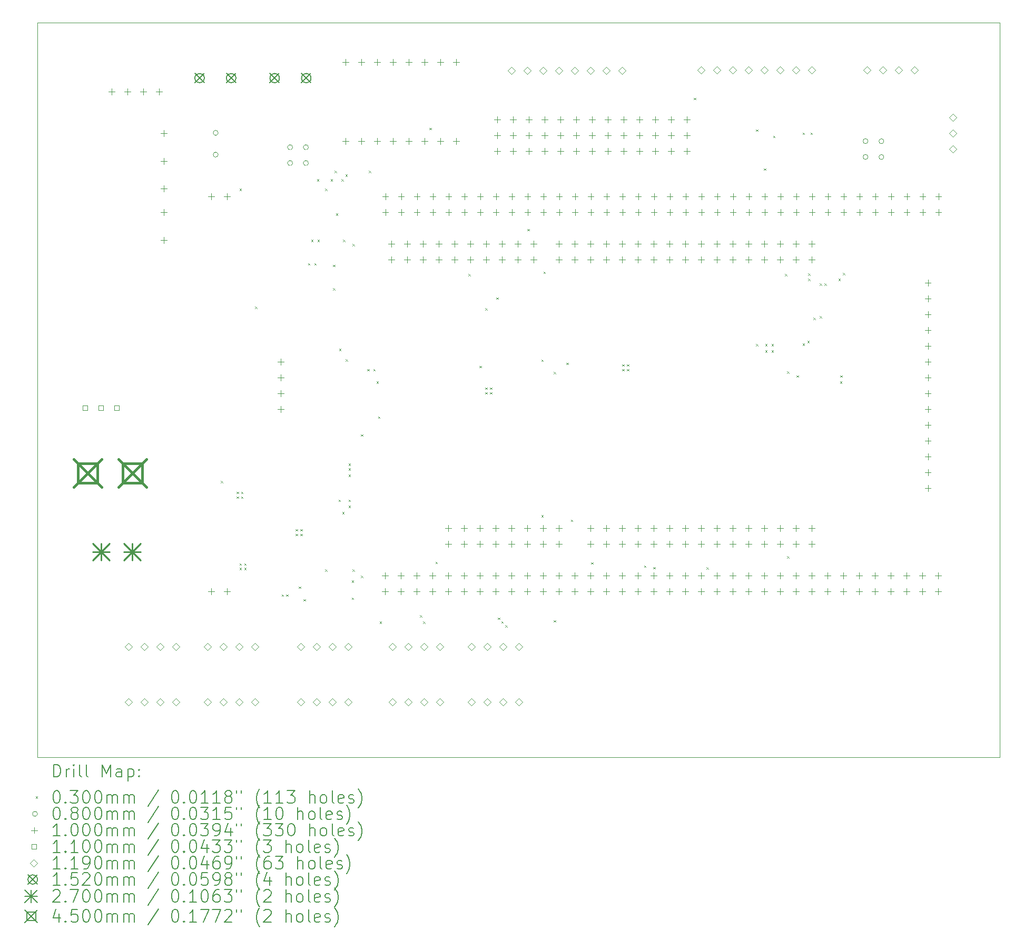
<source format=gbr>
%TF.GenerationSoftware,KiCad,Pcbnew,8.0.2-rc1*%
%TF.CreationDate,2024-08-28T13:59:43+02:00*%
%TF.ProjectId,Carte-Principale,43617274-652d-4507-9269-6e636970616c,rev?*%
%TF.SameCoordinates,Original*%
%TF.FileFunction,Drillmap*%
%TF.FilePolarity,Positive*%
%FSLAX45Y45*%
G04 Gerber Fmt 4.5, Leading zero omitted, Abs format (unit mm)*
G04 Created by KiCad (PCBNEW 8.0.2-rc1) date 2024-08-28 13:59:43*
%MOMM*%
%LPD*%
G01*
G04 APERTURE LIST*
%ADD10C,0.050000*%
%ADD11C,0.200000*%
%ADD12C,0.100000*%
%ADD13C,0.110000*%
%ADD14C,0.119000*%
%ADD15C,0.152000*%
%ADD16C,0.270000*%
%ADD17C,0.450000*%
G04 APERTURE END LIST*
D10*
X5588000Y-2921000D02*
X21052000Y-2921000D01*
X21052000Y-14732000D01*
X5588000Y-14732000D01*
X5588000Y-2921000D01*
D11*
D12*
X8535000Y-10285000D02*
X8565000Y-10315000D01*
X8565000Y-10285000D02*
X8535000Y-10315000D01*
X8785000Y-10460000D02*
X8815000Y-10490000D01*
X8815000Y-10460000D02*
X8785000Y-10490000D01*
X8785000Y-10535000D02*
X8815000Y-10565000D01*
X8815000Y-10535000D02*
X8785000Y-10565000D01*
X8835000Y-5585000D02*
X8865000Y-5615000D01*
X8865000Y-5585000D02*
X8835000Y-5615000D01*
X8835000Y-11610000D02*
X8865000Y-11640000D01*
X8865000Y-11610000D02*
X8835000Y-11640000D01*
X8835000Y-11685000D02*
X8865000Y-11715000D01*
X8865000Y-11685000D02*
X8835000Y-11715000D01*
X8860000Y-10460000D02*
X8890000Y-10490000D01*
X8890000Y-10460000D02*
X8860000Y-10490000D01*
X8860000Y-10535000D02*
X8890000Y-10565000D01*
X8890000Y-10535000D02*
X8860000Y-10565000D01*
X8910000Y-11610000D02*
X8940000Y-11640000D01*
X8940000Y-11610000D02*
X8910000Y-11640000D01*
X8910000Y-11685000D02*
X8940000Y-11715000D01*
X8940000Y-11685000D02*
X8910000Y-11715000D01*
X9085000Y-7485000D02*
X9115000Y-7515000D01*
X9115000Y-7485000D02*
X9085000Y-7515000D01*
X9510000Y-12110000D02*
X9540000Y-12140000D01*
X9540000Y-12110000D02*
X9510000Y-12140000D01*
X9585000Y-12110000D02*
X9615000Y-12140000D01*
X9615000Y-12110000D02*
X9585000Y-12140000D01*
X9735000Y-11060000D02*
X9765000Y-11090000D01*
X9765000Y-11060000D02*
X9735000Y-11090000D01*
X9735000Y-11135000D02*
X9765000Y-11165000D01*
X9765000Y-11135000D02*
X9735000Y-11165000D01*
X9785000Y-11985000D02*
X9815000Y-12015000D01*
X9815000Y-11985000D02*
X9785000Y-12015000D01*
X9810000Y-11060000D02*
X9840000Y-11090000D01*
X9840000Y-11060000D02*
X9810000Y-11090000D01*
X9810000Y-11135000D02*
X9840000Y-11165000D01*
X9840000Y-11135000D02*
X9810000Y-11165000D01*
X9860000Y-12185000D02*
X9890000Y-12215000D01*
X9890000Y-12185000D02*
X9860000Y-12215000D01*
X9935000Y-6785000D02*
X9965000Y-6815000D01*
X9965000Y-6785000D02*
X9935000Y-6815000D01*
X9985000Y-6410000D02*
X10015000Y-6440000D01*
X10015000Y-6410000D02*
X9985000Y-6440000D01*
X10035000Y-6785000D02*
X10065000Y-6815000D01*
X10065000Y-6785000D02*
X10035000Y-6815000D01*
X10076800Y-5435000D02*
X10106800Y-5465000D01*
X10106800Y-5435000D02*
X10076800Y-5465000D01*
X10085000Y-6410000D02*
X10115000Y-6440000D01*
X10115000Y-6410000D02*
X10085000Y-6440000D01*
X10210000Y-5585000D02*
X10240000Y-5615000D01*
X10240000Y-5585000D02*
X10210000Y-5615000D01*
X10210000Y-11710000D02*
X10240000Y-11740000D01*
X10240000Y-11710000D02*
X10210000Y-11740000D01*
X10300000Y-5435000D02*
X10330000Y-5465000D01*
X10330000Y-5435000D02*
X10300000Y-5465000D01*
X10335000Y-6810000D02*
X10365000Y-6840000D01*
X10365000Y-6810000D02*
X10335000Y-6840000D01*
X10335000Y-7185000D02*
X10365000Y-7215000D01*
X10365000Y-7185000D02*
X10335000Y-7215000D01*
X10360000Y-5300000D02*
X10390000Y-5330000D01*
X10390000Y-5300000D02*
X10360000Y-5330000D01*
X10381000Y-5985000D02*
X10411000Y-6015000D01*
X10411000Y-5985000D02*
X10381000Y-6015000D01*
X10425000Y-10585000D02*
X10455000Y-10615000D01*
X10455000Y-10585000D02*
X10425000Y-10615000D01*
X10435000Y-8160000D02*
X10465000Y-8190000D01*
X10465000Y-8160000D02*
X10435000Y-8190000D01*
X10470000Y-5435000D02*
X10500000Y-5465000D01*
X10500000Y-5435000D02*
X10470000Y-5465000D01*
X10485000Y-10785000D02*
X10515000Y-10815000D01*
X10515000Y-10785000D02*
X10485000Y-10815000D01*
X10495000Y-6410000D02*
X10525000Y-6440000D01*
X10525000Y-6410000D02*
X10495000Y-6440000D01*
X10535000Y-5360000D02*
X10565000Y-5390000D01*
X10565000Y-5360000D02*
X10535000Y-5390000D01*
X10541694Y-8328306D02*
X10571694Y-8358306D01*
X10571694Y-8328306D02*
X10541694Y-8358306D01*
X10585000Y-10005000D02*
X10615000Y-10035000D01*
X10615000Y-10005000D02*
X10585000Y-10035000D01*
X10585000Y-10085000D02*
X10615000Y-10115000D01*
X10615000Y-10085000D02*
X10585000Y-10115000D01*
X10585000Y-10185000D02*
X10615000Y-10215000D01*
X10615000Y-10185000D02*
X10585000Y-10215000D01*
X10585000Y-10585000D02*
X10615000Y-10615000D01*
X10615000Y-10585000D02*
X10585000Y-10615000D01*
X10585000Y-10685000D02*
X10615000Y-10715000D01*
X10615000Y-10685000D02*
X10585000Y-10715000D01*
X10635000Y-11885000D02*
X10665000Y-11915000D01*
X10665000Y-11885000D02*
X10635000Y-11915000D01*
X10635000Y-12160000D02*
X10665000Y-12190000D01*
X10665000Y-12160000D02*
X10635000Y-12190000D01*
X10647500Y-6475625D02*
X10677500Y-6505625D01*
X10677500Y-6475625D02*
X10647500Y-6505625D01*
X10650000Y-11710000D02*
X10680000Y-11740000D01*
X10680000Y-11710000D02*
X10650000Y-11740000D01*
X10785000Y-9535000D02*
X10815000Y-9565000D01*
X10815000Y-9535000D02*
X10785000Y-9565000D01*
X10785000Y-11810000D02*
X10815000Y-11840000D01*
X10815000Y-11810000D02*
X10785000Y-11840000D01*
X10885000Y-8485000D02*
X10915000Y-8515000D01*
X10915000Y-8485000D02*
X10885000Y-8515000D01*
X10910000Y-5300000D02*
X10940000Y-5330000D01*
X10940000Y-5300000D02*
X10910000Y-5330000D01*
X10985000Y-8485000D02*
X11015000Y-8515000D01*
X11015000Y-8485000D02*
X10985000Y-8515000D01*
X11035000Y-8685000D02*
X11065000Y-8715000D01*
X11065000Y-8685000D02*
X11035000Y-8715000D01*
X11060000Y-9250000D02*
X11090000Y-9280000D01*
X11090000Y-9250000D02*
X11060000Y-9280000D01*
X11085000Y-12546000D02*
X11115000Y-12576000D01*
X11115000Y-12546000D02*
X11085000Y-12576000D01*
X11735000Y-12445000D02*
X11765000Y-12475000D01*
X11765000Y-12445000D02*
X11735000Y-12475000D01*
X11785000Y-12545000D02*
X11815000Y-12575000D01*
X11815000Y-12545000D02*
X11785000Y-12575000D01*
X11885000Y-4610000D02*
X11915000Y-4640000D01*
X11915000Y-4610000D02*
X11885000Y-4640000D01*
X11985000Y-11585000D02*
X12015000Y-11615000D01*
X12015000Y-11585000D02*
X11985000Y-11615000D01*
X12510000Y-6960000D02*
X12540000Y-6990000D01*
X12540000Y-6960000D02*
X12510000Y-6990000D01*
X12688800Y-8437500D02*
X12718800Y-8467500D01*
X12718800Y-8437500D02*
X12688800Y-8467500D01*
X12785000Y-7510000D02*
X12815000Y-7540000D01*
X12815000Y-7510000D02*
X12785000Y-7540000D01*
X12785000Y-8785000D02*
X12815000Y-8815000D01*
X12815000Y-8785000D02*
X12785000Y-8815000D01*
X12785000Y-8860000D02*
X12815000Y-8890000D01*
X12815000Y-8860000D02*
X12785000Y-8890000D01*
X12860000Y-8785000D02*
X12890000Y-8815000D01*
X12890000Y-8785000D02*
X12860000Y-8815000D01*
X12860000Y-8860000D02*
X12890000Y-8890000D01*
X12890000Y-8860000D02*
X12860000Y-8890000D01*
X12960000Y-7335000D02*
X12990000Y-7365000D01*
X12990000Y-7335000D02*
X12960000Y-7365000D01*
X12985000Y-12485000D02*
X13015000Y-12515000D01*
X13015000Y-12485000D02*
X12985000Y-12515000D01*
X13041569Y-12541569D02*
X13071569Y-12571569D01*
X13071569Y-12541569D02*
X13041569Y-12571569D01*
X13107056Y-12607057D02*
X13137056Y-12637057D01*
X13137056Y-12607057D02*
X13107056Y-12637057D01*
X13460000Y-6235000D02*
X13490000Y-6265000D01*
X13490000Y-6235000D02*
X13460000Y-6265000D01*
X13685000Y-8335000D02*
X13715000Y-8365000D01*
X13715000Y-8335000D02*
X13685000Y-8365000D01*
X13685000Y-10835000D02*
X13715000Y-10865000D01*
X13715000Y-10835000D02*
X13685000Y-10865000D01*
X13720000Y-6920000D02*
X13750000Y-6950000D01*
X13750000Y-6920000D02*
X13720000Y-6950000D01*
X13885000Y-8535000D02*
X13915000Y-8565000D01*
X13915000Y-8535000D02*
X13885000Y-8565000D01*
X13885000Y-12525000D02*
X13915000Y-12555000D01*
X13915000Y-12525000D02*
X13885000Y-12555000D01*
X14085000Y-8385000D02*
X14115000Y-8415000D01*
X14115000Y-8385000D02*
X14085000Y-8415000D01*
X14160000Y-10910000D02*
X14190000Y-10940000D01*
X14190000Y-10910000D02*
X14160000Y-10940000D01*
X14485000Y-11595000D02*
X14515000Y-11625000D01*
X14515000Y-11595000D02*
X14485000Y-11625000D01*
X14985000Y-8410000D02*
X15015000Y-8440000D01*
X15015000Y-8410000D02*
X14985000Y-8440000D01*
X14985000Y-8485000D02*
X15015000Y-8515000D01*
X15015000Y-8485000D02*
X14985000Y-8515000D01*
X15060000Y-8410000D02*
X15090000Y-8440000D01*
X15090000Y-8410000D02*
X15060000Y-8440000D01*
X15060000Y-8485000D02*
X15090000Y-8515000D01*
X15090000Y-8485000D02*
X15060000Y-8515000D01*
X15335000Y-11645000D02*
X15365000Y-11675000D01*
X15365000Y-11645000D02*
X15335000Y-11675000D01*
X15485831Y-11670814D02*
X15515831Y-11700814D01*
X15515831Y-11670814D02*
X15485831Y-11700814D01*
X16135000Y-4125000D02*
X16165000Y-4155000D01*
X16165000Y-4125000D02*
X16135000Y-4155000D01*
X16340773Y-11672573D02*
X16370773Y-11702573D01*
X16370773Y-11672573D02*
X16340773Y-11702573D01*
X17135000Y-4635000D02*
X17165000Y-4665000D01*
X17165000Y-4635000D02*
X17135000Y-4665000D01*
X17135000Y-8085000D02*
X17165000Y-8115000D01*
X17165000Y-8085000D02*
X17135000Y-8115000D01*
X17260000Y-5260000D02*
X17290000Y-5290000D01*
X17290000Y-5260000D02*
X17260000Y-5290000D01*
X17285000Y-8085000D02*
X17315000Y-8115000D01*
X17315000Y-8085000D02*
X17285000Y-8115000D01*
X17285000Y-8185000D02*
X17315000Y-8215000D01*
X17315000Y-8185000D02*
X17285000Y-8215000D01*
X17385000Y-8085000D02*
X17415000Y-8115000D01*
X17415000Y-8085000D02*
X17385000Y-8115000D01*
X17385000Y-8185000D02*
X17415000Y-8215000D01*
X17415000Y-8185000D02*
X17385000Y-8215000D01*
X17410000Y-4735000D02*
X17440000Y-4765000D01*
X17440000Y-4735000D02*
X17410000Y-4765000D01*
X17599100Y-6960000D02*
X17629100Y-6990000D01*
X17629100Y-6960000D02*
X17599100Y-6990000D01*
X17635000Y-8525000D02*
X17665000Y-8555000D01*
X17665000Y-8525000D02*
X17635000Y-8555000D01*
X17635000Y-11495000D02*
X17665000Y-11525000D01*
X17665000Y-11495000D02*
X17635000Y-11525000D01*
X17785000Y-8588247D02*
X17815000Y-8618247D01*
X17815000Y-8588247D02*
X17785000Y-8618247D01*
X17885000Y-4685000D02*
X17915000Y-4715000D01*
X17915000Y-4685000D02*
X17885000Y-4715000D01*
X17885000Y-8075000D02*
X17915000Y-8105000D01*
X17915000Y-8075000D02*
X17885000Y-8105000D01*
X17960000Y-8035000D02*
X17990000Y-8065000D01*
X17990000Y-8035000D02*
X17960000Y-8065000D01*
X17971900Y-6950000D02*
X18001900Y-6980000D01*
X18001900Y-6950000D02*
X17971900Y-6980000D01*
X17971900Y-7035000D02*
X18001900Y-7065000D01*
X18001900Y-7035000D02*
X17971900Y-7065000D01*
X18010000Y-4685000D02*
X18040000Y-4715000D01*
X18040000Y-4685000D02*
X18010000Y-4715000D01*
X18060000Y-7660000D02*
X18090000Y-7690000D01*
X18090000Y-7660000D02*
X18060000Y-7690000D01*
X18160000Y-7110000D02*
X18190000Y-7140000D01*
X18190000Y-7110000D02*
X18160000Y-7140000D01*
X18160000Y-7635000D02*
X18190000Y-7665000D01*
X18190000Y-7635000D02*
X18160000Y-7665000D01*
X18235000Y-7110000D02*
X18265000Y-7140000D01*
X18265000Y-7110000D02*
X18235000Y-7140000D01*
X18460000Y-7035000D02*
X18490000Y-7065000D01*
X18490000Y-7035000D02*
X18460000Y-7065000D01*
X18485000Y-8685000D02*
X18515000Y-8715000D01*
X18515000Y-8685000D02*
X18485000Y-8715000D01*
X18489893Y-8588247D02*
X18519893Y-8618247D01*
X18519893Y-8588247D02*
X18489893Y-8618247D01*
X18532823Y-6942676D02*
X18562823Y-6972676D01*
X18562823Y-6942676D02*
X18532823Y-6972676D01*
X8490000Y-4690270D02*
G75*
G02*
X8410000Y-4690270I-40000J0D01*
G01*
X8410000Y-4690270D02*
G75*
G02*
X8490000Y-4690270I40000J0D01*
G01*
X8490000Y-5040270D02*
G75*
G02*
X8410000Y-5040270I-40000J0D01*
G01*
X8410000Y-5040270D02*
G75*
G02*
X8490000Y-5040270I40000J0D01*
G01*
X9686000Y-4921000D02*
G75*
G02*
X9606000Y-4921000I-40000J0D01*
G01*
X9606000Y-4921000D02*
G75*
G02*
X9686000Y-4921000I40000J0D01*
G01*
X9686000Y-5175000D02*
G75*
G02*
X9606000Y-5175000I-40000J0D01*
G01*
X9606000Y-5175000D02*
G75*
G02*
X9686000Y-5175000I40000J0D01*
G01*
X9940000Y-4921000D02*
G75*
G02*
X9860000Y-4921000I-40000J0D01*
G01*
X9860000Y-4921000D02*
G75*
G02*
X9940000Y-4921000I40000J0D01*
G01*
X9940000Y-5175000D02*
G75*
G02*
X9860000Y-5175000I-40000J0D01*
G01*
X9860000Y-5175000D02*
G75*
G02*
X9940000Y-5175000I40000J0D01*
G01*
X18936000Y-4823000D02*
G75*
G02*
X18856000Y-4823000I-40000J0D01*
G01*
X18856000Y-4823000D02*
G75*
G02*
X18936000Y-4823000I40000J0D01*
G01*
X18936000Y-5077000D02*
G75*
G02*
X18856000Y-5077000I-40000J0D01*
G01*
X18856000Y-5077000D02*
G75*
G02*
X18936000Y-5077000I40000J0D01*
G01*
X19190000Y-4825000D02*
G75*
G02*
X19110000Y-4825000I-40000J0D01*
G01*
X19110000Y-4825000D02*
G75*
G02*
X19190000Y-4825000I40000J0D01*
G01*
X19190000Y-5079000D02*
G75*
G02*
X19110000Y-5079000I-40000J0D01*
G01*
X19110000Y-5079000D02*
G75*
G02*
X19190000Y-5079000I40000J0D01*
G01*
X6775000Y-3975000D02*
X6775000Y-4075000D01*
X6725000Y-4025000D02*
X6825000Y-4025000D01*
X7029000Y-3975000D02*
X7029000Y-4075000D01*
X6979000Y-4025000D02*
X7079000Y-4025000D01*
X7283000Y-3975000D02*
X7283000Y-4075000D01*
X7233000Y-4025000D02*
X7333000Y-4025000D01*
X7537000Y-3975000D02*
X7537000Y-4075000D01*
X7487000Y-4025000D02*
X7587000Y-4025000D01*
X7620000Y-4649000D02*
X7620000Y-4749000D01*
X7570000Y-4699000D02*
X7670000Y-4699000D01*
X7620000Y-5093500D02*
X7620000Y-5193500D01*
X7570000Y-5143500D02*
X7670000Y-5143500D01*
X7620000Y-5538000D02*
X7620000Y-5638000D01*
X7570000Y-5588000D02*
X7670000Y-5588000D01*
X7620000Y-5919000D02*
X7620000Y-6019000D01*
X7570000Y-5969000D02*
X7670000Y-5969000D01*
X7620000Y-6363500D02*
X7620000Y-6463500D01*
X7570000Y-6413500D02*
X7670000Y-6413500D01*
X8381500Y-5665000D02*
X8381500Y-5765000D01*
X8331500Y-5715000D02*
X8431500Y-5715000D01*
X8381500Y-12015000D02*
X8381500Y-12115000D01*
X8331500Y-12065000D02*
X8431500Y-12065000D01*
X8635500Y-5665000D02*
X8635500Y-5765000D01*
X8585500Y-5715000D02*
X8685500Y-5715000D01*
X8635500Y-12015000D02*
X8635500Y-12115000D01*
X8585500Y-12065000D02*
X8685500Y-12065000D01*
X9497500Y-8320000D02*
X9497500Y-8420000D01*
X9447500Y-8370000D02*
X9547500Y-8370000D01*
X9497500Y-8574000D02*
X9497500Y-8674000D01*
X9447500Y-8624000D02*
X9547500Y-8624000D01*
X9497500Y-8828000D02*
X9497500Y-8928000D01*
X9447500Y-8878000D02*
X9547500Y-8878000D01*
X9497500Y-9082000D02*
X9497500Y-9182000D01*
X9447500Y-9132000D02*
X9547500Y-9132000D01*
X10541000Y-3506000D02*
X10541000Y-3606000D01*
X10491000Y-3556000D02*
X10591000Y-3556000D01*
X10541000Y-4776000D02*
X10541000Y-4876000D01*
X10491000Y-4826000D02*
X10591000Y-4826000D01*
X10795000Y-3506000D02*
X10795000Y-3606000D01*
X10745000Y-3556000D02*
X10845000Y-3556000D01*
X10795000Y-4776000D02*
X10795000Y-4876000D01*
X10745000Y-4826000D02*
X10845000Y-4826000D01*
X11049000Y-3506000D02*
X11049000Y-3606000D01*
X10999000Y-3556000D02*
X11099000Y-3556000D01*
X11049000Y-4776000D02*
X11049000Y-4876000D01*
X10999000Y-4826000D02*
X11099000Y-4826000D01*
X11175500Y-11761000D02*
X11175500Y-11861000D01*
X11125500Y-11811000D02*
X11225500Y-11811000D01*
X11175500Y-12015000D02*
X11175500Y-12115000D01*
X11125500Y-12065000D02*
X11225500Y-12065000D01*
X11177500Y-5665000D02*
X11177500Y-5765000D01*
X11127500Y-5715000D02*
X11227500Y-5715000D01*
X11177500Y-5919000D02*
X11177500Y-6019000D01*
X11127500Y-5969000D02*
X11227500Y-5969000D01*
X11277100Y-6427000D02*
X11277100Y-6527000D01*
X11227100Y-6477000D02*
X11327100Y-6477000D01*
X11277100Y-6681000D02*
X11277100Y-6781000D01*
X11227100Y-6731000D02*
X11327100Y-6731000D01*
X11303000Y-3506000D02*
X11303000Y-3606000D01*
X11253000Y-3556000D02*
X11353000Y-3556000D01*
X11303000Y-4776000D02*
X11303000Y-4876000D01*
X11253000Y-4826000D02*
X11353000Y-4826000D01*
X11429500Y-11761000D02*
X11429500Y-11861000D01*
X11379500Y-11811000D02*
X11479500Y-11811000D01*
X11429500Y-12015000D02*
X11429500Y-12115000D01*
X11379500Y-12065000D02*
X11479500Y-12065000D01*
X11431500Y-5665000D02*
X11431500Y-5765000D01*
X11381500Y-5715000D02*
X11481500Y-5715000D01*
X11431500Y-5919000D02*
X11431500Y-6019000D01*
X11381500Y-5969000D02*
X11481500Y-5969000D01*
X11531100Y-6427000D02*
X11531100Y-6527000D01*
X11481100Y-6477000D02*
X11581100Y-6477000D01*
X11531100Y-6681000D02*
X11531100Y-6781000D01*
X11481100Y-6731000D02*
X11581100Y-6731000D01*
X11557000Y-3506000D02*
X11557000Y-3606000D01*
X11507000Y-3556000D02*
X11607000Y-3556000D01*
X11557000Y-4776000D02*
X11557000Y-4876000D01*
X11507000Y-4826000D02*
X11607000Y-4826000D01*
X11683500Y-11761000D02*
X11683500Y-11861000D01*
X11633500Y-11811000D02*
X11733500Y-11811000D01*
X11683500Y-12015000D02*
X11683500Y-12115000D01*
X11633500Y-12065000D02*
X11733500Y-12065000D01*
X11685500Y-5665000D02*
X11685500Y-5765000D01*
X11635500Y-5715000D02*
X11735500Y-5715000D01*
X11685500Y-5919000D02*
X11685500Y-6019000D01*
X11635500Y-5969000D02*
X11735500Y-5969000D01*
X11785100Y-6427000D02*
X11785100Y-6527000D01*
X11735100Y-6477000D02*
X11835100Y-6477000D01*
X11785100Y-6681000D02*
X11785100Y-6781000D01*
X11735100Y-6731000D02*
X11835100Y-6731000D01*
X11811000Y-3506000D02*
X11811000Y-3606000D01*
X11761000Y-3556000D02*
X11861000Y-3556000D01*
X11811000Y-4776000D02*
X11811000Y-4876000D01*
X11761000Y-4826000D02*
X11861000Y-4826000D01*
X11937500Y-11761000D02*
X11937500Y-11861000D01*
X11887500Y-11811000D02*
X11987500Y-11811000D01*
X11937500Y-12015000D02*
X11937500Y-12115000D01*
X11887500Y-12065000D02*
X11987500Y-12065000D01*
X11939500Y-5665000D02*
X11939500Y-5765000D01*
X11889500Y-5715000D02*
X11989500Y-5715000D01*
X11939500Y-5919000D02*
X11939500Y-6019000D01*
X11889500Y-5969000D02*
X11989500Y-5969000D01*
X12039100Y-6427000D02*
X12039100Y-6527000D01*
X11989100Y-6477000D02*
X12089100Y-6477000D01*
X12039100Y-6681000D02*
X12039100Y-6781000D01*
X11989100Y-6731000D02*
X12089100Y-6731000D01*
X12065000Y-3506000D02*
X12065000Y-3606000D01*
X12015000Y-3556000D02*
X12115000Y-3556000D01*
X12065000Y-4776000D02*
X12065000Y-4876000D01*
X12015000Y-4826000D02*
X12115000Y-4826000D01*
X12191500Y-10999000D02*
X12191500Y-11099000D01*
X12141500Y-11049000D02*
X12241500Y-11049000D01*
X12191500Y-11253000D02*
X12191500Y-11353000D01*
X12141500Y-11303000D02*
X12241500Y-11303000D01*
X12191500Y-11761000D02*
X12191500Y-11861000D01*
X12141500Y-11811000D02*
X12241500Y-11811000D01*
X12191500Y-12015000D02*
X12191500Y-12115000D01*
X12141500Y-12065000D02*
X12241500Y-12065000D01*
X12193500Y-5665000D02*
X12193500Y-5765000D01*
X12143500Y-5715000D02*
X12243500Y-5715000D01*
X12193500Y-5919000D02*
X12193500Y-6019000D01*
X12143500Y-5969000D02*
X12243500Y-5969000D01*
X12293100Y-6427000D02*
X12293100Y-6527000D01*
X12243100Y-6477000D02*
X12343100Y-6477000D01*
X12293100Y-6681000D02*
X12293100Y-6781000D01*
X12243100Y-6731000D02*
X12343100Y-6731000D01*
X12319000Y-3506000D02*
X12319000Y-3606000D01*
X12269000Y-3556000D02*
X12369000Y-3556000D01*
X12319000Y-4776000D02*
X12319000Y-4876000D01*
X12269000Y-4826000D02*
X12369000Y-4826000D01*
X12445500Y-10999000D02*
X12445500Y-11099000D01*
X12395500Y-11049000D02*
X12495500Y-11049000D01*
X12445500Y-11253000D02*
X12445500Y-11353000D01*
X12395500Y-11303000D02*
X12495500Y-11303000D01*
X12445500Y-11761000D02*
X12445500Y-11861000D01*
X12395500Y-11811000D02*
X12495500Y-11811000D01*
X12445500Y-12015000D02*
X12445500Y-12115000D01*
X12395500Y-12065000D02*
X12495500Y-12065000D01*
X12447500Y-5665000D02*
X12447500Y-5765000D01*
X12397500Y-5715000D02*
X12497500Y-5715000D01*
X12447500Y-5919000D02*
X12447500Y-6019000D01*
X12397500Y-5969000D02*
X12497500Y-5969000D01*
X12547100Y-6427000D02*
X12547100Y-6527000D01*
X12497100Y-6477000D02*
X12597100Y-6477000D01*
X12547100Y-6681000D02*
X12547100Y-6781000D01*
X12497100Y-6731000D02*
X12597100Y-6731000D01*
X12699500Y-10999000D02*
X12699500Y-11099000D01*
X12649500Y-11049000D02*
X12749500Y-11049000D01*
X12699500Y-11253000D02*
X12699500Y-11353000D01*
X12649500Y-11303000D02*
X12749500Y-11303000D01*
X12699500Y-11761000D02*
X12699500Y-11861000D01*
X12649500Y-11811000D02*
X12749500Y-11811000D01*
X12699500Y-12015000D02*
X12699500Y-12115000D01*
X12649500Y-12065000D02*
X12749500Y-12065000D01*
X12701500Y-5665000D02*
X12701500Y-5765000D01*
X12651500Y-5715000D02*
X12751500Y-5715000D01*
X12701500Y-5919000D02*
X12701500Y-6019000D01*
X12651500Y-5969000D02*
X12751500Y-5969000D01*
X12801100Y-6427000D02*
X12801100Y-6527000D01*
X12751100Y-6477000D02*
X12851100Y-6477000D01*
X12801100Y-6681000D02*
X12801100Y-6781000D01*
X12751100Y-6731000D02*
X12851100Y-6731000D01*
X12953500Y-10999000D02*
X12953500Y-11099000D01*
X12903500Y-11049000D02*
X13003500Y-11049000D01*
X12953500Y-11253000D02*
X12953500Y-11353000D01*
X12903500Y-11303000D02*
X13003500Y-11303000D01*
X12953500Y-11761000D02*
X12953500Y-11861000D01*
X12903500Y-11811000D02*
X13003500Y-11811000D01*
X12953500Y-12015000D02*
X12953500Y-12115000D01*
X12903500Y-12065000D02*
X13003500Y-12065000D01*
X12955500Y-5665000D02*
X12955500Y-5765000D01*
X12905500Y-5715000D02*
X13005500Y-5715000D01*
X12955500Y-5919000D02*
X12955500Y-6019000D01*
X12905500Y-5969000D02*
X13005500Y-5969000D01*
X12975000Y-4425000D02*
X12975000Y-4525000D01*
X12925000Y-4475000D02*
X13025000Y-4475000D01*
X12975000Y-4679000D02*
X12975000Y-4779000D01*
X12925000Y-4729000D02*
X13025000Y-4729000D01*
X12975000Y-4933000D02*
X12975000Y-5033000D01*
X12925000Y-4983000D02*
X13025000Y-4983000D01*
X13055100Y-6427000D02*
X13055100Y-6527000D01*
X13005100Y-6477000D02*
X13105100Y-6477000D01*
X13055100Y-6681000D02*
X13055100Y-6781000D01*
X13005100Y-6731000D02*
X13105100Y-6731000D01*
X13207500Y-10999000D02*
X13207500Y-11099000D01*
X13157500Y-11049000D02*
X13257500Y-11049000D01*
X13207500Y-11253000D02*
X13207500Y-11353000D01*
X13157500Y-11303000D02*
X13257500Y-11303000D01*
X13207500Y-11761000D02*
X13207500Y-11861000D01*
X13157500Y-11811000D02*
X13257500Y-11811000D01*
X13207500Y-12015000D02*
X13207500Y-12115000D01*
X13157500Y-12065000D02*
X13257500Y-12065000D01*
X13209500Y-5665000D02*
X13209500Y-5765000D01*
X13159500Y-5715000D02*
X13259500Y-5715000D01*
X13209500Y-5919000D02*
X13209500Y-6019000D01*
X13159500Y-5969000D02*
X13259500Y-5969000D01*
X13229000Y-4425000D02*
X13229000Y-4525000D01*
X13179000Y-4475000D02*
X13279000Y-4475000D01*
X13229000Y-4679000D02*
X13229000Y-4779000D01*
X13179000Y-4729000D02*
X13279000Y-4729000D01*
X13229000Y-4933000D02*
X13229000Y-5033000D01*
X13179000Y-4983000D02*
X13279000Y-4983000D01*
X13309100Y-6427000D02*
X13309100Y-6527000D01*
X13259100Y-6477000D02*
X13359100Y-6477000D01*
X13309100Y-6681000D02*
X13309100Y-6781000D01*
X13259100Y-6731000D02*
X13359100Y-6731000D01*
X13461500Y-10999000D02*
X13461500Y-11099000D01*
X13411500Y-11049000D02*
X13511500Y-11049000D01*
X13461500Y-11253000D02*
X13461500Y-11353000D01*
X13411500Y-11303000D02*
X13511500Y-11303000D01*
X13461500Y-11761000D02*
X13461500Y-11861000D01*
X13411500Y-11811000D02*
X13511500Y-11811000D01*
X13461500Y-12015000D02*
X13461500Y-12115000D01*
X13411500Y-12065000D02*
X13511500Y-12065000D01*
X13463500Y-5665000D02*
X13463500Y-5765000D01*
X13413500Y-5715000D02*
X13513500Y-5715000D01*
X13463500Y-5919000D02*
X13463500Y-6019000D01*
X13413500Y-5969000D02*
X13513500Y-5969000D01*
X13483000Y-4425000D02*
X13483000Y-4525000D01*
X13433000Y-4475000D02*
X13533000Y-4475000D01*
X13483000Y-4679000D02*
X13483000Y-4779000D01*
X13433000Y-4729000D02*
X13533000Y-4729000D01*
X13483000Y-4933000D02*
X13483000Y-5033000D01*
X13433000Y-4983000D02*
X13533000Y-4983000D01*
X13563100Y-6427000D02*
X13563100Y-6527000D01*
X13513100Y-6477000D02*
X13613100Y-6477000D01*
X13563100Y-6681000D02*
X13563100Y-6781000D01*
X13513100Y-6731000D02*
X13613100Y-6731000D01*
X13715500Y-10999000D02*
X13715500Y-11099000D01*
X13665500Y-11049000D02*
X13765500Y-11049000D01*
X13715500Y-11253000D02*
X13715500Y-11353000D01*
X13665500Y-11303000D02*
X13765500Y-11303000D01*
X13715500Y-11761000D02*
X13715500Y-11861000D01*
X13665500Y-11811000D02*
X13765500Y-11811000D01*
X13715500Y-12015000D02*
X13715500Y-12115000D01*
X13665500Y-12065000D02*
X13765500Y-12065000D01*
X13717500Y-5665000D02*
X13717500Y-5765000D01*
X13667500Y-5715000D02*
X13767500Y-5715000D01*
X13717500Y-5919000D02*
X13717500Y-6019000D01*
X13667500Y-5969000D02*
X13767500Y-5969000D01*
X13737000Y-4425000D02*
X13737000Y-4525000D01*
X13687000Y-4475000D02*
X13787000Y-4475000D01*
X13737000Y-4679000D02*
X13737000Y-4779000D01*
X13687000Y-4729000D02*
X13787000Y-4729000D01*
X13737000Y-4933000D02*
X13737000Y-5033000D01*
X13687000Y-4983000D02*
X13787000Y-4983000D01*
X13969500Y-6427000D02*
X13969500Y-6527000D01*
X13919500Y-6477000D02*
X14019500Y-6477000D01*
X13969500Y-6681000D02*
X13969500Y-6781000D01*
X13919500Y-6731000D02*
X14019500Y-6731000D01*
X13969500Y-10999000D02*
X13969500Y-11099000D01*
X13919500Y-11049000D02*
X14019500Y-11049000D01*
X13969500Y-11253000D02*
X13969500Y-11353000D01*
X13919500Y-11303000D02*
X14019500Y-11303000D01*
X13969500Y-11761000D02*
X13969500Y-11861000D01*
X13919500Y-11811000D02*
X14019500Y-11811000D01*
X13969500Y-12015000D02*
X13969500Y-12115000D01*
X13919500Y-12065000D02*
X14019500Y-12065000D01*
X13971500Y-5665000D02*
X13971500Y-5765000D01*
X13921500Y-5715000D02*
X14021500Y-5715000D01*
X13971500Y-5919000D02*
X13971500Y-6019000D01*
X13921500Y-5969000D02*
X14021500Y-5969000D01*
X13991000Y-4425000D02*
X13991000Y-4525000D01*
X13941000Y-4475000D02*
X14041000Y-4475000D01*
X13991000Y-4679000D02*
X13991000Y-4779000D01*
X13941000Y-4729000D02*
X14041000Y-4729000D01*
X13991000Y-4933000D02*
X13991000Y-5033000D01*
X13941000Y-4983000D02*
X14041000Y-4983000D01*
X14223500Y-6427000D02*
X14223500Y-6527000D01*
X14173500Y-6477000D02*
X14273500Y-6477000D01*
X14223500Y-6681000D02*
X14223500Y-6781000D01*
X14173500Y-6731000D02*
X14273500Y-6731000D01*
X14223500Y-11761000D02*
X14223500Y-11861000D01*
X14173500Y-11811000D02*
X14273500Y-11811000D01*
X14223500Y-12015000D02*
X14223500Y-12115000D01*
X14173500Y-12065000D02*
X14273500Y-12065000D01*
X14225500Y-5665000D02*
X14225500Y-5765000D01*
X14175500Y-5715000D02*
X14275500Y-5715000D01*
X14225500Y-5919000D02*
X14225500Y-6019000D01*
X14175500Y-5969000D02*
X14275500Y-5969000D01*
X14245000Y-4425000D02*
X14245000Y-4525000D01*
X14195000Y-4475000D02*
X14295000Y-4475000D01*
X14245000Y-4679000D02*
X14245000Y-4779000D01*
X14195000Y-4729000D02*
X14295000Y-4729000D01*
X14245000Y-4933000D02*
X14245000Y-5033000D01*
X14195000Y-4983000D02*
X14295000Y-4983000D01*
X14477500Y-6427000D02*
X14477500Y-6527000D01*
X14427500Y-6477000D02*
X14527500Y-6477000D01*
X14477500Y-6681000D02*
X14477500Y-6781000D01*
X14427500Y-6731000D02*
X14527500Y-6731000D01*
X14477500Y-10999000D02*
X14477500Y-11099000D01*
X14427500Y-11049000D02*
X14527500Y-11049000D01*
X14477500Y-11253000D02*
X14477500Y-11353000D01*
X14427500Y-11303000D02*
X14527500Y-11303000D01*
X14477500Y-11761000D02*
X14477500Y-11861000D01*
X14427500Y-11811000D02*
X14527500Y-11811000D01*
X14477500Y-12015000D02*
X14477500Y-12115000D01*
X14427500Y-12065000D02*
X14527500Y-12065000D01*
X14479500Y-5665000D02*
X14479500Y-5765000D01*
X14429500Y-5715000D02*
X14529500Y-5715000D01*
X14479500Y-5919000D02*
X14479500Y-6019000D01*
X14429500Y-5969000D02*
X14529500Y-5969000D01*
X14499000Y-4425000D02*
X14499000Y-4525000D01*
X14449000Y-4475000D02*
X14549000Y-4475000D01*
X14499000Y-4679000D02*
X14499000Y-4779000D01*
X14449000Y-4729000D02*
X14549000Y-4729000D01*
X14499000Y-4933000D02*
X14499000Y-5033000D01*
X14449000Y-4983000D02*
X14549000Y-4983000D01*
X14731500Y-6427000D02*
X14731500Y-6527000D01*
X14681500Y-6477000D02*
X14781500Y-6477000D01*
X14731500Y-6681000D02*
X14731500Y-6781000D01*
X14681500Y-6731000D02*
X14781500Y-6731000D01*
X14731500Y-10999000D02*
X14731500Y-11099000D01*
X14681500Y-11049000D02*
X14781500Y-11049000D01*
X14731500Y-11253000D02*
X14731500Y-11353000D01*
X14681500Y-11303000D02*
X14781500Y-11303000D01*
X14731500Y-11761000D02*
X14731500Y-11861000D01*
X14681500Y-11811000D02*
X14781500Y-11811000D01*
X14731500Y-12015000D02*
X14731500Y-12115000D01*
X14681500Y-12065000D02*
X14781500Y-12065000D01*
X14733500Y-5665000D02*
X14733500Y-5765000D01*
X14683500Y-5715000D02*
X14783500Y-5715000D01*
X14733500Y-5919000D02*
X14733500Y-6019000D01*
X14683500Y-5969000D02*
X14783500Y-5969000D01*
X14753000Y-4425000D02*
X14753000Y-4525000D01*
X14703000Y-4475000D02*
X14803000Y-4475000D01*
X14753000Y-4679000D02*
X14753000Y-4779000D01*
X14703000Y-4729000D02*
X14803000Y-4729000D01*
X14753000Y-4933000D02*
X14753000Y-5033000D01*
X14703000Y-4983000D02*
X14803000Y-4983000D01*
X14985500Y-6427000D02*
X14985500Y-6527000D01*
X14935500Y-6477000D02*
X15035500Y-6477000D01*
X14985500Y-6681000D02*
X14985500Y-6781000D01*
X14935500Y-6731000D02*
X15035500Y-6731000D01*
X14985500Y-10999000D02*
X14985500Y-11099000D01*
X14935500Y-11049000D02*
X15035500Y-11049000D01*
X14985500Y-11253000D02*
X14985500Y-11353000D01*
X14935500Y-11303000D02*
X15035500Y-11303000D01*
X14985500Y-11761000D02*
X14985500Y-11861000D01*
X14935500Y-11811000D02*
X15035500Y-11811000D01*
X14985500Y-12015000D02*
X14985500Y-12115000D01*
X14935500Y-12065000D02*
X15035500Y-12065000D01*
X14987500Y-5665000D02*
X14987500Y-5765000D01*
X14937500Y-5715000D02*
X15037500Y-5715000D01*
X14987500Y-5919000D02*
X14987500Y-6019000D01*
X14937500Y-5969000D02*
X15037500Y-5969000D01*
X15007000Y-4425000D02*
X15007000Y-4525000D01*
X14957000Y-4475000D02*
X15057000Y-4475000D01*
X15007000Y-4679000D02*
X15007000Y-4779000D01*
X14957000Y-4729000D02*
X15057000Y-4729000D01*
X15007000Y-4933000D02*
X15007000Y-5033000D01*
X14957000Y-4983000D02*
X15057000Y-4983000D01*
X15239500Y-6427000D02*
X15239500Y-6527000D01*
X15189500Y-6477000D02*
X15289500Y-6477000D01*
X15239500Y-6681000D02*
X15239500Y-6781000D01*
X15189500Y-6731000D02*
X15289500Y-6731000D01*
X15239500Y-10999000D02*
X15239500Y-11099000D01*
X15189500Y-11049000D02*
X15289500Y-11049000D01*
X15239500Y-11253000D02*
X15239500Y-11353000D01*
X15189500Y-11303000D02*
X15289500Y-11303000D01*
X15239500Y-11761000D02*
X15239500Y-11861000D01*
X15189500Y-11811000D02*
X15289500Y-11811000D01*
X15239500Y-12015000D02*
X15239500Y-12115000D01*
X15189500Y-12065000D02*
X15289500Y-12065000D01*
X15241500Y-5665000D02*
X15241500Y-5765000D01*
X15191500Y-5715000D02*
X15291500Y-5715000D01*
X15241500Y-5919000D02*
X15241500Y-6019000D01*
X15191500Y-5969000D02*
X15291500Y-5969000D01*
X15261000Y-4425000D02*
X15261000Y-4525000D01*
X15211000Y-4475000D02*
X15311000Y-4475000D01*
X15261000Y-4679000D02*
X15261000Y-4779000D01*
X15211000Y-4729000D02*
X15311000Y-4729000D01*
X15261000Y-4933000D02*
X15261000Y-5033000D01*
X15211000Y-4983000D02*
X15311000Y-4983000D01*
X15493500Y-6427000D02*
X15493500Y-6527000D01*
X15443500Y-6477000D02*
X15543500Y-6477000D01*
X15493500Y-6681000D02*
X15493500Y-6781000D01*
X15443500Y-6731000D02*
X15543500Y-6731000D01*
X15493500Y-10999000D02*
X15493500Y-11099000D01*
X15443500Y-11049000D02*
X15543500Y-11049000D01*
X15493500Y-11253000D02*
X15493500Y-11353000D01*
X15443500Y-11303000D02*
X15543500Y-11303000D01*
X15493500Y-11761000D02*
X15493500Y-11861000D01*
X15443500Y-11811000D02*
X15543500Y-11811000D01*
X15493500Y-12015000D02*
X15493500Y-12115000D01*
X15443500Y-12065000D02*
X15543500Y-12065000D01*
X15495500Y-5665000D02*
X15495500Y-5765000D01*
X15445500Y-5715000D02*
X15545500Y-5715000D01*
X15495500Y-5919000D02*
X15495500Y-6019000D01*
X15445500Y-5969000D02*
X15545500Y-5969000D01*
X15515000Y-4425000D02*
X15515000Y-4525000D01*
X15465000Y-4475000D02*
X15565000Y-4475000D01*
X15515000Y-4679000D02*
X15515000Y-4779000D01*
X15465000Y-4729000D02*
X15565000Y-4729000D01*
X15515000Y-4933000D02*
X15515000Y-5033000D01*
X15465000Y-4983000D02*
X15565000Y-4983000D01*
X15747500Y-6427000D02*
X15747500Y-6527000D01*
X15697500Y-6477000D02*
X15797500Y-6477000D01*
X15747500Y-6681000D02*
X15747500Y-6781000D01*
X15697500Y-6731000D02*
X15797500Y-6731000D01*
X15747500Y-10999000D02*
X15747500Y-11099000D01*
X15697500Y-11049000D02*
X15797500Y-11049000D01*
X15747500Y-11253000D02*
X15747500Y-11353000D01*
X15697500Y-11303000D02*
X15797500Y-11303000D01*
X15747500Y-11761000D02*
X15747500Y-11861000D01*
X15697500Y-11811000D02*
X15797500Y-11811000D01*
X15747500Y-12015000D02*
X15747500Y-12115000D01*
X15697500Y-12065000D02*
X15797500Y-12065000D01*
X15749500Y-5665000D02*
X15749500Y-5765000D01*
X15699500Y-5715000D02*
X15799500Y-5715000D01*
X15749500Y-5919000D02*
X15749500Y-6019000D01*
X15699500Y-5969000D02*
X15799500Y-5969000D01*
X15769000Y-4425000D02*
X15769000Y-4525000D01*
X15719000Y-4475000D02*
X15819000Y-4475000D01*
X15769000Y-4679000D02*
X15769000Y-4779000D01*
X15719000Y-4729000D02*
X15819000Y-4729000D01*
X15769000Y-4933000D02*
X15769000Y-5033000D01*
X15719000Y-4983000D02*
X15819000Y-4983000D01*
X16001500Y-6427000D02*
X16001500Y-6527000D01*
X15951500Y-6477000D02*
X16051500Y-6477000D01*
X16001500Y-6681000D02*
X16001500Y-6781000D01*
X15951500Y-6731000D02*
X16051500Y-6731000D01*
X16001500Y-10999000D02*
X16001500Y-11099000D01*
X15951500Y-11049000D02*
X16051500Y-11049000D01*
X16001500Y-11253000D02*
X16001500Y-11353000D01*
X15951500Y-11303000D02*
X16051500Y-11303000D01*
X16001500Y-11761000D02*
X16001500Y-11861000D01*
X15951500Y-11811000D02*
X16051500Y-11811000D01*
X16001500Y-12015000D02*
X16001500Y-12115000D01*
X15951500Y-12065000D02*
X16051500Y-12065000D01*
X16003500Y-5665000D02*
X16003500Y-5765000D01*
X15953500Y-5715000D02*
X16053500Y-5715000D01*
X16003500Y-5919000D02*
X16003500Y-6019000D01*
X15953500Y-5969000D02*
X16053500Y-5969000D01*
X16023000Y-4425000D02*
X16023000Y-4525000D01*
X15973000Y-4475000D02*
X16073000Y-4475000D01*
X16023000Y-4679000D02*
X16023000Y-4779000D01*
X15973000Y-4729000D02*
X16073000Y-4729000D01*
X16023000Y-4933000D02*
X16023000Y-5033000D01*
X15973000Y-4983000D02*
X16073000Y-4983000D01*
X16255500Y-6427000D02*
X16255500Y-6527000D01*
X16205500Y-6477000D02*
X16305500Y-6477000D01*
X16255500Y-6681000D02*
X16255500Y-6781000D01*
X16205500Y-6731000D02*
X16305500Y-6731000D01*
X16255500Y-10999000D02*
X16255500Y-11099000D01*
X16205500Y-11049000D02*
X16305500Y-11049000D01*
X16255500Y-11253000D02*
X16255500Y-11353000D01*
X16205500Y-11303000D02*
X16305500Y-11303000D01*
X16255500Y-11761000D02*
X16255500Y-11861000D01*
X16205500Y-11811000D02*
X16305500Y-11811000D01*
X16255500Y-12015000D02*
X16255500Y-12115000D01*
X16205500Y-12065000D02*
X16305500Y-12065000D01*
X16257500Y-5665000D02*
X16257500Y-5765000D01*
X16207500Y-5715000D02*
X16307500Y-5715000D01*
X16257500Y-5919000D02*
X16257500Y-6019000D01*
X16207500Y-5969000D02*
X16307500Y-5969000D01*
X16509500Y-6427000D02*
X16509500Y-6527000D01*
X16459500Y-6477000D02*
X16559500Y-6477000D01*
X16509500Y-6681000D02*
X16509500Y-6781000D01*
X16459500Y-6731000D02*
X16559500Y-6731000D01*
X16509500Y-10999000D02*
X16509500Y-11099000D01*
X16459500Y-11049000D02*
X16559500Y-11049000D01*
X16509500Y-11253000D02*
X16509500Y-11353000D01*
X16459500Y-11303000D02*
X16559500Y-11303000D01*
X16509500Y-11761000D02*
X16509500Y-11861000D01*
X16459500Y-11811000D02*
X16559500Y-11811000D01*
X16509500Y-12015000D02*
X16509500Y-12115000D01*
X16459500Y-12065000D02*
X16559500Y-12065000D01*
X16511500Y-5665000D02*
X16511500Y-5765000D01*
X16461500Y-5715000D02*
X16561500Y-5715000D01*
X16511500Y-5919000D02*
X16511500Y-6019000D01*
X16461500Y-5969000D02*
X16561500Y-5969000D01*
X16763500Y-6427000D02*
X16763500Y-6527000D01*
X16713500Y-6477000D02*
X16813500Y-6477000D01*
X16763500Y-6681000D02*
X16763500Y-6781000D01*
X16713500Y-6731000D02*
X16813500Y-6731000D01*
X16763500Y-10999000D02*
X16763500Y-11099000D01*
X16713500Y-11049000D02*
X16813500Y-11049000D01*
X16763500Y-11253000D02*
X16763500Y-11353000D01*
X16713500Y-11303000D02*
X16813500Y-11303000D01*
X16763500Y-11761000D02*
X16763500Y-11861000D01*
X16713500Y-11811000D02*
X16813500Y-11811000D01*
X16763500Y-12015000D02*
X16763500Y-12115000D01*
X16713500Y-12065000D02*
X16813500Y-12065000D01*
X16765500Y-5665000D02*
X16765500Y-5765000D01*
X16715500Y-5715000D02*
X16815500Y-5715000D01*
X16765500Y-5919000D02*
X16765500Y-6019000D01*
X16715500Y-5969000D02*
X16815500Y-5969000D01*
X17017500Y-6427000D02*
X17017500Y-6527000D01*
X16967500Y-6477000D02*
X17067500Y-6477000D01*
X17017500Y-6681000D02*
X17017500Y-6781000D01*
X16967500Y-6731000D02*
X17067500Y-6731000D01*
X17017500Y-10999000D02*
X17017500Y-11099000D01*
X16967500Y-11049000D02*
X17067500Y-11049000D01*
X17017500Y-11253000D02*
X17017500Y-11353000D01*
X16967500Y-11303000D02*
X17067500Y-11303000D01*
X17017500Y-11761000D02*
X17017500Y-11861000D01*
X16967500Y-11811000D02*
X17067500Y-11811000D01*
X17017500Y-12015000D02*
X17017500Y-12115000D01*
X16967500Y-12065000D02*
X17067500Y-12065000D01*
X17019500Y-5665000D02*
X17019500Y-5765000D01*
X16969500Y-5715000D02*
X17069500Y-5715000D01*
X17019500Y-5919000D02*
X17019500Y-6019000D01*
X16969500Y-5969000D02*
X17069500Y-5969000D01*
X17271500Y-6427000D02*
X17271500Y-6527000D01*
X17221500Y-6477000D02*
X17321500Y-6477000D01*
X17271500Y-6681000D02*
X17271500Y-6781000D01*
X17221500Y-6731000D02*
X17321500Y-6731000D01*
X17271500Y-10999000D02*
X17271500Y-11099000D01*
X17221500Y-11049000D02*
X17321500Y-11049000D01*
X17271500Y-11253000D02*
X17271500Y-11353000D01*
X17221500Y-11303000D02*
X17321500Y-11303000D01*
X17271500Y-11761000D02*
X17271500Y-11861000D01*
X17221500Y-11811000D02*
X17321500Y-11811000D01*
X17271500Y-12015000D02*
X17271500Y-12115000D01*
X17221500Y-12065000D02*
X17321500Y-12065000D01*
X17273500Y-5665000D02*
X17273500Y-5765000D01*
X17223500Y-5715000D02*
X17323500Y-5715000D01*
X17273500Y-5919000D02*
X17273500Y-6019000D01*
X17223500Y-5969000D02*
X17323500Y-5969000D01*
X17525500Y-6427000D02*
X17525500Y-6527000D01*
X17475500Y-6477000D02*
X17575500Y-6477000D01*
X17525500Y-6681000D02*
X17525500Y-6781000D01*
X17475500Y-6731000D02*
X17575500Y-6731000D01*
X17525500Y-10999000D02*
X17525500Y-11099000D01*
X17475500Y-11049000D02*
X17575500Y-11049000D01*
X17525500Y-11253000D02*
X17525500Y-11353000D01*
X17475500Y-11303000D02*
X17575500Y-11303000D01*
X17525500Y-11761000D02*
X17525500Y-11861000D01*
X17475500Y-11811000D02*
X17575500Y-11811000D01*
X17525500Y-12015000D02*
X17525500Y-12115000D01*
X17475500Y-12065000D02*
X17575500Y-12065000D01*
X17527500Y-5665000D02*
X17527500Y-5765000D01*
X17477500Y-5715000D02*
X17577500Y-5715000D01*
X17527500Y-5919000D02*
X17527500Y-6019000D01*
X17477500Y-5969000D02*
X17577500Y-5969000D01*
X17779500Y-6427000D02*
X17779500Y-6527000D01*
X17729500Y-6477000D02*
X17829500Y-6477000D01*
X17779500Y-6681000D02*
X17779500Y-6781000D01*
X17729500Y-6731000D02*
X17829500Y-6731000D01*
X17779500Y-10999000D02*
X17779500Y-11099000D01*
X17729500Y-11049000D02*
X17829500Y-11049000D01*
X17779500Y-11253000D02*
X17779500Y-11353000D01*
X17729500Y-11303000D02*
X17829500Y-11303000D01*
X17779500Y-11761000D02*
X17779500Y-11861000D01*
X17729500Y-11811000D02*
X17829500Y-11811000D01*
X17779500Y-12015000D02*
X17779500Y-12115000D01*
X17729500Y-12065000D02*
X17829500Y-12065000D01*
X17781500Y-5665000D02*
X17781500Y-5765000D01*
X17731500Y-5715000D02*
X17831500Y-5715000D01*
X17781500Y-5919000D02*
X17781500Y-6019000D01*
X17731500Y-5969000D02*
X17831500Y-5969000D01*
X18033500Y-6427000D02*
X18033500Y-6527000D01*
X17983500Y-6477000D02*
X18083500Y-6477000D01*
X18033500Y-6681000D02*
X18033500Y-6781000D01*
X17983500Y-6731000D02*
X18083500Y-6731000D01*
X18033500Y-10999000D02*
X18033500Y-11099000D01*
X17983500Y-11049000D02*
X18083500Y-11049000D01*
X18033500Y-11253000D02*
X18033500Y-11353000D01*
X17983500Y-11303000D02*
X18083500Y-11303000D01*
X18033500Y-11761000D02*
X18033500Y-11861000D01*
X17983500Y-11811000D02*
X18083500Y-11811000D01*
X18033500Y-12015000D02*
X18033500Y-12115000D01*
X17983500Y-12065000D02*
X18083500Y-12065000D01*
X18035500Y-5665000D02*
X18035500Y-5765000D01*
X17985500Y-5715000D02*
X18085500Y-5715000D01*
X18035500Y-5919000D02*
X18035500Y-6019000D01*
X17985500Y-5969000D02*
X18085500Y-5969000D01*
X18287500Y-11761000D02*
X18287500Y-11861000D01*
X18237500Y-11811000D02*
X18337500Y-11811000D01*
X18287500Y-12015000D02*
X18287500Y-12115000D01*
X18237500Y-12065000D02*
X18337500Y-12065000D01*
X18289500Y-5665000D02*
X18289500Y-5765000D01*
X18239500Y-5715000D02*
X18339500Y-5715000D01*
X18289500Y-5919000D02*
X18289500Y-6019000D01*
X18239500Y-5969000D02*
X18339500Y-5969000D01*
X18541500Y-11761000D02*
X18541500Y-11861000D01*
X18491500Y-11811000D02*
X18591500Y-11811000D01*
X18541500Y-12015000D02*
X18541500Y-12115000D01*
X18491500Y-12065000D02*
X18591500Y-12065000D01*
X18543500Y-5665000D02*
X18543500Y-5765000D01*
X18493500Y-5715000D02*
X18593500Y-5715000D01*
X18543500Y-5919000D02*
X18543500Y-6019000D01*
X18493500Y-5969000D02*
X18593500Y-5969000D01*
X18795500Y-11761000D02*
X18795500Y-11861000D01*
X18745500Y-11811000D02*
X18845500Y-11811000D01*
X18795500Y-12015000D02*
X18795500Y-12115000D01*
X18745500Y-12065000D02*
X18845500Y-12065000D01*
X18797500Y-5665000D02*
X18797500Y-5765000D01*
X18747500Y-5715000D02*
X18847500Y-5715000D01*
X18797500Y-5919000D02*
X18797500Y-6019000D01*
X18747500Y-5969000D02*
X18847500Y-5969000D01*
X19049500Y-11761000D02*
X19049500Y-11861000D01*
X18999500Y-11811000D02*
X19099500Y-11811000D01*
X19049500Y-12015000D02*
X19049500Y-12115000D01*
X18999500Y-12065000D02*
X19099500Y-12065000D01*
X19051500Y-5665000D02*
X19051500Y-5765000D01*
X19001500Y-5715000D02*
X19101500Y-5715000D01*
X19051500Y-5919000D02*
X19051500Y-6019000D01*
X19001500Y-5969000D02*
X19101500Y-5969000D01*
X19303500Y-11761000D02*
X19303500Y-11861000D01*
X19253500Y-11811000D02*
X19353500Y-11811000D01*
X19303500Y-12015000D02*
X19303500Y-12115000D01*
X19253500Y-12065000D02*
X19353500Y-12065000D01*
X19305500Y-5665000D02*
X19305500Y-5765000D01*
X19255500Y-5715000D02*
X19355500Y-5715000D01*
X19305500Y-5919000D02*
X19305500Y-6019000D01*
X19255500Y-5969000D02*
X19355500Y-5969000D01*
X19557500Y-11761000D02*
X19557500Y-11861000D01*
X19507500Y-11811000D02*
X19607500Y-11811000D01*
X19557500Y-12015000D02*
X19557500Y-12115000D01*
X19507500Y-12065000D02*
X19607500Y-12065000D01*
X19559500Y-5665000D02*
X19559500Y-5765000D01*
X19509500Y-5715000D02*
X19609500Y-5715000D01*
X19559500Y-5919000D02*
X19559500Y-6019000D01*
X19509500Y-5969000D02*
X19609500Y-5969000D01*
X19811500Y-11761000D02*
X19811500Y-11861000D01*
X19761500Y-11811000D02*
X19861500Y-11811000D01*
X19811500Y-12015000D02*
X19811500Y-12115000D01*
X19761500Y-12065000D02*
X19861500Y-12065000D01*
X19813500Y-5665000D02*
X19813500Y-5765000D01*
X19763500Y-5715000D02*
X19863500Y-5715000D01*
X19813500Y-5919000D02*
X19813500Y-6019000D01*
X19763500Y-5969000D02*
X19863500Y-5969000D01*
X19897500Y-7050000D02*
X19897500Y-7150000D01*
X19847500Y-7100000D02*
X19947500Y-7100000D01*
X19897500Y-7304000D02*
X19897500Y-7404000D01*
X19847500Y-7354000D02*
X19947500Y-7354000D01*
X19897500Y-7558000D02*
X19897500Y-7658000D01*
X19847500Y-7608000D02*
X19947500Y-7608000D01*
X19897500Y-7812000D02*
X19897500Y-7912000D01*
X19847500Y-7862000D02*
X19947500Y-7862000D01*
X19897500Y-8066000D02*
X19897500Y-8166000D01*
X19847500Y-8116000D02*
X19947500Y-8116000D01*
X19897500Y-8320000D02*
X19897500Y-8420000D01*
X19847500Y-8370000D02*
X19947500Y-8370000D01*
X19897500Y-8574000D02*
X19897500Y-8674000D01*
X19847500Y-8624000D02*
X19947500Y-8624000D01*
X19897500Y-8828000D02*
X19897500Y-8928000D01*
X19847500Y-8878000D02*
X19947500Y-8878000D01*
X19897500Y-9082000D02*
X19897500Y-9182000D01*
X19847500Y-9132000D02*
X19947500Y-9132000D01*
X19897500Y-9336000D02*
X19897500Y-9436000D01*
X19847500Y-9386000D02*
X19947500Y-9386000D01*
X19897500Y-9590000D02*
X19897500Y-9690000D01*
X19847500Y-9640000D02*
X19947500Y-9640000D01*
X19897500Y-9844000D02*
X19897500Y-9944000D01*
X19847500Y-9894000D02*
X19947500Y-9894000D01*
X19897500Y-10098000D02*
X19897500Y-10198000D01*
X19847500Y-10148000D02*
X19947500Y-10148000D01*
X19897500Y-10352000D02*
X19897500Y-10452000D01*
X19847500Y-10402000D02*
X19947500Y-10402000D01*
X20065500Y-11761000D02*
X20065500Y-11861000D01*
X20015500Y-11811000D02*
X20115500Y-11811000D01*
X20065500Y-12015000D02*
X20065500Y-12115000D01*
X20015500Y-12065000D02*
X20115500Y-12065000D01*
X20067500Y-5665000D02*
X20067500Y-5765000D01*
X20017500Y-5715000D02*
X20117500Y-5715000D01*
X20067500Y-5919000D02*
X20067500Y-6019000D01*
X20017500Y-5969000D02*
X20117500Y-5969000D01*
D13*
X6388891Y-9150391D02*
X6388891Y-9072609D01*
X6311109Y-9072609D01*
X6311109Y-9150391D01*
X6388891Y-9150391D01*
X6642891Y-9150391D02*
X6642891Y-9072609D01*
X6565109Y-9072609D01*
X6565109Y-9150391D01*
X6642891Y-9150391D01*
X6896891Y-9150391D02*
X6896891Y-9072609D01*
X6819109Y-9072609D01*
X6819109Y-9150391D01*
X6896891Y-9150391D01*
D14*
X7048500Y-13013500D02*
X7108000Y-12954000D01*
X7048500Y-12894500D01*
X6989000Y-12954000D01*
X7048500Y-13013500D01*
X7048500Y-13902500D02*
X7108000Y-13843000D01*
X7048500Y-13783500D01*
X6989000Y-13843000D01*
X7048500Y-13902500D01*
X7302500Y-13013500D02*
X7362000Y-12954000D01*
X7302500Y-12894500D01*
X7243000Y-12954000D01*
X7302500Y-13013500D01*
X7302500Y-13902500D02*
X7362000Y-13843000D01*
X7302500Y-13783500D01*
X7243000Y-13843000D01*
X7302500Y-13902500D01*
X7556500Y-13013500D02*
X7616000Y-12954000D01*
X7556500Y-12894500D01*
X7497000Y-12954000D01*
X7556500Y-13013500D01*
X7556500Y-13902500D02*
X7616000Y-13843000D01*
X7556500Y-13783500D01*
X7497000Y-13843000D01*
X7556500Y-13902500D01*
X7810500Y-13013500D02*
X7870000Y-12954000D01*
X7810500Y-12894500D01*
X7751000Y-12954000D01*
X7810500Y-13013500D01*
X7810500Y-13902500D02*
X7870000Y-13843000D01*
X7810500Y-13783500D01*
X7751000Y-13843000D01*
X7810500Y-13902500D01*
X8318500Y-13013500D02*
X8378000Y-12954000D01*
X8318500Y-12894500D01*
X8259000Y-12954000D01*
X8318500Y-13013500D01*
X8318500Y-13902500D02*
X8378000Y-13843000D01*
X8318500Y-13783500D01*
X8259000Y-13843000D01*
X8318500Y-13902500D01*
X8572500Y-13013500D02*
X8632000Y-12954000D01*
X8572500Y-12894500D01*
X8513000Y-12954000D01*
X8572500Y-13013500D01*
X8572500Y-13902500D02*
X8632000Y-13843000D01*
X8572500Y-13783500D01*
X8513000Y-13843000D01*
X8572500Y-13902500D01*
X8826500Y-13013500D02*
X8886000Y-12954000D01*
X8826500Y-12894500D01*
X8767000Y-12954000D01*
X8826500Y-13013500D01*
X8826500Y-13902500D02*
X8886000Y-13843000D01*
X8826500Y-13783500D01*
X8767000Y-13843000D01*
X8826500Y-13902500D01*
X9080500Y-13013500D02*
X9140000Y-12954000D01*
X9080500Y-12894500D01*
X9021000Y-12954000D01*
X9080500Y-13013500D01*
X9080500Y-13902500D02*
X9140000Y-13843000D01*
X9080500Y-13783500D01*
X9021000Y-13843000D01*
X9080500Y-13902500D01*
X9819000Y-13013500D02*
X9878500Y-12954000D01*
X9819000Y-12894500D01*
X9759500Y-12954000D01*
X9819000Y-13013500D01*
X9819000Y-13902500D02*
X9878500Y-13843000D01*
X9819000Y-13783500D01*
X9759500Y-13843000D01*
X9819000Y-13902500D01*
X10073000Y-13013500D02*
X10132500Y-12954000D01*
X10073000Y-12894500D01*
X10013500Y-12954000D01*
X10073000Y-13013500D01*
X10073000Y-13902500D02*
X10132500Y-13843000D01*
X10073000Y-13783500D01*
X10013500Y-13843000D01*
X10073000Y-13902500D01*
X10327000Y-13013500D02*
X10386500Y-12954000D01*
X10327000Y-12894500D01*
X10267500Y-12954000D01*
X10327000Y-13013500D01*
X10327000Y-13902500D02*
X10386500Y-13843000D01*
X10327000Y-13783500D01*
X10267500Y-13843000D01*
X10327000Y-13902500D01*
X10581000Y-13013500D02*
X10640500Y-12954000D01*
X10581000Y-12894500D01*
X10521500Y-12954000D01*
X10581000Y-13013500D01*
X10581000Y-13902500D02*
X10640500Y-13843000D01*
X10581000Y-13783500D01*
X10521500Y-13843000D01*
X10581000Y-13902500D01*
X11292000Y-13013500D02*
X11351500Y-12954000D01*
X11292000Y-12894500D01*
X11232500Y-12954000D01*
X11292000Y-13013500D01*
X11292000Y-13902500D02*
X11351500Y-13843000D01*
X11292000Y-13783500D01*
X11232500Y-13843000D01*
X11292000Y-13902500D01*
X11546000Y-13013500D02*
X11605500Y-12954000D01*
X11546000Y-12894500D01*
X11486500Y-12954000D01*
X11546000Y-13013500D01*
X11546000Y-13902500D02*
X11605500Y-13843000D01*
X11546000Y-13783500D01*
X11486500Y-13843000D01*
X11546000Y-13902500D01*
X11800000Y-13013500D02*
X11859500Y-12954000D01*
X11800000Y-12894500D01*
X11740500Y-12954000D01*
X11800000Y-13013500D01*
X11800000Y-13902500D02*
X11859500Y-13843000D01*
X11800000Y-13783500D01*
X11740500Y-13843000D01*
X11800000Y-13902500D01*
X12054000Y-13013500D02*
X12113500Y-12954000D01*
X12054000Y-12894500D01*
X11994500Y-12954000D01*
X12054000Y-13013500D01*
X12054000Y-13902500D02*
X12113500Y-13843000D01*
X12054000Y-13783500D01*
X11994500Y-13843000D01*
X12054000Y-13902500D01*
X12562000Y-13013500D02*
X12621500Y-12954000D01*
X12562000Y-12894500D01*
X12502500Y-12954000D01*
X12562000Y-13013500D01*
X12562000Y-13902500D02*
X12621500Y-13843000D01*
X12562000Y-13783500D01*
X12502500Y-13843000D01*
X12562000Y-13902500D01*
X12816000Y-13013500D02*
X12875500Y-12954000D01*
X12816000Y-12894500D01*
X12756500Y-12954000D01*
X12816000Y-13013500D01*
X12816000Y-13902500D02*
X12875500Y-13843000D01*
X12816000Y-13783500D01*
X12756500Y-13843000D01*
X12816000Y-13902500D01*
X13070000Y-13013500D02*
X13129500Y-12954000D01*
X13070000Y-12894500D01*
X13010500Y-12954000D01*
X13070000Y-13013500D01*
X13070000Y-13902500D02*
X13129500Y-13843000D01*
X13070000Y-13783500D01*
X13010500Y-13843000D01*
X13070000Y-13902500D01*
X13208000Y-3744500D02*
X13267500Y-3685000D01*
X13208000Y-3625500D01*
X13148500Y-3685000D01*
X13208000Y-3744500D01*
X13324000Y-13013500D02*
X13383500Y-12954000D01*
X13324000Y-12894500D01*
X13264500Y-12954000D01*
X13324000Y-13013500D01*
X13324000Y-13902500D02*
X13383500Y-13843000D01*
X13324000Y-13783500D01*
X13264500Y-13843000D01*
X13324000Y-13902500D01*
X13462000Y-3744500D02*
X13521500Y-3685000D01*
X13462000Y-3625500D01*
X13402500Y-3685000D01*
X13462000Y-3744500D01*
X13716000Y-3744500D02*
X13775500Y-3685000D01*
X13716000Y-3625500D01*
X13656500Y-3685000D01*
X13716000Y-3744500D01*
X13970000Y-3744500D02*
X14029500Y-3685000D01*
X13970000Y-3625500D01*
X13910500Y-3685000D01*
X13970000Y-3744500D01*
X14224000Y-3744500D02*
X14283500Y-3685000D01*
X14224000Y-3625500D01*
X14164500Y-3685000D01*
X14224000Y-3744500D01*
X14478000Y-3744500D02*
X14537500Y-3685000D01*
X14478000Y-3625500D01*
X14418500Y-3685000D01*
X14478000Y-3744500D01*
X14732000Y-3744500D02*
X14791500Y-3685000D01*
X14732000Y-3625500D01*
X14672500Y-3685000D01*
X14732000Y-3744500D01*
X14986000Y-3744500D02*
X15045500Y-3685000D01*
X14986000Y-3625500D01*
X14926500Y-3685000D01*
X14986000Y-3744500D01*
X16256000Y-3742500D02*
X16315500Y-3683000D01*
X16256000Y-3623500D01*
X16196500Y-3683000D01*
X16256000Y-3742500D01*
X16510000Y-3742500D02*
X16569500Y-3683000D01*
X16510000Y-3623500D01*
X16450500Y-3683000D01*
X16510000Y-3742500D01*
X16764000Y-3742500D02*
X16823500Y-3683000D01*
X16764000Y-3623500D01*
X16704500Y-3683000D01*
X16764000Y-3742500D01*
X17018000Y-3742500D02*
X17077500Y-3683000D01*
X17018000Y-3623500D01*
X16958500Y-3683000D01*
X17018000Y-3742500D01*
X17272000Y-3742500D02*
X17331500Y-3683000D01*
X17272000Y-3623500D01*
X17212500Y-3683000D01*
X17272000Y-3742500D01*
X17526000Y-3742500D02*
X17585500Y-3683000D01*
X17526000Y-3623500D01*
X17466500Y-3683000D01*
X17526000Y-3742500D01*
X17780000Y-3742500D02*
X17839500Y-3683000D01*
X17780000Y-3623500D01*
X17720500Y-3683000D01*
X17780000Y-3742500D01*
X18034000Y-3742500D02*
X18093500Y-3683000D01*
X18034000Y-3623500D01*
X17974500Y-3683000D01*
X18034000Y-3742500D01*
X18923000Y-3742500D02*
X18982500Y-3683000D01*
X18923000Y-3623500D01*
X18863500Y-3683000D01*
X18923000Y-3742500D01*
X19177000Y-3742500D02*
X19236500Y-3683000D01*
X19177000Y-3623500D01*
X19117500Y-3683000D01*
X19177000Y-3742500D01*
X19431000Y-3742500D02*
X19490500Y-3683000D01*
X19431000Y-3623500D01*
X19371500Y-3683000D01*
X19431000Y-3742500D01*
X19685000Y-3742500D02*
X19744500Y-3683000D01*
X19685000Y-3623500D01*
X19625500Y-3683000D01*
X19685000Y-3742500D01*
X20298000Y-4505500D02*
X20357500Y-4446000D01*
X20298000Y-4386500D01*
X20238500Y-4446000D01*
X20298000Y-4505500D01*
X20298000Y-4759500D02*
X20357500Y-4700000D01*
X20298000Y-4640500D01*
X20238500Y-4700000D01*
X20298000Y-4759500D01*
X20298000Y-5013500D02*
X20357500Y-4954000D01*
X20298000Y-4894500D01*
X20238500Y-4954000D01*
X20298000Y-5013500D01*
D15*
X8115500Y-3734000D02*
X8267500Y-3886000D01*
X8267500Y-3734000D02*
X8115500Y-3886000D01*
X8267500Y-3810000D02*
G75*
G02*
X8115500Y-3810000I-76000J0D01*
G01*
X8115500Y-3810000D02*
G75*
G02*
X8267500Y-3810000I76000J0D01*
G01*
X8623500Y-3734000D02*
X8775500Y-3886000D01*
X8775500Y-3734000D02*
X8623500Y-3886000D01*
X8775500Y-3810000D02*
G75*
G02*
X8623500Y-3810000I-76000J0D01*
G01*
X8623500Y-3810000D02*
G75*
G02*
X8775500Y-3810000I76000J0D01*
G01*
X9322000Y-3734000D02*
X9474000Y-3886000D01*
X9474000Y-3734000D02*
X9322000Y-3886000D01*
X9474000Y-3810000D02*
G75*
G02*
X9322000Y-3810000I-76000J0D01*
G01*
X9322000Y-3810000D02*
G75*
G02*
X9474000Y-3810000I76000J0D01*
G01*
X9830000Y-3734000D02*
X9982000Y-3886000D01*
X9982000Y-3734000D02*
X9830000Y-3886000D01*
X9982000Y-3810000D02*
G75*
G02*
X9830000Y-3810000I-76000J0D01*
G01*
X9830000Y-3810000D02*
G75*
G02*
X9982000Y-3810000I76000J0D01*
G01*
D16*
X6477000Y-11295000D02*
X6747000Y-11565000D01*
X6747000Y-11295000D02*
X6477000Y-11565000D01*
X6612000Y-11295000D02*
X6612000Y-11565000D01*
X6477000Y-11430000D02*
X6747000Y-11430000D01*
X6977000Y-11295000D02*
X7247000Y-11565000D01*
X7247000Y-11295000D02*
X6977000Y-11565000D01*
X7112000Y-11295000D02*
X7112000Y-11565000D01*
X6977000Y-11430000D02*
X7247000Y-11430000D01*
D17*
X6167000Y-9935000D02*
X6617000Y-10385000D01*
X6617000Y-9935000D02*
X6167000Y-10385000D01*
X6551101Y-10319101D02*
X6551101Y-10000899D01*
X6232899Y-10000899D01*
X6232899Y-10319101D01*
X6551101Y-10319101D01*
X6887000Y-9935000D02*
X7337000Y-10385000D01*
X7337000Y-9935000D02*
X6887000Y-10385000D01*
X7271101Y-10319101D02*
X7271101Y-10000899D01*
X6952899Y-10000899D01*
X6952899Y-10319101D01*
X7271101Y-10319101D01*
D11*
X5846277Y-15045984D02*
X5846277Y-14845984D01*
X5846277Y-14845984D02*
X5893896Y-14845984D01*
X5893896Y-14845984D02*
X5922467Y-14855508D01*
X5922467Y-14855508D02*
X5941515Y-14874555D01*
X5941515Y-14874555D02*
X5951039Y-14893603D01*
X5951039Y-14893603D02*
X5960562Y-14931698D01*
X5960562Y-14931698D02*
X5960562Y-14960269D01*
X5960562Y-14960269D02*
X5951039Y-14998365D01*
X5951039Y-14998365D02*
X5941515Y-15017412D01*
X5941515Y-15017412D02*
X5922467Y-15036460D01*
X5922467Y-15036460D02*
X5893896Y-15045984D01*
X5893896Y-15045984D02*
X5846277Y-15045984D01*
X6046277Y-15045984D02*
X6046277Y-14912650D01*
X6046277Y-14950746D02*
X6055801Y-14931698D01*
X6055801Y-14931698D02*
X6065324Y-14922174D01*
X6065324Y-14922174D02*
X6084372Y-14912650D01*
X6084372Y-14912650D02*
X6103420Y-14912650D01*
X6170086Y-15045984D02*
X6170086Y-14912650D01*
X6170086Y-14845984D02*
X6160562Y-14855508D01*
X6160562Y-14855508D02*
X6170086Y-14865031D01*
X6170086Y-14865031D02*
X6179610Y-14855508D01*
X6179610Y-14855508D02*
X6170086Y-14845984D01*
X6170086Y-14845984D02*
X6170086Y-14865031D01*
X6293896Y-15045984D02*
X6274848Y-15036460D01*
X6274848Y-15036460D02*
X6265324Y-15017412D01*
X6265324Y-15017412D02*
X6265324Y-14845984D01*
X6398658Y-15045984D02*
X6379610Y-15036460D01*
X6379610Y-15036460D02*
X6370086Y-15017412D01*
X6370086Y-15017412D02*
X6370086Y-14845984D01*
X6627229Y-15045984D02*
X6627229Y-14845984D01*
X6627229Y-14845984D02*
X6693896Y-14988841D01*
X6693896Y-14988841D02*
X6760562Y-14845984D01*
X6760562Y-14845984D02*
X6760562Y-15045984D01*
X6941515Y-15045984D02*
X6941515Y-14941222D01*
X6941515Y-14941222D02*
X6931991Y-14922174D01*
X6931991Y-14922174D02*
X6912943Y-14912650D01*
X6912943Y-14912650D02*
X6874848Y-14912650D01*
X6874848Y-14912650D02*
X6855801Y-14922174D01*
X6941515Y-15036460D02*
X6922467Y-15045984D01*
X6922467Y-15045984D02*
X6874848Y-15045984D01*
X6874848Y-15045984D02*
X6855801Y-15036460D01*
X6855801Y-15036460D02*
X6846277Y-15017412D01*
X6846277Y-15017412D02*
X6846277Y-14998365D01*
X6846277Y-14998365D02*
X6855801Y-14979317D01*
X6855801Y-14979317D02*
X6874848Y-14969793D01*
X6874848Y-14969793D02*
X6922467Y-14969793D01*
X6922467Y-14969793D02*
X6941515Y-14960269D01*
X7036753Y-14912650D02*
X7036753Y-15112650D01*
X7036753Y-14922174D02*
X7055801Y-14912650D01*
X7055801Y-14912650D02*
X7093896Y-14912650D01*
X7093896Y-14912650D02*
X7112943Y-14922174D01*
X7112943Y-14922174D02*
X7122467Y-14931698D01*
X7122467Y-14931698D02*
X7131991Y-14950746D01*
X7131991Y-14950746D02*
X7131991Y-15007888D01*
X7131991Y-15007888D02*
X7122467Y-15026936D01*
X7122467Y-15026936D02*
X7112943Y-15036460D01*
X7112943Y-15036460D02*
X7093896Y-15045984D01*
X7093896Y-15045984D02*
X7055801Y-15045984D01*
X7055801Y-15045984D02*
X7036753Y-15036460D01*
X7217705Y-15026936D02*
X7227229Y-15036460D01*
X7227229Y-15036460D02*
X7217705Y-15045984D01*
X7217705Y-15045984D02*
X7208182Y-15036460D01*
X7208182Y-15036460D02*
X7217705Y-15026936D01*
X7217705Y-15026936D02*
X7217705Y-15045984D01*
X7217705Y-14922174D02*
X7227229Y-14931698D01*
X7227229Y-14931698D02*
X7217705Y-14941222D01*
X7217705Y-14941222D02*
X7208182Y-14931698D01*
X7208182Y-14931698D02*
X7217705Y-14922174D01*
X7217705Y-14922174D02*
X7217705Y-14941222D01*
D12*
X5555500Y-15359500D02*
X5585500Y-15389500D01*
X5585500Y-15359500D02*
X5555500Y-15389500D01*
D11*
X5884372Y-15265984D02*
X5903420Y-15265984D01*
X5903420Y-15265984D02*
X5922467Y-15275508D01*
X5922467Y-15275508D02*
X5931991Y-15285031D01*
X5931991Y-15285031D02*
X5941515Y-15304079D01*
X5941515Y-15304079D02*
X5951039Y-15342174D01*
X5951039Y-15342174D02*
X5951039Y-15389793D01*
X5951039Y-15389793D02*
X5941515Y-15427888D01*
X5941515Y-15427888D02*
X5931991Y-15446936D01*
X5931991Y-15446936D02*
X5922467Y-15456460D01*
X5922467Y-15456460D02*
X5903420Y-15465984D01*
X5903420Y-15465984D02*
X5884372Y-15465984D01*
X5884372Y-15465984D02*
X5865324Y-15456460D01*
X5865324Y-15456460D02*
X5855801Y-15446936D01*
X5855801Y-15446936D02*
X5846277Y-15427888D01*
X5846277Y-15427888D02*
X5836753Y-15389793D01*
X5836753Y-15389793D02*
X5836753Y-15342174D01*
X5836753Y-15342174D02*
X5846277Y-15304079D01*
X5846277Y-15304079D02*
X5855801Y-15285031D01*
X5855801Y-15285031D02*
X5865324Y-15275508D01*
X5865324Y-15275508D02*
X5884372Y-15265984D01*
X6036753Y-15446936D02*
X6046277Y-15456460D01*
X6046277Y-15456460D02*
X6036753Y-15465984D01*
X6036753Y-15465984D02*
X6027229Y-15456460D01*
X6027229Y-15456460D02*
X6036753Y-15446936D01*
X6036753Y-15446936D02*
X6036753Y-15465984D01*
X6112943Y-15265984D02*
X6236753Y-15265984D01*
X6236753Y-15265984D02*
X6170086Y-15342174D01*
X6170086Y-15342174D02*
X6198658Y-15342174D01*
X6198658Y-15342174D02*
X6217705Y-15351698D01*
X6217705Y-15351698D02*
X6227229Y-15361222D01*
X6227229Y-15361222D02*
X6236753Y-15380269D01*
X6236753Y-15380269D02*
X6236753Y-15427888D01*
X6236753Y-15427888D02*
X6227229Y-15446936D01*
X6227229Y-15446936D02*
X6217705Y-15456460D01*
X6217705Y-15456460D02*
X6198658Y-15465984D01*
X6198658Y-15465984D02*
X6141515Y-15465984D01*
X6141515Y-15465984D02*
X6122467Y-15456460D01*
X6122467Y-15456460D02*
X6112943Y-15446936D01*
X6360562Y-15265984D02*
X6379610Y-15265984D01*
X6379610Y-15265984D02*
X6398658Y-15275508D01*
X6398658Y-15275508D02*
X6408182Y-15285031D01*
X6408182Y-15285031D02*
X6417705Y-15304079D01*
X6417705Y-15304079D02*
X6427229Y-15342174D01*
X6427229Y-15342174D02*
X6427229Y-15389793D01*
X6427229Y-15389793D02*
X6417705Y-15427888D01*
X6417705Y-15427888D02*
X6408182Y-15446936D01*
X6408182Y-15446936D02*
X6398658Y-15456460D01*
X6398658Y-15456460D02*
X6379610Y-15465984D01*
X6379610Y-15465984D02*
X6360562Y-15465984D01*
X6360562Y-15465984D02*
X6341515Y-15456460D01*
X6341515Y-15456460D02*
X6331991Y-15446936D01*
X6331991Y-15446936D02*
X6322467Y-15427888D01*
X6322467Y-15427888D02*
X6312943Y-15389793D01*
X6312943Y-15389793D02*
X6312943Y-15342174D01*
X6312943Y-15342174D02*
X6322467Y-15304079D01*
X6322467Y-15304079D02*
X6331991Y-15285031D01*
X6331991Y-15285031D02*
X6341515Y-15275508D01*
X6341515Y-15275508D02*
X6360562Y-15265984D01*
X6551039Y-15265984D02*
X6570086Y-15265984D01*
X6570086Y-15265984D02*
X6589134Y-15275508D01*
X6589134Y-15275508D02*
X6598658Y-15285031D01*
X6598658Y-15285031D02*
X6608182Y-15304079D01*
X6608182Y-15304079D02*
X6617705Y-15342174D01*
X6617705Y-15342174D02*
X6617705Y-15389793D01*
X6617705Y-15389793D02*
X6608182Y-15427888D01*
X6608182Y-15427888D02*
X6598658Y-15446936D01*
X6598658Y-15446936D02*
X6589134Y-15456460D01*
X6589134Y-15456460D02*
X6570086Y-15465984D01*
X6570086Y-15465984D02*
X6551039Y-15465984D01*
X6551039Y-15465984D02*
X6531991Y-15456460D01*
X6531991Y-15456460D02*
X6522467Y-15446936D01*
X6522467Y-15446936D02*
X6512943Y-15427888D01*
X6512943Y-15427888D02*
X6503420Y-15389793D01*
X6503420Y-15389793D02*
X6503420Y-15342174D01*
X6503420Y-15342174D02*
X6512943Y-15304079D01*
X6512943Y-15304079D02*
X6522467Y-15285031D01*
X6522467Y-15285031D02*
X6531991Y-15275508D01*
X6531991Y-15275508D02*
X6551039Y-15265984D01*
X6703420Y-15465984D02*
X6703420Y-15332650D01*
X6703420Y-15351698D02*
X6712943Y-15342174D01*
X6712943Y-15342174D02*
X6731991Y-15332650D01*
X6731991Y-15332650D02*
X6760563Y-15332650D01*
X6760563Y-15332650D02*
X6779610Y-15342174D01*
X6779610Y-15342174D02*
X6789134Y-15361222D01*
X6789134Y-15361222D02*
X6789134Y-15465984D01*
X6789134Y-15361222D02*
X6798658Y-15342174D01*
X6798658Y-15342174D02*
X6817705Y-15332650D01*
X6817705Y-15332650D02*
X6846277Y-15332650D01*
X6846277Y-15332650D02*
X6865324Y-15342174D01*
X6865324Y-15342174D02*
X6874848Y-15361222D01*
X6874848Y-15361222D02*
X6874848Y-15465984D01*
X6970086Y-15465984D02*
X6970086Y-15332650D01*
X6970086Y-15351698D02*
X6979610Y-15342174D01*
X6979610Y-15342174D02*
X6998658Y-15332650D01*
X6998658Y-15332650D02*
X7027229Y-15332650D01*
X7027229Y-15332650D02*
X7046277Y-15342174D01*
X7046277Y-15342174D02*
X7055801Y-15361222D01*
X7055801Y-15361222D02*
X7055801Y-15465984D01*
X7055801Y-15361222D02*
X7065324Y-15342174D01*
X7065324Y-15342174D02*
X7084372Y-15332650D01*
X7084372Y-15332650D02*
X7112943Y-15332650D01*
X7112943Y-15332650D02*
X7131991Y-15342174D01*
X7131991Y-15342174D02*
X7141515Y-15361222D01*
X7141515Y-15361222D02*
X7141515Y-15465984D01*
X7531991Y-15256460D02*
X7360563Y-15513603D01*
X7789134Y-15265984D02*
X7808182Y-15265984D01*
X7808182Y-15265984D02*
X7827229Y-15275508D01*
X7827229Y-15275508D02*
X7836753Y-15285031D01*
X7836753Y-15285031D02*
X7846277Y-15304079D01*
X7846277Y-15304079D02*
X7855801Y-15342174D01*
X7855801Y-15342174D02*
X7855801Y-15389793D01*
X7855801Y-15389793D02*
X7846277Y-15427888D01*
X7846277Y-15427888D02*
X7836753Y-15446936D01*
X7836753Y-15446936D02*
X7827229Y-15456460D01*
X7827229Y-15456460D02*
X7808182Y-15465984D01*
X7808182Y-15465984D02*
X7789134Y-15465984D01*
X7789134Y-15465984D02*
X7770086Y-15456460D01*
X7770086Y-15456460D02*
X7760563Y-15446936D01*
X7760563Y-15446936D02*
X7751039Y-15427888D01*
X7751039Y-15427888D02*
X7741515Y-15389793D01*
X7741515Y-15389793D02*
X7741515Y-15342174D01*
X7741515Y-15342174D02*
X7751039Y-15304079D01*
X7751039Y-15304079D02*
X7760563Y-15285031D01*
X7760563Y-15285031D02*
X7770086Y-15275508D01*
X7770086Y-15275508D02*
X7789134Y-15265984D01*
X7941515Y-15446936D02*
X7951039Y-15456460D01*
X7951039Y-15456460D02*
X7941515Y-15465984D01*
X7941515Y-15465984D02*
X7931991Y-15456460D01*
X7931991Y-15456460D02*
X7941515Y-15446936D01*
X7941515Y-15446936D02*
X7941515Y-15465984D01*
X8074848Y-15265984D02*
X8093896Y-15265984D01*
X8093896Y-15265984D02*
X8112944Y-15275508D01*
X8112944Y-15275508D02*
X8122467Y-15285031D01*
X8122467Y-15285031D02*
X8131991Y-15304079D01*
X8131991Y-15304079D02*
X8141515Y-15342174D01*
X8141515Y-15342174D02*
X8141515Y-15389793D01*
X8141515Y-15389793D02*
X8131991Y-15427888D01*
X8131991Y-15427888D02*
X8122467Y-15446936D01*
X8122467Y-15446936D02*
X8112944Y-15456460D01*
X8112944Y-15456460D02*
X8093896Y-15465984D01*
X8093896Y-15465984D02*
X8074848Y-15465984D01*
X8074848Y-15465984D02*
X8055801Y-15456460D01*
X8055801Y-15456460D02*
X8046277Y-15446936D01*
X8046277Y-15446936D02*
X8036753Y-15427888D01*
X8036753Y-15427888D02*
X8027229Y-15389793D01*
X8027229Y-15389793D02*
X8027229Y-15342174D01*
X8027229Y-15342174D02*
X8036753Y-15304079D01*
X8036753Y-15304079D02*
X8046277Y-15285031D01*
X8046277Y-15285031D02*
X8055801Y-15275508D01*
X8055801Y-15275508D02*
X8074848Y-15265984D01*
X8331991Y-15465984D02*
X8217706Y-15465984D01*
X8274848Y-15465984D02*
X8274848Y-15265984D01*
X8274848Y-15265984D02*
X8255801Y-15294555D01*
X8255801Y-15294555D02*
X8236753Y-15313603D01*
X8236753Y-15313603D02*
X8217706Y-15323127D01*
X8522468Y-15465984D02*
X8408182Y-15465984D01*
X8465325Y-15465984D02*
X8465325Y-15265984D01*
X8465325Y-15265984D02*
X8446277Y-15294555D01*
X8446277Y-15294555D02*
X8427229Y-15313603D01*
X8427229Y-15313603D02*
X8408182Y-15323127D01*
X8636753Y-15351698D02*
X8617706Y-15342174D01*
X8617706Y-15342174D02*
X8608182Y-15332650D01*
X8608182Y-15332650D02*
X8598658Y-15313603D01*
X8598658Y-15313603D02*
X8598658Y-15304079D01*
X8598658Y-15304079D02*
X8608182Y-15285031D01*
X8608182Y-15285031D02*
X8617706Y-15275508D01*
X8617706Y-15275508D02*
X8636753Y-15265984D01*
X8636753Y-15265984D02*
X8674849Y-15265984D01*
X8674849Y-15265984D02*
X8693896Y-15275508D01*
X8693896Y-15275508D02*
X8703420Y-15285031D01*
X8703420Y-15285031D02*
X8712944Y-15304079D01*
X8712944Y-15304079D02*
X8712944Y-15313603D01*
X8712944Y-15313603D02*
X8703420Y-15332650D01*
X8703420Y-15332650D02*
X8693896Y-15342174D01*
X8693896Y-15342174D02*
X8674849Y-15351698D01*
X8674849Y-15351698D02*
X8636753Y-15351698D01*
X8636753Y-15351698D02*
X8617706Y-15361222D01*
X8617706Y-15361222D02*
X8608182Y-15370746D01*
X8608182Y-15370746D02*
X8598658Y-15389793D01*
X8598658Y-15389793D02*
X8598658Y-15427888D01*
X8598658Y-15427888D02*
X8608182Y-15446936D01*
X8608182Y-15446936D02*
X8617706Y-15456460D01*
X8617706Y-15456460D02*
X8636753Y-15465984D01*
X8636753Y-15465984D02*
X8674849Y-15465984D01*
X8674849Y-15465984D02*
X8693896Y-15456460D01*
X8693896Y-15456460D02*
X8703420Y-15446936D01*
X8703420Y-15446936D02*
X8712944Y-15427888D01*
X8712944Y-15427888D02*
X8712944Y-15389793D01*
X8712944Y-15389793D02*
X8703420Y-15370746D01*
X8703420Y-15370746D02*
X8693896Y-15361222D01*
X8693896Y-15361222D02*
X8674849Y-15351698D01*
X8789134Y-15265984D02*
X8789134Y-15304079D01*
X8865325Y-15265984D02*
X8865325Y-15304079D01*
X9160563Y-15542174D02*
X9151039Y-15532650D01*
X9151039Y-15532650D02*
X9131991Y-15504079D01*
X9131991Y-15504079D02*
X9122468Y-15485031D01*
X9122468Y-15485031D02*
X9112944Y-15456460D01*
X9112944Y-15456460D02*
X9103420Y-15408841D01*
X9103420Y-15408841D02*
X9103420Y-15370746D01*
X9103420Y-15370746D02*
X9112944Y-15323127D01*
X9112944Y-15323127D02*
X9122468Y-15294555D01*
X9122468Y-15294555D02*
X9131991Y-15275508D01*
X9131991Y-15275508D02*
X9151039Y-15246936D01*
X9151039Y-15246936D02*
X9160563Y-15237412D01*
X9341515Y-15465984D02*
X9227230Y-15465984D01*
X9284372Y-15465984D02*
X9284372Y-15265984D01*
X9284372Y-15265984D02*
X9265325Y-15294555D01*
X9265325Y-15294555D02*
X9246277Y-15313603D01*
X9246277Y-15313603D02*
X9227230Y-15323127D01*
X9531991Y-15465984D02*
X9417706Y-15465984D01*
X9474849Y-15465984D02*
X9474849Y-15265984D01*
X9474849Y-15265984D02*
X9455801Y-15294555D01*
X9455801Y-15294555D02*
X9436753Y-15313603D01*
X9436753Y-15313603D02*
X9417706Y-15323127D01*
X9598658Y-15265984D02*
X9722468Y-15265984D01*
X9722468Y-15265984D02*
X9655801Y-15342174D01*
X9655801Y-15342174D02*
X9684372Y-15342174D01*
X9684372Y-15342174D02*
X9703420Y-15351698D01*
X9703420Y-15351698D02*
X9712944Y-15361222D01*
X9712944Y-15361222D02*
X9722468Y-15380269D01*
X9722468Y-15380269D02*
X9722468Y-15427888D01*
X9722468Y-15427888D02*
X9712944Y-15446936D01*
X9712944Y-15446936D02*
X9703420Y-15456460D01*
X9703420Y-15456460D02*
X9684372Y-15465984D01*
X9684372Y-15465984D02*
X9627230Y-15465984D01*
X9627230Y-15465984D02*
X9608182Y-15456460D01*
X9608182Y-15456460D02*
X9598658Y-15446936D01*
X9960563Y-15465984D02*
X9960563Y-15265984D01*
X10046277Y-15465984D02*
X10046277Y-15361222D01*
X10046277Y-15361222D02*
X10036753Y-15342174D01*
X10036753Y-15342174D02*
X10017706Y-15332650D01*
X10017706Y-15332650D02*
X9989134Y-15332650D01*
X9989134Y-15332650D02*
X9970087Y-15342174D01*
X9970087Y-15342174D02*
X9960563Y-15351698D01*
X10170087Y-15465984D02*
X10151039Y-15456460D01*
X10151039Y-15456460D02*
X10141515Y-15446936D01*
X10141515Y-15446936D02*
X10131992Y-15427888D01*
X10131992Y-15427888D02*
X10131992Y-15370746D01*
X10131992Y-15370746D02*
X10141515Y-15351698D01*
X10141515Y-15351698D02*
X10151039Y-15342174D01*
X10151039Y-15342174D02*
X10170087Y-15332650D01*
X10170087Y-15332650D02*
X10198658Y-15332650D01*
X10198658Y-15332650D02*
X10217706Y-15342174D01*
X10217706Y-15342174D02*
X10227230Y-15351698D01*
X10227230Y-15351698D02*
X10236753Y-15370746D01*
X10236753Y-15370746D02*
X10236753Y-15427888D01*
X10236753Y-15427888D02*
X10227230Y-15446936D01*
X10227230Y-15446936D02*
X10217706Y-15456460D01*
X10217706Y-15456460D02*
X10198658Y-15465984D01*
X10198658Y-15465984D02*
X10170087Y-15465984D01*
X10351039Y-15465984D02*
X10331992Y-15456460D01*
X10331992Y-15456460D02*
X10322468Y-15437412D01*
X10322468Y-15437412D02*
X10322468Y-15265984D01*
X10503420Y-15456460D02*
X10484373Y-15465984D01*
X10484373Y-15465984D02*
X10446277Y-15465984D01*
X10446277Y-15465984D02*
X10427230Y-15456460D01*
X10427230Y-15456460D02*
X10417706Y-15437412D01*
X10417706Y-15437412D02*
X10417706Y-15361222D01*
X10417706Y-15361222D02*
X10427230Y-15342174D01*
X10427230Y-15342174D02*
X10446277Y-15332650D01*
X10446277Y-15332650D02*
X10484373Y-15332650D01*
X10484373Y-15332650D02*
X10503420Y-15342174D01*
X10503420Y-15342174D02*
X10512944Y-15361222D01*
X10512944Y-15361222D02*
X10512944Y-15380269D01*
X10512944Y-15380269D02*
X10417706Y-15399317D01*
X10589134Y-15456460D02*
X10608182Y-15465984D01*
X10608182Y-15465984D02*
X10646277Y-15465984D01*
X10646277Y-15465984D02*
X10665325Y-15456460D01*
X10665325Y-15456460D02*
X10674849Y-15437412D01*
X10674849Y-15437412D02*
X10674849Y-15427888D01*
X10674849Y-15427888D02*
X10665325Y-15408841D01*
X10665325Y-15408841D02*
X10646277Y-15399317D01*
X10646277Y-15399317D02*
X10617706Y-15399317D01*
X10617706Y-15399317D02*
X10598658Y-15389793D01*
X10598658Y-15389793D02*
X10589134Y-15370746D01*
X10589134Y-15370746D02*
X10589134Y-15361222D01*
X10589134Y-15361222D02*
X10598658Y-15342174D01*
X10598658Y-15342174D02*
X10617706Y-15332650D01*
X10617706Y-15332650D02*
X10646277Y-15332650D01*
X10646277Y-15332650D02*
X10665325Y-15342174D01*
X10741515Y-15542174D02*
X10751039Y-15532650D01*
X10751039Y-15532650D02*
X10770087Y-15504079D01*
X10770087Y-15504079D02*
X10779611Y-15485031D01*
X10779611Y-15485031D02*
X10789134Y-15456460D01*
X10789134Y-15456460D02*
X10798658Y-15408841D01*
X10798658Y-15408841D02*
X10798658Y-15370746D01*
X10798658Y-15370746D02*
X10789134Y-15323127D01*
X10789134Y-15323127D02*
X10779611Y-15294555D01*
X10779611Y-15294555D02*
X10770087Y-15275508D01*
X10770087Y-15275508D02*
X10751039Y-15246936D01*
X10751039Y-15246936D02*
X10741515Y-15237412D01*
D12*
X5585500Y-15638500D02*
G75*
G02*
X5505500Y-15638500I-40000J0D01*
G01*
X5505500Y-15638500D02*
G75*
G02*
X5585500Y-15638500I40000J0D01*
G01*
D11*
X5884372Y-15529984D02*
X5903420Y-15529984D01*
X5903420Y-15529984D02*
X5922467Y-15539508D01*
X5922467Y-15539508D02*
X5931991Y-15549031D01*
X5931991Y-15549031D02*
X5941515Y-15568079D01*
X5941515Y-15568079D02*
X5951039Y-15606174D01*
X5951039Y-15606174D02*
X5951039Y-15653793D01*
X5951039Y-15653793D02*
X5941515Y-15691888D01*
X5941515Y-15691888D02*
X5931991Y-15710936D01*
X5931991Y-15710936D02*
X5922467Y-15720460D01*
X5922467Y-15720460D02*
X5903420Y-15729984D01*
X5903420Y-15729984D02*
X5884372Y-15729984D01*
X5884372Y-15729984D02*
X5865324Y-15720460D01*
X5865324Y-15720460D02*
X5855801Y-15710936D01*
X5855801Y-15710936D02*
X5846277Y-15691888D01*
X5846277Y-15691888D02*
X5836753Y-15653793D01*
X5836753Y-15653793D02*
X5836753Y-15606174D01*
X5836753Y-15606174D02*
X5846277Y-15568079D01*
X5846277Y-15568079D02*
X5855801Y-15549031D01*
X5855801Y-15549031D02*
X5865324Y-15539508D01*
X5865324Y-15539508D02*
X5884372Y-15529984D01*
X6036753Y-15710936D02*
X6046277Y-15720460D01*
X6046277Y-15720460D02*
X6036753Y-15729984D01*
X6036753Y-15729984D02*
X6027229Y-15720460D01*
X6027229Y-15720460D02*
X6036753Y-15710936D01*
X6036753Y-15710936D02*
X6036753Y-15729984D01*
X6160562Y-15615698D02*
X6141515Y-15606174D01*
X6141515Y-15606174D02*
X6131991Y-15596650D01*
X6131991Y-15596650D02*
X6122467Y-15577603D01*
X6122467Y-15577603D02*
X6122467Y-15568079D01*
X6122467Y-15568079D02*
X6131991Y-15549031D01*
X6131991Y-15549031D02*
X6141515Y-15539508D01*
X6141515Y-15539508D02*
X6160562Y-15529984D01*
X6160562Y-15529984D02*
X6198658Y-15529984D01*
X6198658Y-15529984D02*
X6217705Y-15539508D01*
X6217705Y-15539508D02*
X6227229Y-15549031D01*
X6227229Y-15549031D02*
X6236753Y-15568079D01*
X6236753Y-15568079D02*
X6236753Y-15577603D01*
X6236753Y-15577603D02*
X6227229Y-15596650D01*
X6227229Y-15596650D02*
X6217705Y-15606174D01*
X6217705Y-15606174D02*
X6198658Y-15615698D01*
X6198658Y-15615698D02*
X6160562Y-15615698D01*
X6160562Y-15615698D02*
X6141515Y-15625222D01*
X6141515Y-15625222D02*
X6131991Y-15634746D01*
X6131991Y-15634746D02*
X6122467Y-15653793D01*
X6122467Y-15653793D02*
X6122467Y-15691888D01*
X6122467Y-15691888D02*
X6131991Y-15710936D01*
X6131991Y-15710936D02*
X6141515Y-15720460D01*
X6141515Y-15720460D02*
X6160562Y-15729984D01*
X6160562Y-15729984D02*
X6198658Y-15729984D01*
X6198658Y-15729984D02*
X6217705Y-15720460D01*
X6217705Y-15720460D02*
X6227229Y-15710936D01*
X6227229Y-15710936D02*
X6236753Y-15691888D01*
X6236753Y-15691888D02*
X6236753Y-15653793D01*
X6236753Y-15653793D02*
X6227229Y-15634746D01*
X6227229Y-15634746D02*
X6217705Y-15625222D01*
X6217705Y-15625222D02*
X6198658Y-15615698D01*
X6360562Y-15529984D02*
X6379610Y-15529984D01*
X6379610Y-15529984D02*
X6398658Y-15539508D01*
X6398658Y-15539508D02*
X6408182Y-15549031D01*
X6408182Y-15549031D02*
X6417705Y-15568079D01*
X6417705Y-15568079D02*
X6427229Y-15606174D01*
X6427229Y-15606174D02*
X6427229Y-15653793D01*
X6427229Y-15653793D02*
X6417705Y-15691888D01*
X6417705Y-15691888D02*
X6408182Y-15710936D01*
X6408182Y-15710936D02*
X6398658Y-15720460D01*
X6398658Y-15720460D02*
X6379610Y-15729984D01*
X6379610Y-15729984D02*
X6360562Y-15729984D01*
X6360562Y-15729984D02*
X6341515Y-15720460D01*
X6341515Y-15720460D02*
X6331991Y-15710936D01*
X6331991Y-15710936D02*
X6322467Y-15691888D01*
X6322467Y-15691888D02*
X6312943Y-15653793D01*
X6312943Y-15653793D02*
X6312943Y-15606174D01*
X6312943Y-15606174D02*
X6322467Y-15568079D01*
X6322467Y-15568079D02*
X6331991Y-15549031D01*
X6331991Y-15549031D02*
X6341515Y-15539508D01*
X6341515Y-15539508D02*
X6360562Y-15529984D01*
X6551039Y-15529984D02*
X6570086Y-15529984D01*
X6570086Y-15529984D02*
X6589134Y-15539508D01*
X6589134Y-15539508D02*
X6598658Y-15549031D01*
X6598658Y-15549031D02*
X6608182Y-15568079D01*
X6608182Y-15568079D02*
X6617705Y-15606174D01*
X6617705Y-15606174D02*
X6617705Y-15653793D01*
X6617705Y-15653793D02*
X6608182Y-15691888D01*
X6608182Y-15691888D02*
X6598658Y-15710936D01*
X6598658Y-15710936D02*
X6589134Y-15720460D01*
X6589134Y-15720460D02*
X6570086Y-15729984D01*
X6570086Y-15729984D02*
X6551039Y-15729984D01*
X6551039Y-15729984D02*
X6531991Y-15720460D01*
X6531991Y-15720460D02*
X6522467Y-15710936D01*
X6522467Y-15710936D02*
X6512943Y-15691888D01*
X6512943Y-15691888D02*
X6503420Y-15653793D01*
X6503420Y-15653793D02*
X6503420Y-15606174D01*
X6503420Y-15606174D02*
X6512943Y-15568079D01*
X6512943Y-15568079D02*
X6522467Y-15549031D01*
X6522467Y-15549031D02*
X6531991Y-15539508D01*
X6531991Y-15539508D02*
X6551039Y-15529984D01*
X6703420Y-15729984D02*
X6703420Y-15596650D01*
X6703420Y-15615698D02*
X6712943Y-15606174D01*
X6712943Y-15606174D02*
X6731991Y-15596650D01*
X6731991Y-15596650D02*
X6760563Y-15596650D01*
X6760563Y-15596650D02*
X6779610Y-15606174D01*
X6779610Y-15606174D02*
X6789134Y-15625222D01*
X6789134Y-15625222D02*
X6789134Y-15729984D01*
X6789134Y-15625222D02*
X6798658Y-15606174D01*
X6798658Y-15606174D02*
X6817705Y-15596650D01*
X6817705Y-15596650D02*
X6846277Y-15596650D01*
X6846277Y-15596650D02*
X6865324Y-15606174D01*
X6865324Y-15606174D02*
X6874848Y-15625222D01*
X6874848Y-15625222D02*
X6874848Y-15729984D01*
X6970086Y-15729984D02*
X6970086Y-15596650D01*
X6970086Y-15615698D02*
X6979610Y-15606174D01*
X6979610Y-15606174D02*
X6998658Y-15596650D01*
X6998658Y-15596650D02*
X7027229Y-15596650D01*
X7027229Y-15596650D02*
X7046277Y-15606174D01*
X7046277Y-15606174D02*
X7055801Y-15625222D01*
X7055801Y-15625222D02*
X7055801Y-15729984D01*
X7055801Y-15625222D02*
X7065324Y-15606174D01*
X7065324Y-15606174D02*
X7084372Y-15596650D01*
X7084372Y-15596650D02*
X7112943Y-15596650D01*
X7112943Y-15596650D02*
X7131991Y-15606174D01*
X7131991Y-15606174D02*
X7141515Y-15625222D01*
X7141515Y-15625222D02*
X7141515Y-15729984D01*
X7531991Y-15520460D02*
X7360563Y-15777603D01*
X7789134Y-15529984D02*
X7808182Y-15529984D01*
X7808182Y-15529984D02*
X7827229Y-15539508D01*
X7827229Y-15539508D02*
X7836753Y-15549031D01*
X7836753Y-15549031D02*
X7846277Y-15568079D01*
X7846277Y-15568079D02*
X7855801Y-15606174D01*
X7855801Y-15606174D02*
X7855801Y-15653793D01*
X7855801Y-15653793D02*
X7846277Y-15691888D01*
X7846277Y-15691888D02*
X7836753Y-15710936D01*
X7836753Y-15710936D02*
X7827229Y-15720460D01*
X7827229Y-15720460D02*
X7808182Y-15729984D01*
X7808182Y-15729984D02*
X7789134Y-15729984D01*
X7789134Y-15729984D02*
X7770086Y-15720460D01*
X7770086Y-15720460D02*
X7760563Y-15710936D01*
X7760563Y-15710936D02*
X7751039Y-15691888D01*
X7751039Y-15691888D02*
X7741515Y-15653793D01*
X7741515Y-15653793D02*
X7741515Y-15606174D01*
X7741515Y-15606174D02*
X7751039Y-15568079D01*
X7751039Y-15568079D02*
X7760563Y-15549031D01*
X7760563Y-15549031D02*
X7770086Y-15539508D01*
X7770086Y-15539508D02*
X7789134Y-15529984D01*
X7941515Y-15710936D02*
X7951039Y-15720460D01*
X7951039Y-15720460D02*
X7941515Y-15729984D01*
X7941515Y-15729984D02*
X7931991Y-15720460D01*
X7931991Y-15720460D02*
X7941515Y-15710936D01*
X7941515Y-15710936D02*
X7941515Y-15729984D01*
X8074848Y-15529984D02*
X8093896Y-15529984D01*
X8093896Y-15529984D02*
X8112944Y-15539508D01*
X8112944Y-15539508D02*
X8122467Y-15549031D01*
X8122467Y-15549031D02*
X8131991Y-15568079D01*
X8131991Y-15568079D02*
X8141515Y-15606174D01*
X8141515Y-15606174D02*
X8141515Y-15653793D01*
X8141515Y-15653793D02*
X8131991Y-15691888D01*
X8131991Y-15691888D02*
X8122467Y-15710936D01*
X8122467Y-15710936D02*
X8112944Y-15720460D01*
X8112944Y-15720460D02*
X8093896Y-15729984D01*
X8093896Y-15729984D02*
X8074848Y-15729984D01*
X8074848Y-15729984D02*
X8055801Y-15720460D01*
X8055801Y-15720460D02*
X8046277Y-15710936D01*
X8046277Y-15710936D02*
X8036753Y-15691888D01*
X8036753Y-15691888D02*
X8027229Y-15653793D01*
X8027229Y-15653793D02*
X8027229Y-15606174D01*
X8027229Y-15606174D02*
X8036753Y-15568079D01*
X8036753Y-15568079D02*
X8046277Y-15549031D01*
X8046277Y-15549031D02*
X8055801Y-15539508D01*
X8055801Y-15539508D02*
X8074848Y-15529984D01*
X8208182Y-15529984D02*
X8331991Y-15529984D01*
X8331991Y-15529984D02*
X8265325Y-15606174D01*
X8265325Y-15606174D02*
X8293896Y-15606174D01*
X8293896Y-15606174D02*
X8312944Y-15615698D01*
X8312944Y-15615698D02*
X8322467Y-15625222D01*
X8322467Y-15625222D02*
X8331991Y-15644269D01*
X8331991Y-15644269D02*
X8331991Y-15691888D01*
X8331991Y-15691888D02*
X8322467Y-15710936D01*
X8322467Y-15710936D02*
X8312944Y-15720460D01*
X8312944Y-15720460D02*
X8293896Y-15729984D01*
X8293896Y-15729984D02*
X8236753Y-15729984D01*
X8236753Y-15729984D02*
X8217706Y-15720460D01*
X8217706Y-15720460D02*
X8208182Y-15710936D01*
X8522468Y-15729984D02*
X8408182Y-15729984D01*
X8465325Y-15729984D02*
X8465325Y-15529984D01*
X8465325Y-15529984D02*
X8446277Y-15558555D01*
X8446277Y-15558555D02*
X8427229Y-15577603D01*
X8427229Y-15577603D02*
X8408182Y-15587127D01*
X8703420Y-15529984D02*
X8608182Y-15529984D01*
X8608182Y-15529984D02*
X8598658Y-15625222D01*
X8598658Y-15625222D02*
X8608182Y-15615698D01*
X8608182Y-15615698D02*
X8627229Y-15606174D01*
X8627229Y-15606174D02*
X8674849Y-15606174D01*
X8674849Y-15606174D02*
X8693896Y-15615698D01*
X8693896Y-15615698D02*
X8703420Y-15625222D01*
X8703420Y-15625222D02*
X8712944Y-15644269D01*
X8712944Y-15644269D02*
X8712944Y-15691888D01*
X8712944Y-15691888D02*
X8703420Y-15710936D01*
X8703420Y-15710936D02*
X8693896Y-15720460D01*
X8693896Y-15720460D02*
X8674849Y-15729984D01*
X8674849Y-15729984D02*
X8627229Y-15729984D01*
X8627229Y-15729984D02*
X8608182Y-15720460D01*
X8608182Y-15720460D02*
X8598658Y-15710936D01*
X8789134Y-15529984D02*
X8789134Y-15568079D01*
X8865325Y-15529984D02*
X8865325Y-15568079D01*
X9160563Y-15806174D02*
X9151039Y-15796650D01*
X9151039Y-15796650D02*
X9131991Y-15768079D01*
X9131991Y-15768079D02*
X9122468Y-15749031D01*
X9122468Y-15749031D02*
X9112944Y-15720460D01*
X9112944Y-15720460D02*
X9103420Y-15672841D01*
X9103420Y-15672841D02*
X9103420Y-15634746D01*
X9103420Y-15634746D02*
X9112944Y-15587127D01*
X9112944Y-15587127D02*
X9122468Y-15558555D01*
X9122468Y-15558555D02*
X9131991Y-15539508D01*
X9131991Y-15539508D02*
X9151039Y-15510936D01*
X9151039Y-15510936D02*
X9160563Y-15501412D01*
X9341515Y-15729984D02*
X9227230Y-15729984D01*
X9284372Y-15729984D02*
X9284372Y-15529984D01*
X9284372Y-15529984D02*
X9265325Y-15558555D01*
X9265325Y-15558555D02*
X9246277Y-15577603D01*
X9246277Y-15577603D02*
X9227230Y-15587127D01*
X9465325Y-15529984D02*
X9484372Y-15529984D01*
X9484372Y-15529984D02*
X9503420Y-15539508D01*
X9503420Y-15539508D02*
X9512944Y-15549031D01*
X9512944Y-15549031D02*
X9522468Y-15568079D01*
X9522468Y-15568079D02*
X9531991Y-15606174D01*
X9531991Y-15606174D02*
X9531991Y-15653793D01*
X9531991Y-15653793D02*
X9522468Y-15691888D01*
X9522468Y-15691888D02*
X9512944Y-15710936D01*
X9512944Y-15710936D02*
X9503420Y-15720460D01*
X9503420Y-15720460D02*
X9484372Y-15729984D01*
X9484372Y-15729984D02*
X9465325Y-15729984D01*
X9465325Y-15729984D02*
X9446277Y-15720460D01*
X9446277Y-15720460D02*
X9436753Y-15710936D01*
X9436753Y-15710936D02*
X9427230Y-15691888D01*
X9427230Y-15691888D02*
X9417706Y-15653793D01*
X9417706Y-15653793D02*
X9417706Y-15606174D01*
X9417706Y-15606174D02*
X9427230Y-15568079D01*
X9427230Y-15568079D02*
X9436753Y-15549031D01*
X9436753Y-15549031D02*
X9446277Y-15539508D01*
X9446277Y-15539508D02*
X9465325Y-15529984D01*
X9770087Y-15729984D02*
X9770087Y-15529984D01*
X9855801Y-15729984D02*
X9855801Y-15625222D01*
X9855801Y-15625222D02*
X9846277Y-15606174D01*
X9846277Y-15606174D02*
X9827230Y-15596650D01*
X9827230Y-15596650D02*
X9798658Y-15596650D01*
X9798658Y-15596650D02*
X9779611Y-15606174D01*
X9779611Y-15606174D02*
X9770087Y-15615698D01*
X9979611Y-15729984D02*
X9960563Y-15720460D01*
X9960563Y-15720460D02*
X9951039Y-15710936D01*
X9951039Y-15710936D02*
X9941515Y-15691888D01*
X9941515Y-15691888D02*
X9941515Y-15634746D01*
X9941515Y-15634746D02*
X9951039Y-15615698D01*
X9951039Y-15615698D02*
X9960563Y-15606174D01*
X9960563Y-15606174D02*
X9979611Y-15596650D01*
X9979611Y-15596650D02*
X10008182Y-15596650D01*
X10008182Y-15596650D02*
X10027230Y-15606174D01*
X10027230Y-15606174D02*
X10036753Y-15615698D01*
X10036753Y-15615698D02*
X10046277Y-15634746D01*
X10046277Y-15634746D02*
X10046277Y-15691888D01*
X10046277Y-15691888D02*
X10036753Y-15710936D01*
X10036753Y-15710936D02*
X10027230Y-15720460D01*
X10027230Y-15720460D02*
X10008182Y-15729984D01*
X10008182Y-15729984D02*
X9979611Y-15729984D01*
X10160563Y-15729984D02*
X10141515Y-15720460D01*
X10141515Y-15720460D02*
X10131992Y-15701412D01*
X10131992Y-15701412D02*
X10131992Y-15529984D01*
X10312944Y-15720460D02*
X10293896Y-15729984D01*
X10293896Y-15729984D02*
X10255801Y-15729984D01*
X10255801Y-15729984D02*
X10236753Y-15720460D01*
X10236753Y-15720460D02*
X10227230Y-15701412D01*
X10227230Y-15701412D02*
X10227230Y-15625222D01*
X10227230Y-15625222D02*
X10236753Y-15606174D01*
X10236753Y-15606174D02*
X10255801Y-15596650D01*
X10255801Y-15596650D02*
X10293896Y-15596650D01*
X10293896Y-15596650D02*
X10312944Y-15606174D01*
X10312944Y-15606174D02*
X10322468Y-15625222D01*
X10322468Y-15625222D02*
X10322468Y-15644269D01*
X10322468Y-15644269D02*
X10227230Y-15663317D01*
X10398658Y-15720460D02*
X10417706Y-15729984D01*
X10417706Y-15729984D02*
X10455801Y-15729984D01*
X10455801Y-15729984D02*
X10474849Y-15720460D01*
X10474849Y-15720460D02*
X10484373Y-15701412D01*
X10484373Y-15701412D02*
X10484373Y-15691888D01*
X10484373Y-15691888D02*
X10474849Y-15672841D01*
X10474849Y-15672841D02*
X10455801Y-15663317D01*
X10455801Y-15663317D02*
X10427230Y-15663317D01*
X10427230Y-15663317D02*
X10408182Y-15653793D01*
X10408182Y-15653793D02*
X10398658Y-15634746D01*
X10398658Y-15634746D02*
X10398658Y-15625222D01*
X10398658Y-15625222D02*
X10408182Y-15606174D01*
X10408182Y-15606174D02*
X10427230Y-15596650D01*
X10427230Y-15596650D02*
X10455801Y-15596650D01*
X10455801Y-15596650D02*
X10474849Y-15606174D01*
X10551039Y-15806174D02*
X10560563Y-15796650D01*
X10560563Y-15796650D02*
X10579611Y-15768079D01*
X10579611Y-15768079D02*
X10589134Y-15749031D01*
X10589134Y-15749031D02*
X10598658Y-15720460D01*
X10598658Y-15720460D02*
X10608182Y-15672841D01*
X10608182Y-15672841D02*
X10608182Y-15634746D01*
X10608182Y-15634746D02*
X10598658Y-15587127D01*
X10598658Y-15587127D02*
X10589134Y-15558555D01*
X10589134Y-15558555D02*
X10579611Y-15539508D01*
X10579611Y-15539508D02*
X10560563Y-15510936D01*
X10560563Y-15510936D02*
X10551039Y-15501412D01*
D12*
X5535500Y-15852500D02*
X5535500Y-15952500D01*
X5485500Y-15902500D02*
X5585500Y-15902500D01*
D11*
X5951039Y-15993984D02*
X5836753Y-15993984D01*
X5893896Y-15993984D02*
X5893896Y-15793984D01*
X5893896Y-15793984D02*
X5874848Y-15822555D01*
X5874848Y-15822555D02*
X5855801Y-15841603D01*
X5855801Y-15841603D02*
X5836753Y-15851127D01*
X6036753Y-15974936D02*
X6046277Y-15984460D01*
X6046277Y-15984460D02*
X6036753Y-15993984D01*
X6036753Y-15993984D02*
X6027229Y-15984460D01*
X6027229Y-15984460D02*
X6036753Y-15974936D01*
X6036753Y-15974936D02*
X6036753Y-15993984D01*
X6170086Y-15793984D02*
X6189134Y-15793984D01*
X6189134Y-15793984D02*
X6208182Y-15803508D01*
X6208182Y-15803508D02*
X6217705Y-15813031D01*
X6217705Y-15813031D02*
X6227229Y-15832079D01*
X6227229Y-15832079D02*
X6236753Y-15870174D01*
X6236753Y-15870174D02*
X6236753Y-15917793D01*
X6236753Y-15917793D02*
X6227229Y-15955888D01*
X6227229Y-15955888D02*
X6217705Y-15974936D01*
X6217705Y-15974936D02*
X6208182Y-15984460D01*
X6208182Y-15984460D02*
X6189134Y-15993984D01*
X6189134Y-15993984D02*
X6170086Y-15993984D01*
X6170086Y-15993984D02*
X6151039Y-15984460D01*
X6151039Y-15984460D02*
X6141515Y-15974936D01*
X6141515Y-15974936D02*
X6131991Y-15955888D01*
X6131991Y-15955888D02*
X6122467Y-15917793D01*
X6122467Y-15917793D02*
X6122467Y-15870174D01*
X6122467Y-15870174D02*
X6131991Y-15832079D01*
X6131991Y-15832079D02*
X6141515Y-15813031D01*
X6141515Y-15813031D02*
X6151039Y-15803508D01*
X6151039Y-15803508D02*
X6170086Y-15793984D01*
X6360562Y-15793984D02*
X6379610Y-15793984D01*
X6379610Y-15793984D02*
X6398658Y-15803508D01*
X6398658Y-15803508D02*
X6408182Y-15813031D01*
X6408182Y-15813031D02*
X6417705Y-15832079D01*
X6417705Y-15832079D02*
X6427229Y-15870174D01*
X6427229Y-15870174D02*
X6427229Y-15917793D01*
X6427229Y-15917793D02*
X6417705Y-15955888D01*
X6417705Y-15955888D02*
X6408182Y-15974936D01*
X6408182Y-15974936D02*
X6398658Y-15984460D01*
X6398658Y-15984460D02*
X6379610Y-15993984D01*
X6379610Y-15993984D02*
X6360562Y-15993984D01*
X6360562Y-15993984D02*
X6341515Y-15984460D01*
X6341515Y-15984460D02*
X6331991Y-15974936D01*
X6331991Y-15974936D02*
X6322467Y-15955888D01*
X6322467Y-15955888D02*
X6312943Y-15917793D01*
X6312943Y-15917793D02*
X6312943Y-15870174D01*
X6312943Y-15870174D02*
X6322467Y-15832079D01*
X6322467Y-15832079D02*
X6331991Y-15813031D01*
X6331991Y-15813031D02*
X6341515Y-15803508D01*
X6341515Y-15803508D02*
X6360562Y-15793984D01*
X6551039Y-15793984D02*
X6570086Y-15793984D01*
X6570086Y-15793984D02*
X6589134Y-15803508D01*
X6589134Y-15803508D02*
X6598658Y-15813031D01*
X6598658Y-15813031D02*
X6608182Y-15832079D01*
X6608182Y-15832079D02*
X6617705Y-15870174D01*
X6617705Y-15870174D02*
X6617705Y-15917793D01*
X6617705Y-15917793D02*
X6608182Y-15955888D01*
X6608182Y-15955888D02*
X6598658Y-15974936D01*
X6598658Y-15974936D02*
X6589134Y-15984460D01*
X6589134Y-15984460D02*
X6570086Y-15993984D01*
X6570086Y-15993984D02*
X6551039Y-15993984D01*
X6551039Y-15993984D02*
X6531991Y-15984460D01*
X6531991Y-15984460D02*
X6522467Y-15974936D01*
X6522467Y-15974936D02*
X6512943Y-15955888D01*
X6512943Y-15955888D02*
X6503420Y-15917793D01*
X6503420Y-15917793D02*
X6503420Y-15870174D01*
X6503420Y-15870174D02*
X6512943Y-15832079D01*
X6512943Y-15832079D02*
X6522467Y-15813031D01*
X6522467Y-15813031D02*
X6531991Y-15803508D01*
X6531991Y-15803508D02*
X6551039Y-15793984D01*
X6703420Y-15993984D02*
X6703420Y-15860650D01*
X6703420Y-15879698D02*
X6712943Y-15870174D01*
X6712943Y-15870174D02*
X6731991Y-15860650D01*
X6731991Y-15860650D02*
X6760563Y-15860650D01*
X6760563Y-15860650D02*
X6779610Y-15870174D01*
X6779610Y-15870174D02*
X6789134Y-15889222D01*
X6789134Y-15889222D02*
X6789134Y-15993984D01*
X6789134Y-15889222D02*
X6798658Y-15870174D01*
X6798658Y-15870174D02*
X6817705Y-15860650D01*
X6817705Y-15860650D02*
X6846277Y-15860650D01*
X6846277Y-15860650D02*
X6865324Y-15870174D01*
X6865324Y-15870174D02*
X6874848Y-15889222D01*
X6874848Y-15889222D02*
X6874848Y-15993984D01*
X6970086Y-15993984D02*
X6970086Y-15860650D01*
X6970086Y-15879698D02*
X6979610Y-15870174D01*
X6979610Y-15870174D02*
X6998658Y-15860650D01*
X6998658Y-15860650D02*
X7027229Y-15860650D01*
X7027229Y-15860650D02*
X7046277Y-15870174D01*
X7046277Y-15870174D02*
X7055801Y-15889222D01*
X7055801Y-15889222D02*
X7055801Y-15993984D01*
X7055801Y-15889222D02*
X7065324Y-15870174D01*
X7065324Y-15870174D02*
X7084372Y-15860650D01*
X7084372Y-15860650D02*
X7112943Y-15860650D01*
X7112943Y-15860650D02*
X7131991Y-15870174D01*
X7131991Y-15870174D02*
X7141515Y-15889222D01*
X7141515Y-15889222D02*
X7141515Y-15993984D01*
X7531991Y-15784460D02*
X7360563Y-16041603D01*
X7789134Y-15793984D02*
X7808182Y-15793984D01*
X7808182Y-15793984D02*
X7827229Y-15803508D01*
X7827229Y-15803508D02*
X7836753Y-15813031D01*
X7836753Y-15813031D02*
X7846277Y-15832079D01*
X7846277Y-15832079D02*
X7855801Y-15870174D01*
X7855801Y-15870174D02*
X7855801Y-15917793D01*
X7855801Y-15917793D02*
X7846277Y-15955888D01*
X7846277Y-15955888D02*
X7836753Y-15974936D01*
X7836753Y-15974936D02*
X7827229Y-15984460D01*
X7827229Y-15984460D02*
X7808182Y-15993984D01*
X7808182Y-15993984D02*
X7789134Y-15993984D01*
X7789134Y-15993984D02*
X7770086Y-15984460D01*
X7770086Y-15984460D02*
X7760563Y-15974936D01*
X7760563Y-15974936D02*
X7751039Y-15955888D01*
X7751039Y-15955888D02*
X7741515Y-15917793D01*
X7741515Y-15917793D02*
X7741515Y-15870174D01*
X7741515Y-15870174D02*
X7751039Y-15832079D01*
X7751039Y-15832079D02*
X7760563Y-15813031D01*
X7760563Y-15813031D02*
X7770086Y-15803508D01*
X7770086Y-15803508D02*
X7789134Y-15793984D01*
X7941515Y-15974936D02*
X7951039Y-15984460D01*
X7951039Y-15984460D02*
X7941515Y-15993984D01*
X7941515Y-15993984D02*
X7931991Y-15984460D01*
X7931991Y-15984460D02*
X7941515Y-15974936D01*
X7941515Y-15974936D02*
X7941515Y-15993984D01*
X8074848Y-15793984D02*
X8093896Y-15793984D01*
X8093896Y-15793984D02*
X8112944Y-15803508D01*
X8112944Y-15803508D02*
X8122467Y-15813031D01*
X8122467Y-15813031D02*
X8131991Y-15832079D01*
X8131991Y-15832079D02*
X8141515Y-15870174D01*
X8141515Y-15870174D02*
X8141515Y-15917793D01*
X8141515Y-15917793D02*
X8131991Y-15955888D01*
X8131991Y-15955888D02*
X8122467Y-15974936D01*
X8122467Y-15974936D02*
X8112944Y-15984460D01*
X8112944Y-15984460D02*
X8093896Y-15993984D01*
X8093896Y-15993984D02*
X8074848Y-15993984D01*
X8074848Y-15993984D02*
X8055801Y-15984460D01*
X8055801Y-15984460D02*
X8046277Y-15974936D01*
X8046277Y-15974936D02*
X8036753Y-15955888D01*
X8036753Y-15955888D02*
X8027229Y-15917793D01*
X8027229Y-15917793D02*
X8027229Y-15870174D01*
X8027229Y-15870174D02*
X8036753Y-15832079D01*
X8036753Y-15832079D02*
X8046277Y-15813031D01*
X8046277Y-15813031D02*
X8055801Y-15803508D01*
X8055801Y-15803508D02*
X8074848Y-15793984D01*
X8208182Y-15793984D02*
X8331991Y-15793984D01*
X8331991Y-15793984D02*
X8265325Y-15870174D01*
X8265325Y-15870174D02*
X8293896Y-15870174D01*
X8293896Y-15870174D02*
X8312944Y-15879698D01*
X8312944Y-15879698D02*
X8322467Y-15889222D01*
X8322467Y-15889222D02*
X8331991Y-15908269D01*
X8331991Y-15908269D02*
X8331991Y-15955888D01*
X8331991Y-15955888D02*
X8322467Y-15974936D01*
X8322467Y-15974936D02*
X8312944Y-15984460D01*
X8312944Y-15984460D02*
X8293896Y-15993984D01*
X8293896Y-15993984D02*
X8236753Y-15993984D01*
X8236753Y-15993984D02*
X8217706Y-15984460D01*
X8217706Y-15984460D02*
X8208182Y-15974936D01*
X8427229Y-15993984D02*
X8465325Y-15993984D01*
X8465325Y-15993984D02*
X8484372Y-15984460D01*
X8484372Y-15984460D02*
X8493896Y-15974936D01*
X8493896Y-15974936D02*
X8512944Y-15946365D01*
X8512944Y-15946365D02*
X8522468Y-15908269D01*
X8522468Y-15908269D02*
X8522468Y-15832079D01*
X8522468Y-15832079D02*
X8512944Y-15813031D01*
X8512944Y-15813031D02*
X8503420Y-15803508D01*
X8503420Y-15803508D02*
X8484372Y-15793984D01*
X8484372Y-15793984D02*
X8446277Y-15793984D01*
X8446277Y-15793984D02*
X8427229Y-15803508D01*
X8427229Y-15803508D02*
X8417706Y-15813031D01*
X8417706Y-15813031D02*
X8408182Y-15832079D01*
X8408182Y-15832079D02*
X8408182Y-15879698D01*
X8408182Y-15879698D02*
X8417706Y-15898746D01*
X8417706Y-15898746D02*
X8427229Y-15908269D01*
X8427229Y-15908269D02*
X8446277Y-15917793D01*
X8446277Y-15917793D02*
X8484372Y-15917793D01*
X8484372Y-15917793D02*
X8503420Y-15908269D01*
X8503420Y-15908269D02*
X8512944Y-15898746D01*
X8512944Y-15898746D02*
X8522468Y-15879698D01*
X8693896Y-15860650D02*
X8693896Y-15993984D01*
X8646277Y-15784460D02*
X8598658Y-15927317D01*
X8598658Y-15927317D02*
X8722468Y-15927317D01*
X8789134Y-15793984D02*
X8789134Y-15832079D01*
X8865325Y-15793984D02*
X8865325Y-15832079D01*
X9160563Y-16070174D02*
X9151039Y-16060650D01*
X9151039Y-16060650D02*
X9131991Y-16032079D01*
X9131991Y-16032079D02*
X9122468Y-16013031D01*
X9122468Y-16013031D02*
X9112944Y-15984460D01*
X9112944Y-15984460D02*
X9103420Y-15936841D01*
X9103420Y-15936841D02*
X9103420Y-15898746D01*
X9103420Y-15898746D02*
X9112944Y-15851127D01*
X9112944Y-15851127D02*
X9122468Y-15822555D01*
X9122468Y-15822555D02*
X9131991Y-15803508D01*
X9131991Y-15803508D02*
X9151039Y-15774936D01*
X9151039Y-15774936D02*
X9160563Y-15765412D01*
X9217706Y-15793984D02*
X9341515Y-15793984D01*
X9341515Y-15793984D02*
X9274849Y-15870174D01*
X9274849Y-15870174D02*
X9303420Y-15870174D01*
X9303420Y-15870174D02*
X9322468Y-15879698D01*
X9322468Y-15879698D02*
X9331991Y-15889222D01*
X9331991Y-15889222D02*
X9341515Y-15908269D01*
X9341515Y-15908269D02*
X9341515Y-15955888D01*
X9341515Y-15955888D02*
X9331991Y-15974936D01*
X9331991Y-15974936D02*
X9322468Y-15984460D01*
X9322468Y-15984460D02*
X9303420Y-15993984D01*
X9303420Y-15993984D02*
X9246277Y-15993984D01*
X9246277Y-15993984D02*
X9227230Y-15984460D01*
X9227230Y-15984460D02*
X9217706Y-15974936D01*
X9408182Y-15793984D02*
X9531991Y-15793984D01*
X9531991Y-15793984D02*
X9465325Y-15870174D01*
X9465325Y-15870174D02*
X9493896Y-15870174D01*
X9493896Y-15870174D02*
X9512944Y-15879698D01*
X9512944Y-15879698D02*
X9522468Y-15889222D01*
X9522468Y-15889222D02*
X9531991Y-15908269D01*
X9531991Y-15908269D02*
X9531991Y-15955888D01*
X9531991Y-15955888D02*
X9522468Y-15974936D01*
X9522468Y-15974936D02*
X9512944Y-15984460D01*
X9512944Y-15984460D02*
X9493896Y-15993984D01*
X9493896Y-15993984D02*
X9436753Y-15993984D01*
X9436753Y-15993984D02*
X9417706Y-15984460D01*
X9417706Y-15984460D02*
X9408182Y-15974936D01*
X9655801Y-15793984D02*
X9674849Y-15793984D01*
X9674849Y-15793984D02*
X9693896Y-15803508D01*
X9693896Y-15803508D02*
X9703420Y-15813031D01*
X9703420Y-15813031D02*
X9712944Y-15832079D01*
X9712944Y-15832079D02*
X9722468Y-15870174D01*
X9722468Y-15870174D02*
X9722468Y-15917793D01*
X9722468Y-15917793D02*
X9712944Y-15955888D01*
X9712944Y-15955888D02*
X9703420Y-15974936D01*
X9703420Y-15974936D02*
X9693896Y-15984460D01*
X9693896Y-15984460D02*
X9674849Y-15993984D01*
X9674849Y-15993984D02*
X9655801Y-15993984D01*
X9655801Y-15993984D02*
X9636753Y-15984460D01*
X9636753Y-15984460D02*
X9627230Y-15974936D01*
X9627230Y-15974936D02*
X9617706Y-15955888D01*
X9617706Y-15955888D02*
X9608182Y-15917793D01*
X9608182Y-15917793D02*
X9608182Y-15870174D01*
X9608182Y-15870174D02*
X9617706Y-15832079D01*
X9617706Y-15832079D02*
X9627230Y-15813031D01*
X9627230Y-15813031D02*
X9636753Y-15803508D01*
X9636753Y-15803508D02*
X9655801Y-15793984D01*
X9960563Y-15993984D02*
X9960563Y-15793984D01*
X10046277Y-15993984D02*
X10046277Y-15889222D01*
X10046277Y-15889222D02*
X10036753Y-15870174D01*
X10036753Y-15870174D02*
X10017706Y-15860650D01*
X10017706Y-15860650D02*
X9989134Y-15860650D01*
X9989134Y-15860650D02*
X9970087Y-15870174D01*
X9970087Y-15870174D02*
X9960563Y-15879698D01*
X10170087Y-15993984D02*
X10151039Y-15984460D01*
X10151039Y-15984460D02*
X10141515Y-15974936D01*
X10141515Y-15974936D02*
X10131992Y-15955888D01*
X10131992Y-15955888D02*
X10131992Y-15898746D01*
X10131992Y-15898746D02*
X10141515Y-15879698D01*
X10141515Y-15879698D02*
X10151039Y-15870174D01*
X10151039Y-15870174D02*
X10170087Y-15860650D01*
X10170087Y-15860650D02*
X10198658Y-15860650D01*
X10198658Y-15860650D02*
X10217706Y-15870174D01*
X10217706Y-15870174D02*
X10227230Y-15879698D01*
X10227230Y-15879698D02*
X10236753Y-15898746D01*
X10236753Y-15898746D02*
X10236753Y-15955888D01*
X10236753Y-15955888D02*
X10227230Y-15974936D01*
X10227230Y-15974936D02*
X10217706Y-15984460D01*
X10217706Y-15984460D02*
X10198658Y-15993984D01*
X10198658Y-15993984D02*
X10170087Y-15993984D01*
X10351039Y-15993984D02*
X10331992Y-15984460D01*
X10331992Y-15984460D02*
X10322468Y-15965412D01*
X10322468Y-15965412D02*
X10322468Y-15793984D01*
X10503420Y-15984460D02*
X10484373Y-15993984D01*
X10484373Y-15993984D02*
X10446277Y-15993984D01*
X10446277Y-15993984D02*
X10427230Y-15984460D01*
X10427230Y-15984460D02*
X10417706Y-15965412D01*
X10417706Y-15965412D02*
X10417706Y-15889222D01*
X10417706Y-15889222D02*
X10427230Y-15870174D01*
X10427230Y-15870174D02*
X10446277Y-15860650D01*
X10446277Y-15860650D02*
X10484373Y-15860650D01*
X10484373Y-15860650D02*
X10503420Y-15870174D01*
X10503420Y-15870174D02*
X10512944Y-15889222D01*
X10512944Y-15889222D02*
X10512944Y-15908269D01*
X10512944Y-15908269D02*
X10417706Y-15927317D01*
X10589134Y-15984460D02*
X10608182Y-15993984D01*
X10608182Y-15993984D02*
X10646277Y-15993984D01*
X10646277Y-15993984D02*
X10665325Y-15984460D01*
X10665325Y-15984460D02*
X10674849Y-15965412D01*
X10674849Y-15965412D02*
X10674849Y-15955888D01*
X10674849Y-15955888D02*
X10665325Y-15936841D01*
X10665325Y-15936841D02*
X10646277Y-15927317D01*
X10646277Y-15927317D02*
X10617706Y-15927317D01*
X10617706Y-15927317D02*
X10598658Y-15917793D01*
X10598658Y-15917793D02*
X10589134Y-15898746D01*
X10589134Y-15898746D02*
X10589134Y-15889222D01*
X10589134Y-15889222D02*
X10598658Y-15870174D01*
X10598658Y-15870174D02*
X10617706Y-15860650D01*
X10617706Y-15860650D02*
X10646277Y-15860650D01*
X10646277Y-15860650D02*
X10665325Y-15870174D01*
X10741515Y-16070174D02*
X10751039Y-16060650D01*
X10751039Y-16060650D02*
X10770087Y-16032079D01*
X10770087Y-16032079D02*
X10779611Y-16013031D01*
X10779611Y-16013031D02*
X10789134Y-15984460D01*
X10789134Y-15984460D02*
X10798658Y-15936841D01*
X10798658Y-15936841D02*
X10798658Y-15898746D01*
X10798658Y-15898746D02*
X10789134Y-15851127D01*
X10789134Y-15851127D02*
X10779611Y-15822555D01*
X10779611Y-15822555D02*
X10770087Y-15803508D01*
X10770087Y-15803508D02*
X10751039Y-15774936D01*
X10751039Y-15774936D02*
X10741515Y-15765412D01*
D13*
X5569391Y-16205391D02*
X5569391Y-16127609D01*
X5491609Y-16127609D01*
X5491609Y-16205391D01*
X5569391Y-16205391D01*
D11*
X5951039Y-16257984D02*
X5836753Y-16257984D01*
X5893896Y-16257984D02*
X5893896Y-16057984D01*
X5893896Y-16057984D02*
X5874848Y-16086555D01*
X5874848Y-16086555D02*
X5855801Y-16105603D01*
X5855801Y-16105603D02*
X5836753Y-16115127D01*
X6036753Y-16238936D02*
X6046277Y-16248460D01*
X6046277Y-16248460D02*
X6036753Y-16257984D01*
X6036753Y-16257984D02*
X6027229Y-16248460D01*
X6027229Y-16248460D02*
X6036753Y-16238936D01*
X6036753Y-16238936D02*
X6036753Y-16257984D01*
X6236753Y-16257984D02*
X6122467Y-16257984D01*
X6179610Y-16257984D02*
X6179610Y-16057984D01*
X6179610Y-16057984D02*
X6160562Y-16086555D01*
X6160562Y-16086555D02*
X6141515Y-16105603D01*
X6141515Y-16105603D02*
X6122467Y-16115127D01*
X6360562Y-16057984D02*
X6379610Y-16057984D01*
X6379610Y-16057984D02*
X6398658Y-16067508D01*
X6398658Y-16067508D02*
X6408182Y-16077031D01*
X6408182Y-16077031D02*
X6417705Y-16096079D01*
X6417705Y-16096079D02*
X6427229Y-16134174D01*
X6427229Y-16134174D02*
X6427229Y-16181793D01*
X6427229Y-16181793D02*
X6417705Y-16219888D01*
X6417705Y-16219888D02*
X6408182Y-16238936D01*
X6408182Y-16238936D02*
X6398658Y-16248460D01*
X6398658Y-16248460D02*
X6379610Y-16257984D01*
X6379610Y-16257984D02*
X6360562Y-16257984D01*
X6360562Y-16257984D02*
X6341515Y-16248460D01*
X6341515Y-16248460D02*
X6331991Y-16238936D01*
X6331991Y-16238936D02*
X6322467Y-16219888D01*
X6322467Y-16219888D02*
X6312943Y-16181793D01*
X6312943Y-16181793D02*
X6312943Y-16134174D01*
X6312943Y-16134174D02*
X6322467Y-16096079D01*
X6322467Y-16096079D02*
X6331991Y-16077031D01*
X6331991Y-16077031D02*
X6341515Y-16067508D01*
X6341515Y-16067508D02*
X6360562Y-16057984D01*
X6551039Y-16057984D02*
X6570086Y-16057984D01*
X6570086Y-16057984D02*
X6589134Y-16067508D01*
X6589134Y-16067508D02*
X6598658Y-16077031D01*
X6598658Y-16077031D02*
X6608182Y-16096079D01*
X6608182Y-16096079D02*
X6617705Y-16134174D01*
X6617705Y-16134174D02*
X6617705Y-16181793D01*
X6617705Y-16181793D02*
X6608182Y-16219888D01*
X6608182Y-16219888D02*
X6598658Y-16238936D01*
X6598658Y-16238936D02*
X6589134Y-16248460D01*
X6589134Y-16248460D02*
X6570086Y-16257984D01*
X6570086Y-16257984D02*
X6551039Y-16257984D01*
X6551039Y-16257984D02*
X6531991Y-16248460D01*
X6531991Y-16248460D02*
X6522467Y-16238936D01*
X6522467Y-16238936D02*
X6512943Y-16219888D01*
X6512943Y-16219888D02*
X6503420Y-16181793D01*
X6503420Y-16181793D02*
X6503420Y-16134174D01*
X6503420Y-16134174D02*
X6512943Y-16096079D01*
X6512943Y-16096079D02*
X6522467Y-16077031D01*
X6522467Y-16077031D02*
X6531991Y-16067508D01*
X6531991Y-16067508D02*
X6551039Y-16057984D01*
X6703420Y-16257984D02*
X6703420Y-16124650D01*
X6703420Y-16143698D02*
X6712943Y-16134174D01*
X6712943Y-16134174D02*
X6731991Y-16124650D01*
X6731991Y-16124650D02*
X6760563Y-16124650D01*
X6760563Y-16124650D02*
X6779610Y-16134174D01*
X6779610Y-16134174D02*
X6789134Y-16153222D01*
X6789134Y-16153222D02*
X6789134Y-16257984D01*
X6789134Y-16153222D02*
X6798658Y-16134174D01*
X6798658Y-16134174D02*
X6817705Y-16124650D01*
X6817705Y-16124650D02*
X6846277Y-16124650D01*
X6846277Y-16124650D02*
X6865324Y-16134174D01*
X6865324Y-16134174D02*
X6874848Y-16153222D01*
X6874848Y-16153222D02*
X6874848Y-16257984D01*
X6970086Y-16257984D02*
X6970086Y-16124650D01*
X6970086Y-16143698D02*
X6979610Y-16134174D01*
X6979610Y-16134174D02*
X6998658Y-16124650D01*
X6998658Y-16124650D02*
X7027229Y-16124650D01*
X7027229Y-16124650D02*
X7046277Y-16134174D01*
X7046277Y-16134174D02*
X7055801Y-16153222D01*
X7055801Y-16153222D02*
X7055801Y-16257984D01*
X7055801Y-16153222D02*
X7065324Y-16134174D01*
X7065324Y-16134174D02*
X7084372Y-16124650D01*
X7084372Y-16124650D02*
X7112943Y-16124650D01*
X7112943Y-16124650D02*
X7131991Y-16134174D01*
X7131991Y-16134174D02*
X7141515Y-16153222D01*
X7141515Y-16153222D02*
X7141515Y-16257984D01*
X7531991Y-16048460D02*
X7360563Y-16305603D01*
X7789134Y-16057984D02*
X7808182Y-16057984D01*
X7808182Y-16057984D02*
X7827229Y-16067508D01*
X7827229Y-16067508D02*
X7836753Y-16077031D01*
X7836753Y-16077031D02*
X7846277Y-16096079D01*
X7846277Y-16096079D02*
X7855801Y-16134174D01*
X7855801Y-16134174D02*
X7855801Y-16181793D01*
X7855801Y-16181793D02*
X7846277Y-16219888D01*
X7846277Y-16219888D02*
X7836753Y-16238936D01*
X7836753Y-16238936D02*
X7827229Y-16248460D01*
X7827229Y-16248460D02*
X7808182Y-16257984D01*
X7808182Y-16257984D02*
X7789134Y-16257984D01*
X7789134Y-16257984D02*
X7770086Y-16248460D01*
X7770086Y-16248460D02*
X7760563Y-16238936D01*
X7760563Y-16238936D02*
X7751039Y-16219888D01*
X7751039Y-16219888D02*
X7741515Y-16181793D01*
X7741515Y-16181793D02*
X7741515Y-16134174D01*
X7741515Y-16134174D02*
X7751039Y-16096079D01*
X7751039Y-16096079D02*
X7760563Y-16077031D01*
X7760563Y-16077031D02*
X7770086Y-16067508D01*
X7770086Y-16067508D02*
X7789134Y-16057984D01*
X7941515Y-16238936D02*
X7951039Y-16248460D01*
X7951039Y-16248460D02*
X7941515Y-16257984D01*
X7941515Y-16257984D02*
X7931991Y-16248460D01*
X7931991Y-16248460D02*
X7941515Y-16238936D01*
X7941515Y-16238936D02*
X7941515Y-16257984D01*
X8074848Y-16057984D02*
X8093896Y-16057984D01*
X8093896Y-16057984D02*
X8112944Y-16067508D01*
X8112944Y-16067508D02*
X8122467Y-16077031D01*
X8122467Y-16077031D02*
X8131991Y-16096079D01*
X8131991Y-16096079D02*
X8141515Y-16134174D01*
X8141515Y-16134174D02*
X8141515Y-16181793D01*
X8141515Y-16181793D02*
X8131991Y-16219888D01*
X8131991Y-16219888D02*
X8122467Y-16238936D01*
X8122467Y-16238936D02*
X8112944Y-16248460D01*
X8112944Y-16248460D02*
X8093896Y-16257984D01*
X8093896Y-16257984D02*
X8074848Y-16257984D01*
X8074848Y-16257984D02*
X8055801Y-16248460D01*
X8055801Y-16248460D02*
X8046277Y-16238936D01*
X8046277Y-16238936D02*
X8036753Y-16219888D01*
X8036753Y-16219888D02*
X8027229Y-16181793D01*
X8027229Y-16181793D02*
X8027229Y-16134174D01*
X8027229Y-16134174D02*
X8036753Y-16096079D01*
X8036753Y-16096079D02*
X8046277Y-16077031D01*
X8046277Y-16077031D02*
X8055801Y-16067508D01*
X8055801Y-16067508D02*
X8074848Y-16057984D01*
X8312944Y-16124650D02*
X8312944Y-16257984D01*
X8265325Y-16048460D02*
X8217706Y-16191317D01*
X8217706Y-16191317D02*
X8341515Y-16191317D01*
X8398658Y-16057984D02*
X8522468Y-16057984D01*
X8522468Y-16057984D02*
X8455801Y-16134174D01*
X8455801Y-16134174D02*
X8484372Y-16134174D01*
X8484372Y-16134174D02*
X8503420Y-16143698D01*
X8503420Y-16143698D02*
X8512944Y-16153222D01*
X8512944Y-16153222D02*
X8522468Y-16172269D01*
X8522468Y-16172269D02*
X8522468Y-16219888D01*
X8522468Y-16219888D02*
X8512944Y-16238936D01*
X8512944Y-16238936D02*
X8503420Y-16248460D01*
X8503420Y-16248460D02*
X8484372Y-16257984D01*
X8484372Y-16257984D02*
X8427229Y-16257984D01*
X8427229Y-16257984D02*
X8408182Y-16248460D01*
X8408182Y-16248460D02*
X8398658Y-16238936D01*
X8589134Y-16057984D02*
X8712944Y-16057984D01*
X8712944Y-16057984D02*
X8646277Y-16134174D01*
X8646277Y-16134174D02*
X8674849Y-16134174D01*
X8674849Y-16134174D02*
X8693896Y-16143698D01*
X8693896Y-16143698D02*
X8703420Y-16153222D01*
X8703420Y-16153222D02*
X8712944Y-16172269D01*
X8712944Y-16172269D02*
X8712944Y-16219888D01*
X8712944Y-16219888D02*
X8703420Y-16238936D01*
X8703420Y-16238936D02*
X8693896Y-16248460D01*
X8693896Y-16248460D02*
X8674849Y-16257984D01*
X8674849Y-16257984D02*
X8617706Y-16257984D01*
X8617706Y-16257984D02*
X8598658Y-16248460D01*
X8598658Y-16248460D02*
X8589134Y-16238936D01*
X8789134Y-16057984D02*
X8789134Y-16096079D01*
X8865325Y-16057984D02*
X8865325Y-16096079D01*
X9160563Y-16334174D02*
X9151039Y-16324650D01*
X9151039Y-16324650D02*
X9131991Y-16296079D01*
X9131991Y-16296079D02*
X9122468Y-16277031D01*
X9122468Y-16277031D02*
X9112944Y-16248460D01*
X9112944Y-16248460D02*
X9103420Y-16200841D01*
X9103420Y-16200841D02*
X9103420Y-16162746D01*
X9103420Y-16162746D02*
X9112944Y-16115127D01*
X9112944Y-16115127D02*
X9122468Y-16086555D01*
X9122468Y-16086555D02*
X9131991Y-16067508D01*
X9131991Y-16067508D02*
X9151039Y-16038936D01*
X9151039Y-16038936D02*
X9160563Y-16029412D01*
X9217706Y-16057984D02*
X9341515Y-16057984D01*
X9341515Y-16057984D02*
X9274849Y-16134174D01*
X9274849Y-16134174D02*
X9303420Y-16134174D01*
X9303420Y-16134174D02*
X9322468Y-16143698D01*
X9322468Y-16143698D02*
X9331991Y-16153222D01*
X9331991Y-16153222D02*
X9341515Y-16172269D01*
X9341515Y-16172269D02*
X9341515Y-16219888D01*
X9341515Y-16219888D02*
X9331991Y-16238936D01*
X9331991Y-16238936D02*
X9322468Y-16248460D01*
X9322468Y-16248460D02*
X9303420Y-16257984D01*
X9303420Y-16257984D02*
X9246277Y-16257984D01*
X9246277Y-16257984D02*
X9227230Y-16248460D01*
X9227230Y-16248460D02*
X9217706Y-16238936D01*
X9579611Y-16257984D02*
X9579611Y-16057984D01*
X9665325Y-16257984D02*
X9665325Y-16153222D01*
X9665325Y-16153222D02*
X9655801Y-16134174D01*
X9655801Y-16134174D02*
X9636753Y-16124650D01*
X9636753Y-16124650D02*
X9608182Y-16124650D01*
X9608182Y-16124650D02*
X9589134Y-16134174D01*
X9589134Y-16134174D02*
X9579611Y-16143698D01*
X9789134Y-16257984D02*
X9770087Y-16248460D01*
X9770087Y-16248460D02*
X9760563Y-16238936D01*
X9760563Y-16238936D02*
X9751039Y-16219888D01*
X9751039Y-16219888D02*
X9751039Y-16162746D01*
X9751039Y-16162746D02*
X9760563Y-16143698D01*
X9760563Y-16143698D02*
X9770087Y-16134174D01*
X9770087Y-16134174D02*
X9789134Y-16124650D01*
X9789134Y-16124650D02*
X9817706Y-16124650D01*
X9817706Y-16124650D02*
X9836753Y-16134174D01*
X9836753Y-16134174D02*
X9846277Y-16143698D01*
X9846277Y-16143698D02*
X9855801Y-16162746D01*
X9855801Y-16162746D02*
X9855801Y-16219888D01*
X9855801Y-16219888D02*
X9846277Y-16238936D01*
X9846277Y-16238936D02*
X9836753Y-16248460D01*
X9836753Y-16248460D02*
X9817706Y-16257984D01*
X9817706Y-16257984D02*
X9789134Y-16257984D01*
X9970087Y-16257984D02*
X9951039Y-16248460D01*
X9951039Y-16248460D02*
X9941515Y-16229412D01*
X9941515Y-16229412D02*
X9941515Y-16057984D01*
X10122468Y-16248460D02*
X10103420Y-16257984D01*
X10103420Y-16257984D02*
X10065325Y-16257984D01*
X10065325Y-16257984D02*
X10046277Y-16248460D01*
X10046277Y-16248460D02*
X10036753Y-16229412D01*
X10036753Y-16229412D02*
X10036753Y-16153222D01*
X10036753Y-16153222D02*
X10046277Y-16134174D01*
X10046277Y-16134174D02*
X10065325Y-16124650D01*
X10065325Y-16124650D02*
X10103420Y-16124650D01*
X10103420Y-16124650D02*
X10122468Y-16134174D01*
X10122468Y-16134174D02*
X10131992Y-16153222D01*
X10131992Y-16153222D02*
X10131992Y-16172269D01*
X10131992Y-16172269D02*
X10036753Y-16191317D01*
X10208182Y-16248460D02*
X10227230Y-16257984D01*
X10227230Y-16257984D02*
X10265325Y-16257984D01*
X10265325Y-16257984D02*
X10284373Y-16248460D01*
X10284373Y-16248460D02*
X10293896Y-16229412D01*
X10293896Y-16229412D02*
X10293896Y-16219888D01*
X10293896Y-16219888D02*
X10284373Y-16200841D01*
X10284373Y-16200841D02*
X10265325Y-16191317D01*
X10265325Y-16191317D02*
X10236753Y-16191317D01*
X10236753Y-16191317D02*
X10217706Y-16181793D01*
X10217706Y-16181793D02*
X10208182Y-16162746D01*
X10208182Y-16162746D02*
X10208182Y-16153222D01*
X10208182Y-16153222D02*
X10217706Y-16134174D01*
X10217706Y-16134174D02*
X10236753Y-16124650D01*
X10236753Y-16124650D02*
X10265325Y-16124650D01*
X10265325Y-16124650D02*
X10284373Y-16134174D01*
X10360563Y-16334174D02*
X10370087Y-16324650D01*
X10370087Y-16324650D02*
X10389134Y-16296079D01*
X10389134Y-16296079D02*
X10398658Y-16277031D01*
X10398658Y-16277031D02*
X10408182Y-16248460D01*
X10408182Y-16248460D02*
X10417706Y-16200841D01*
X10417706Y-16200841D02*
X10417706Y-16162746D01*
X10417706Y-16162746D02*
X10408182Y-16115127D01*
X10408182Y-16115127D02*
X10398658Y-16086555D01*
X10398658Y-16086555D02*
X10389134Y-16067508D01*
X10389134Y-16067508D02*
X10370087Y-16038936D01*
X10370087Y-16038936D02*
X10360563Y-16029412D01*
D14*
X5526000Y-16490000D02*
X5585500Y-16430500D01*
X5526000Y-16371000D01*
X5466500Y-16430500D01*
X5526000Y-16490000D01*
D11*
X5951039Y-16521984D02*
X5836753Y-16521984D01*
X5893896Y-16521984D02*
X5893896Y-16321984D01*
X5893896Y-16321984D02*
X5874848Y-16350555D01*
X5874848Y-16350555D02*
X5855801Y-16369603D01*
X5855801Y-16369603D02*
X5836753Y-16379127D01*
X6036753Y-16502936D02*
X6046277Y-16512460D01*
X6046277Y-16512460D02*
X6036753Y-16521984D01*
X6036753Y-16521984D02*
X6027229Y-16512460D01*
X6027229Y-16512460D02*
X6036753Y-16502936D01*
X6036753Y-16502936D02*
X6036753Y-16521984D01*
X6236753Y-16521984D02*
X6122467Y-16521984D01*
X6179610Y-16521984D02*
X6179610Y-16321984D01*
X6179610Y-16321984D02*
X6160562Y-16350555D01*
X6160562Y-16350555D02*
X6141515Y-16369603D01*
X6141515Y-16369603D02*
X6122467Y-16379127D01*
X6331991Y-16521984D02*
X6370086Y-16521984D01*
X6370086Y-16521984D02*
X6389134Y-16512460D01*
X6389134Y-16512460D02*
X6398658Y-16502936D01*
X6398658Y-16502936D02*
X6417705Y-16474365D01*
X6417705Y-16474365D02*
X6427229Y-16436269D01*
X6427229Y-16436269D02*
X6427229Y-16360079D01*
X6427229Y-16360079D02*
X6417705Y-16341031D01*
X6417705Y-16341031D02*
X6408182Y-16331508D01*
X6408182Y-16331508D02*
X6389134Y-16321984D01*
X6389134Y-16321984D02*
X6351039Y-16321984D01*
X6351039Y-16321984D02*
X6331991Y-16331508D01*
X6331991Y-16331508D02*
X6322467Y-16341031D01*
X6322467Y-16341031D02*
X6312943Y-16360079D01*
X6312943Y-16360079D02*
X6312943Y-16407698D01*
X6312943Y-16407698D02*
X6322467Y-16426746D01*
X6322467Y-16426746D02*
X6331991Y-16436269D01*
X6331991Y-16436269D02*
X6351039Y-16445793D01*
X6351039Y-16445793D02*
X6389134Y-16445793D01*
X6389134Y-16445793D02*
X6408182Y-16436269D01*
X6408182Y-16436269D02*
X6417705Y-16426746D01*
X6417705Y-16426746D02*
X6427229Y-16407698D01*
X6551039Y-16321984D02*
X6570086Y-16321984D01*
X6570086Y-16321984D02*
X6589134Y-16331508D01*
X6589134Y-16331508D02*
X6598658Y-16341031D01*
X6598658Y-16341031D02*
X6608182Y-16360079D01*
X6608182Y-16360079D02*
X6617705Y-16398174D01*
X6617705Y-16398174D02*
X6617705Y-16445793D01*
X6617705Y-16445793D02*
X6608182Y-16483888D01*
X6608182Y-16483888D02*
X6598658Y-16502936D01*
X6598658Y-16502936D02*
X6589134Y-16512460D01*
X6589134Y-16512460D02*
X6570086Y-16521984D01*
X6570086Y-16521984D02*
X6551039Y-16521984D01*
X6551039Y-16521984D02*
X6531991Y-16512460D01*
X6531991Y-16512460D02*
X6522467Y-16502936D01*
X6522467Y-16502936D02*
X6512943Y-16483888D01*
X6512943Y-16483888D02*
X6503420Y-16445793D01*
X6503420Y-16445793D02*
X6503420Y-16398174D01*
X6503420Y-16398174D02*
X6512943Y-16360079D01*
X6512943Y-16360079D02*
X6522467Y-16341031D01*
X6522467Y-16341031D02*
X6531991Y-16331508D01*
X6531991Y-16331508D02*
X6551039Y-16321984D01*
X6703420Y-16521984D02*
X6703420Y-16388650D01*
X6703420Y-16407698D02*
X6712943Y-16398174D01*
X6712943Y-16398174D02*
X6731991Y-16388650D01*
X6731991Y-16388650D02*
X6760563Y-16388650D01*
X6760563Y-16388650D02*
X6779610Y-16398174D01*
X6779610Y-16398174D02*
X6789134Y-16417222D01*
X6789134Y-16417222D02*
X6789134Y-16521984D01*
X6789134Y-16417222D02*
X6798658Y-16398174D01*
X6798658Y-16398174D02*
X6817705Y-16388650D01*
X6817705Y-16388650D02*
X6846277Y-16388650D01*
X6846277Y-16388650D02*
X6865324Y-16398174D01*
X6865324Y-16398174D02*
X6874848Y-16417222D01*
X6874848Y-16417222D02*
X6874848Y-16521984D01*
X6970086Y-16521984D02*
X6970086Y-16388650D01*
X6970086Y-16407698D02*
X6979610Y-16398174D01*
X6979610Y-16398174D02*
X6998658Y-16388650D01*
X6998658Y-16388650D02*
X7027229Y-16388650D01*
X7027229Y-16388650D02*
X7046277Y-16398174D01*
X7046277Y-16398174D02*
X7055801Y-16417222D01*
X7055801Y-16417222D02*
X7055801Y-16521984D01*
X7055801Y-16417222D02*
X7065324Y-16398174D01*
X7065324Y-16398174D02*
X7084372Y-16388650D01*
X7084372Y-16388650D02*
X7112943Y-16388650D01*
X7112943Y-16388650D02*
X7131991Y-16398174D01*
X7131991Y-16398174D02*
X7141515Y-16417222D01*
X7141515Y-16417222D02*
X7141515Y-16521984D01*
X7531991Y-16312460D02*
X7360563Y-16569603D01*
X7789134Y-16321984D02*
X7808182Y-16321984D01*
X7808182Y-16321984D02*
X7827229Y-16331508D01*
X7827229Y-16331508D02*
X7836753Y-16341031D01*
X7836753Y-16341031D02*
X7846277Y-16360079D01*
X7846277Y-16360079D02*
X7855801Y-16398174D01*
X7855801Y-16398174D02*
X7855801Y-16445793D01*
X7855801Y-16445793D02*
X7846277Y-16483888D01*
X7846277Y-16483888D02*
X7836753Y-16502936D01*
X7836753Y-16502936D02*
X7827229Y-16512460D01*
X7827229Y-16512460D02*
X7808182Y-16521984D01*
X7808182Y-16521984D02*
X7789134Y-16521984D01*
X7789134Y-16521984D02*
X7770086Y-16512460D01*
X7770086Y-16512460D02*
X7760563Y-16502936D01*
X7760563Y-16502936D02*
X7751039Y-16483888D01*
X7751039Y-16483888D02*
X7741515Y-16445793D01*
X7741515Y-16445793D02*
X7741515Y-16398174D01*
X7741515Y-16398174D02*
X7751039Y-16360079D01*
X7751039Y-16360079D02*
X7760563Y-16341031D01*
X7760563Y-16341031D02*
X7770086Y-16331508D01*
X7770086Y-16331508D02*
X7789134Y-16321984D01*
X7941515Y-16502936D02*
X7951039Y-16512460D01*
X7951039Y-16512460D02*
X7941515Y-16521984D01*
X7941515Y-16521984D02*
X7931991Y-16512460D01*
X7931991Y-16512460D02*
X7941515Y-16502936D01*
X7941515Y-16502936D02*
X7941515Y-16521984D01*
X8074848Y-16321984D02*
X8093896Y-16321984D01*
X8093896Y-16321984D02*
X8112944Y-16331508D01*
X8112944Y-16331508D02*
X8122467Y-16341031D01*
X8122467Y-16341031D02*
X8131991Y-16360079D01*
X8131991Y-16360079D02*
X8141515Y-16398174D01*
X8141515Y-16398174D02*
X8141515Y-16445793D01*
X8141515Y-16445793D02*
X8131991Y-16483888D01*
X8131991Y-16483888D02*
X8122467Y-16502936D01*
X8122467Y-16502936D02*
X8112944Y-16512460D01*
X8112944Y-16512460D02*
X8093896Y-16521984D01*
X8093896Y-16521984D02*
X8074848Y-16521984D01*
X8074848Y-16521984D02*
X8055801Y-16512460D01*
X8055801Y-16512460D02*
X8046277Y-16502936D01*
X8046277Y-16502936D02*
X8036753Y-16483888D01*
X8036753Y-16483888D02*
X8027229Y-16445793D01*
X8027229Y-16445793D02*
X8027229Y-16398174D01*
X8027229Y-16398174D02*
X8036753Y-16360079D01*
X8036753Y-16360079D02*
X8046277Y-16341031D01*
X8046277Y-16341031D02*
X8055801Y-16331508D01*
X8055801Y-16331508D02*
X8074848Y-16321984D01*
X8312944Y-16388650D02*
X8312944Y-16521984D01*
X8265325Y-16312460D02*
X8217706Y-16455317D01*
X8217706Y-16455317D02*
X8341515Y-16455317D01*
X8503420Y-16321984D02*
X8465325Y-16321984D01*
X8465325Y-16321984D02*
X8446277Y-16331508D01*
X8446277Y-16331508D02*
X8436753Y-16341031D01*
X8436753Y-16341031D02*
X8417706Y-16369603D01*
X8417706Y-16369603D02*
X8408182Y-16407698D01*
X8408182Y-16407698D02*
X8408182Y-16483888D01*
X8408182Y-16483888D02*
X8417706Y-16502936D01*
X8417706Y-16502936D02*
X8427229Y-16512460D01*
X8427229Y-16512460D02*
X8446277Y-16521984D01*
X8446277Y-16521984D02*
X8484372Y-16521984D01*
X8484372Y-16521984D02*
X8503420Y-16512460D01*
X8503420Y-16512460D02*
X8512944Y-16502936D01*
X8512944Y-16502936D02*
X8522468Y-16483888D01*
X8522468Y-16483888D02*
X8522468Y-16436269D01*
X8522468Y-16436269D02*
X8512944Y-16417222D01*
X8512944Y-16417222D02*
X8503420Y-16407698D01*
X8503420Y-16407698D02*
X8484372Y-16398174D01*
X8484372Y-16398174D02*
X8446277Y-16398174D01*
X8446277Y-16398174D02*
X8427229Y-16407698D01*
X8427229Y-16407698D02*
X8417706Y-16417222D01*
X8417706Y-16417222D02*
X8408182Y-16436269D01*
X8617706Y-16521984D02*
X8655801Y-16521984D01*
X8655801Y-16521984D02*
X8674849Y-16512460D01*
X8674849Y-16512460D02*
X8684372Y-16502936D01*
X8684372Y-16502936D02*
X8703420Y-16474365D01*
X8703420Y-16474365D02*
X8712944Y-16436269D01*
X8712944Y-16436269D02*
X8712944Y-16360079D01*
X8712944Y-16360079D02*
X8703420Y-16341031D01*
X8703420Y-16341031D02*
X8693896Y-16331508D01*
X8693896Y-16331508D02*
X8674849Y-16321984D01*
X8674849Y-16321984D02*
X8636753Y-16321984D01*
X8636753Y-16321984D02*
X8617706Y-16331508D01*
X8617706Y-16331508D02*
X8608182Y-16341031D01*
X8608182Y-16341031D02*
X8598658Y-16360079D01*
X8598658Y-16360079D02*
X8598658Y-16407698D01*
X8598658Y-16407698D02*
X8608182Y-16426746D01*
X8608182Y-16426746D02*
X8617706Y-16436269D01*
X8617706Y-16436269D02*
X8636753Y-16445793D01*
X8636753Y-16445793D02*
X8674849Y-16445793D01*
X8674849Y-16445793D02*
X8693896Y-16436269D01*
X8693896Y-16436269D02*
X8703420Y-16426746D01*
X8703420Y-16426746D02*
X8712944Y-16407698D01*
X8789134Y-16321984D02*
X8789134Y-16360079D01*
X8865325Y-16321984D02*
X8865325Y-16360079D01*
X9160563Y-16598174D02*
X9151039Y-16588650D01*
X9151039Y-16588650D02*
X9131991Y-16560079D01*
X9131991Y-16560079D02*
X9122468Y-16541031D01*
X9122468Y-16541031D02*
X9112944Y-16512460D01*
X9112944Y-16512460D02*
X9103420Y-16464841D01*
X9103420Y-16464841D02*
X9103420Y-16426746D01*
X9103420Y-16426746D02*
X9112944Y-16379127D01*
X9112944Y-16379127D02*
X9122468Y-16350555D01*
X9122468Y-16350555D02*
X9131991Y-16331508D01*
X9131991Y-16331508D02*
X9151039Y-16302936D01*
X9151039Y-16302936D02*
X9160563Y-16293412D01*
X9322468Y-16321984D02*
X9284372Y-16321984D01*
X9284372Y-16321984D02*
X9265325Y-16331508D01*
X9265325Y-16331508D02*
X9255801Y-16341031D01*
X9255801Y-16341031D02*
X9236753Y-16369603D01*
X9236753Y-16369603D02*
X9227230Y-16407698D01*
X9227230Y-16407698D02*
X9227230Y-16483888D01*
X9227230Y-16483888D02*
X9236753Y-16502936D01*
X9236753Y-16502936D02*
X9246277Y-16512460D01*
X9246277Y-16512460D02*
X9265325Y-16521984D01*
X9265325Y-16521984D02*
X9303420Y-16521984D01*
X9303420Y-16521984D02*
X9322468Y-16512460D01*
X9322468Y-16512460D02*
X9331991Y-16502936D01*
X9331991Y-16502936D02*
X9341515Y-16483888D01*
X9341515Y-16483888D02*
X9341515Y-16436269D01*
X9341515Y-16436269D02*
X9331991Y-16417222D01*
X9331991Y-16417222D02*
X9322468Y-16407698D01*
X9322468Y-16407698D02*
X9303420Y-16398174D01*
X9303420Y-16398174D02*
X9265325Y-16398174D01*
X9265325Y-16398174D02*
X9246277Y-16407698D01*
X9246277Y-16407698D02*
X9236753Y-16417222D01*
X9236753Y-16417222D02*
X9227230Y-16436269D01*
X9408182Y-16321984D02*
X9531991Y-16321984D01*
X9531991Y-16321984D02*
X9465325Y-16398174D01*
X9465325Y-16398174D02*
X9493896Y-16398174D01*
X9493896Y-16398174D02*
X9512944Y-16407698D01*
X9512944Y-16407698D02*
X9522468Y-16417222D01*
X9522468Y-16417222D02*
X9531991Y-16436269D01*
X9531991Y-16436269D02*
X9531991Y-16483888D01*
X9531991Y-16483888D02*
X9522468Y-16502936D01*
X9522468Y-16502936D02*
X9512944Y-16512460D01*
X9512944Y-16512460D02*
X9493896Y-16521984D01*
X9493896Y-16521984D02*
X9436753Y-16521984D01*
X9436753Y-16521984D02*
X9417706Y-16512460D01*
X9417706Y-16512460D02*
X9408182Y-16502936D01*
X9770087Y-16521984D02*
X9770087Y-16321984D01*
X9855801Y-16521984D02*
X9855801Y-16417222D01*
X9855801Y-16417222D02*
X9846277Y-16398174D01*
X9846277Y-16398174D02*
X9827230Y-16388650D01*
X9827230Y-16388650D02*
X9798658Y-16388650D01*
X9798658Y-16388650D02*
X9779611Y-16398174D01*
X9779611Y-16398174D02*
X9770087Y-16407698D01*
X9979611Y-16521984D02*
X9960563Y-16512460D01*
X9960563Y-16512460D02*
X9951039Y-16502936D01*
X9951039Y-16502936D02*
X9941515Y-16483888D01*
X9941515Y-16483888D02*
X9941515Y-16426746D01*
X9941515Y-16426746D02*
X9951039Y-16407698D01*
X9951039Y-16407698D02*
X9960563Y-16398174D01*
X9960563Y-16398174D02*
X9979611Y-16388650D01*
X9979611Y-16388650D02*
X10008182Y-16388650D01*
X10008182Y-16388650D02*
X10027230Y-16398174D01*
X10027230Y-16398174D02*
X10036753Y-16407698D01*
X10036753Y-16407698D02*
X10046277Y-16426746D01*
X10046277Y-16426746D02*
X10046277Y-16483888D01*
X10046277Y-16483888D02*
X10036753Y-16502936D01*
X10036753Y-16502936D02*
X10027230Y-16512460D01*
X10027230Y-16512460D02*
X10008182Y-16521984D01*
X10008182Y-16521984D02*
X9979611Y-16521984D01*
X10160563Y-16521984D02*
X10141515Y-16512460D01*
X10141515Y-16512460D02*
X10131992Y-16493412D01*
X10131992Y-16493412D02*
X10131992Y-16321984D01*
X10312944Y-16512460D02*
X10293896Y-16521984D01*
X10293896Y-16521984D02*
X10255801Y-16521984D01*
X10255801Y-16521984D02*
X10236753Y-16512460D01*
X10236753Y-16512460D02*
X10227230Y-16493412D01*
X10227230Y-16493412D02*
X10227230Y-16417222D01*
X10227230Y-16417222D02*
X10236753Y-16398174D01*
X10236753Y-16398174D02*
X10255801Y-16388650D01*
X10255801Y-16388650D02*
X10293896Y-16388650D01*
X10293896Y-16388650D02*
X10312944Y-16398174D01*
X10312944Y-16398174D02*
X10322468Y-16417222D01*
X10322468Y-16417222D02*
X10322468Y-16436269D01*
X10322468Y-16436269D02*
X10227230Y-16455317D01*
X10398658Y-16512460D02*
X10417706Y-16521984D01*
X10417706Y-16521984D02*
X10455801Y-16521984D01*
X10455801Y-16521984D02*
X10474849Y-16512460D01*
X10474849Y-16512460D02*
X10484373Y-16493412D01*
X10484373Y-16493412D02*
X10484373Y-16483888D01*
X10484373Y-16483888D02*
X10474849Y-16464841D01*
X10474849Y-16464841D02*
X10455801Y-16455317D01*
X10455801Y-16455317D02*
X10427230Y-16455317D01*
X10427230Y-16455317D02*
X10408182Y-16445793D01*
X10408182Y-16445793D02*
X10398658Y-16426746D01*
X10398658Y-16426746D02*
X10398658Y-16417222D01*
X10398658Y-16417222D02*
X10408182Y-16398174D01*
X10408182Y-16398174D02*
X10427230Y-16388650D01*
X10427230Y-16388650D02*
X10455801Y-16388650D01*
X10455801Y-16388650D02*
X10474849Y-16398174D01*
X10551039Y-16598174D02*
X10560563Y-16588650D01*
X10560563Y-16588650D02*
X10579611Y-16560079D01*
X10579611Y-16560079D02*
X10589134Y-16541031D01*
X10589134Y-16541031D02*
X10598658Y-16512460D01*
X10598658Y-16512460D02*
X10608182Y-16464841D01*
X10608182Y-16464841D02*
X10608182Y-16426746D01*
X10608182Y-16426746D02*
X10598658Y-16379127D01*
X10598658Y-16379127D02*
X10589134Y-16350555D01*
X10589134Y-16350555D02*
X10579611Y-16331508D01*
X10579611Y-16331508D02*
X10560563Y-16302936D01*
X10560563Y-16302936D02*
X10551039Y-16293412D01*
D15*
X5433500Y-16618500D02*
X5585500Y-16770500D01*
X5585500Y-16618500D02*
X5433500Y-16770500D01*
X5585500Y-16694500D02*
G75*
G02*
X5433500Y-16694500I-76000J0D01*
G01*
X5433500Y-16694500D02*
G75*
G02*
X5585500Y-16694500I76000J0D01*
G01*
D11*
X5951039Y-16785984D02*
X5836753Y-16785984D01*
X5893896Y-16785984D02*
X5893896Y-16585984D01*
X5893896Y-16585984D02*
X5874848Y-16614555D01*
X5874848Y-16614555D02*
X5855801Y-16633603D01*
X5855801Y-16633603D02*
X5836753Y-16643127D01*
X6036753Y-16766936D02*
X6046277Y-16776460D01*
X6046277Y-16776460D02*
X6036753Y-16785984D01*
X6036753Y-16785984D02*
X6027229Y-16776460D01*
X6027229Y-16776460D02*
X6036753Y-16766936D01*
X6036753Y-16766936D02*
X6036753Y-16785984D01*
X6227229Y-16585984D02*
X6131991Y-16585984D01*
X6131991Y-16585984D02*
X6122467Y-16681222D01*
X6122467Y-16681222D02*
X6131991Y-16671698D01*
X6131991Y-16671698D02*
X6151039Y-16662174D01*
X6151039Y-16662174D02*
X6198658Y-16662174D01*
X6198658Y-16662174D02*
X6217705Y-16671698D01*
X6217705Y-16671698D02*
X6227229Y-16681222D01*
X6227229Y-16681222D02*
X6236753Y-16700269D01*
X6236753Y-16700269D02*
X6236753Y-16747888D01*
X6236753Y-16747888D02*
X6227229Y-16766936D01*
X6227229Y-16766936D02*
X6217705Y-16776460D01*
X6217705Y-16776460D02*
X6198658Y-16785984D01*
X6198658Y-16785984D02*
X6151039Y-16785984D01*
X6151039Y-16785984D02*
X6131991Y-16776460D01*
X6131991Y-16776460D02*
X6122467Y-16766936D01*
X6312943Y-16605031D02*
X6322467Y-16595508D01*
X6322467Y-16595508D02*
X6341515Y-16585984D01*
X6341515Y-16585984D02*
X6389134Y-16585984D01*
X6389134Y-16585984D02*
X6408182Y-16595508D01*
X6408182Y-16595508D02*
X6417705Y-16605031D01*
X6417705Y-16605031D02*
X6427229Y-16624079D01*
X6427229Y-16624079D02*
X6427229Y-16643127D01*
X6427229Y-16643127D02*
X6417705Y-16671698D01*
X6417705Y-16671698D02*
X6303420Y-16785984D01*
X6303420Y-16785984D02*
X6427229Y-16785984D01*
X6551039Y-16585984D02*
X6570086Y-16585984D01*
X6570086Y-16585984D02*
X6589134Y-16595508D01*
X6589134Y-16595508D02*
X6598658Y-16605031D01*
X6598658Y-16605031D02*
X6608182Y-16624079D01*
X6608182Y-16624079D02*
X6617705Y-16662174D01*
X6617705Y-16662174D02*
X6617705Y-16709793D01*
X6617705Y-16709793D02*
X6608182Y-16747888D01*
X6608182Y-16747888D02*
X6598658Y-16766936D01*
X6598658Y-16766936D02*
X6589134Y-16776460D01*
X6589134Y-16776460D02*
X6570086Y-16785984D01*
X6570086Y-16785984D02*
X6551039Y-16785984D01*
X6551039Y-16785984D02*
X6531991Y-16776460D01*
X6531991Y-16776460D02*
X6522467Y-16766936D01*
X6522467Y-16766936D02*
X6512943Y-16747888D01*
X6512943Y-16747888D02*
X6503420Y-16709793D01*
X6503420Y-16709793D02*
X6503420Y-16662174D01*
X6503420Y-16662174D02*
X6512943Y-16624079D01*
X6512943Y-16624079D02*
X6522467Y-16605031D01*
X6522467Y-16605031D02*
X6531991Y-16595508D01*
X6531991Y-16595508D02*
X6551039Y-16585984D01*
X6703420Y-16785984D02*
X6703420Y-16652650D01*
X6703420Y-16671698D02*
X6712943Y-16662174D01*
X6712943Y-16662174D02*
X6731991Y-16652650D01*
X6731991Y-16652650D02*
X6760563Y-16652650D01*
X6760563Y-16652650D02*
X6779610Y-16662174D01*
X6779610Y-16662174D02*
X6789134Y-16681222D01*
X6789134Y-16681222D02*
X6789134Y-16785984D01*
X6789134Y-16681222D02*
X6798658Y-16662174D01*
X6798658Y-16662174D02*
X6817705Y-16652650D01*
X6817705Y-16652650D02*
X6846277Y-16652650D01*
X6846277Y-16652650D02*
X6865324Y-16662174D01*
X6865324Y-16662174D02*
X6874848Y-16681222D01*
X6874848Y-16681222D02*
X6874848Y-16785984D01*
X6970086Y-16785984D02*
X6970086Y-16652650D01*
X6970086Y-16671698D02*
X6979610Y-16662174D01*
X6979610Y-16662174D02*
X6998658Y-16652650D01*
X6998658Y-16652650D02*
X7027229Y-16652650D01*
X7027229Y-16652650D02*
X7046277Y-16662174D01*
X7046277Y-16662174D02*
X7055801Y-16681222D01*
X7055801Y-16681222D02*
X7055801Y-16785984D01*
X7055801Y-16681222D02*
X7065324Y-16662174D01*
X7065324Y-16662174D02*
X7084372Y-16652650D01*
X7084372Y-16652650D02*
X7112943Y-16652650D01*
X7112943Y-16652650D02*
X7131991Y-16662174D01*
X7131991Y-16662174D02*
X7141515Y-16681222D01*
X7141515Y-16681222D02*
X7141515Y-16785984D01*
X7531991Y-16576460D02*
X7360563Y-16833603D01*
X7789134Y-16585984D02*
X7808182Y-16585984D01*
X7808182Y-16585984D02*
X7827229Y-16595508D01*
X7827229Y-16595508D02*
X7836753Y-16605031D01*
X7836753Y-16605031D02*
X7846277Y-16624079D01*
X7846277Y-16624079D02*
X7855801Y-16662174D01*
X7855801Y-16662174D02*
X7855801Y-16709793D01*
X7855801Y-16709793D02*
X7846277Y-16747888D01*
X7846277Y-16747888D02*
X7836753Y-16766936D01*
X7836753Y-16766936D02*
X7827229Y-16776460D01*
X7827229Y-16776460D02*
X7808182Y-16785984D01*
X7808182Y-16785984D02*
X7789134Y-16785984D01*
X7789134Y-16785984D02*
X7770086Y-16776460D01*
X7770086Y-16776460D02*
X7760563Y-16766936D01*
X7760563Y-16766936D02*
X7751039Y-16747888D01*
X7751039Y-16747888D02*
X7741515Y-16709793D01*
X7741515Y-16709793D02*
X7741515Y-16662174D01*
X7741515Y-16662174D02*
X7751039Y-16624079D01*
X7751039Y-16624079D02*
X7760563Y-16605031D01*
X7760563Y-16605031D02*
X7770086Y-16595508D01*
X7770086Y-16595508D02*
X7789134Y-16585984D01*
X7941515Y-16766936D02*
X7951039Y-16776460D01*
X7951039Y-16776460D02*
X7941515Y-16785984D01*
X7941515Y-16785984D02*
X7931991Y-16776460D01*
X7931991Y-16776460D02*
X7941515Y-16766936D01*
X7941515Y-16766936D02*
X7941515Y-16785984D01*
X8074848Y-16585984D02*
X8093896Y-16585984D01*
X8093896Y-16585984D02*
X8112944Y-16595508D01*
X8112944Y-16595508D02*
X8122467Y-16605031D01*
X8122467Y-16605031D02*
X8131991Y-16624079D01*
X8131991Y-16624079D02*
X8141515Y-16662174D01*
X8141515Y-16662174D02*
X8141515Y-16709793D01*
X8141515Y-16709793D02*
X8131991Y-16747888D01*
X8131991Y-16747888D02*
X8122467Y-16766936D01*
X8122467Y-16766936D02*
X8112944Y-16776460D01*
X8112944Y-16776460D02*
X8093896Y-16785984D01*
X8093896Y-16785984D02*
X8074848Y-16785984D01*
X8074848Y-16785984D02*
X8055801Y-16776460D01*
X8055801Y-16776460D02*
X8046277Y-16766936D01*
X8046277Y-16766936D02*
X8036753Y-16747888D01*
X8036753Y-16747888D02*
X8027229Y-16709793D01*
X8027229Y-16709793D02*
X8027229Y-16662174D01*
X8027229Y-16662174D02*
X8036753Y-16624079D01*
X8036753Y-16624079D02*
X8046277Y-16605031D01*
X8046277Y-16605031D02*
X8055801Y-16595508D01*
X8055801Y-16595508D02*
X8074848Y-16585984D01*
X8322467Y-16585984D02*
X8227229Y-16585984D01*
X8227229Y-16585984D02*
X8217706Y-16681222D01*
X8217706Y-16681222D02*
X8227229Y-16671698D01*
X8227229Y-16671698D02*
X8246277Y-16662174D01*
X8246277Y-16662174D02*
X8293896Y-16662174D01*
X8293896Y-16662174D02*
X8312944Y-16671698D01*
X8312944Y-16671698D02*
X8322467Y-16681222D01*
X8322467Y-16681222D02*
X8331991Y-16700269D01*
X8331991Y-16700269D02*
X8331991Y-16747888D01*
X8331991Y-16747888D02*
X8322467Y-16766936D01*
X8322467Y-16766936D02*
X8312944Y-16776460D01*
X8312944Y-16776460D02*
X8293896Y-16785984D01*
X8293896Y-16785984D02*
X8246277Y-16785984D01*
X8246277Y-16785984D02*
X8227229Y-16776460D01*
X8227229Y-16776460D02*
X8217706Y-16766936D01*
X8427229Y-16785984D02*
X8465325Y-16785984D01*
X8465325Y-16785984D02*
X8484372Y-16776460D01*
X8484372Y-16776460D02*
X8493896Y-16766936D01*
X8493896Y-16766936D02*
X8512944Y-16738365D01*
X8512944Y-16738365D02*
X8522468Y-16700269D01*
X8522468Y-16700269D02*
X8522468Y-16624079D01*
X8522468Y-16624079D02*
X8512944Y-16605031D01*
X8512944Y-16605031D02*
X8503420Y-16595508D01*
X8503420Y-16595508D02*
X8484372Y-16585984D01*
X8484372Y-16585984D02*
X8446277Y-16585984D01*
X8446277Y-16585984D02*
X8427229Y-16595508D01*
X8427229Y-16595508D02*
X8417706Y-16605031D01*
X8417706Y-16605031D02*
X8408182Y-16624079D01*
X8408182Y-16624079D02*
X8408182Y-16671698D01*
X8408182Y-16671698D02*
X8417706Y-16690746D01*
X8417706Y-16690746D02*
X8427229Y-16700269D01*
X8427229Y-16700269D02*
X8446277Y-16709793D01*
X8446277Y-16709793D02*
X8484372Y-16709793D01*
X8484372Y-16709793D02*
X8503420Y-16700269D01*
X8503420Y-16700269D02*
X8512944Y-16690746D01*
X8512944Y-16690746D02*
X8522468Y-16671698D01*
X8636753Y-16671698D02*
X8617706Y-16662174D01*
X8617706Y-16662174D02*
X8608182Y-16652650D01*
X8608182Y-16652650D02*
X8598658Y-16633603D01*
X8598658Y-16633603D02*
X8598658Y-16624079D01*
X8598658Y-16624079D02*
X8608182Y-16605031D01*
X8608182Y-16605031D02*
X8617706Y-16595508D01*
X8617706Y-16595508D02*
X8636753Y-16585984D01*
X8636753Y-16585984D02*
X8674849Y-16585984D01*
X8674849Y-16585984D02*
X8693896Y-16595508D01*
X8693896Y-16595508D02*
X8703420Y-16605031D01*
X8703420Y-16605031D02*
X8712944Y-16624079D01*
X8712944Y-16624079D02*
X8712944Y-16633603D01*
X8712944Y-16633603D02*
X8703420Y-16652650D01*
X8703420Y-16652650D02*
X8693896Y-16662174D01*
X8693896Y-16662174D02*
X8674849Y-16671698D01*
X8674849Y-16671698D02*
X8636753Y-16671698D01*
X8636753Y-16671698D02*
X8617706Y-16681222D01*
X8617706Y-16681222D02*
X8608182Y-16690746D01*
X8608182Y-16690746D02*
X8598658Y-16709793D01*
X8598658Y-16709793D02*
X8598658Y-16747888D01*
X8598658Y-16747888D02*
X8608182Y-16766936D01*
X8608182Y-16766936D02*
X8617706Y-16776460D01*
X8617706Y-16776460D02*
X8636753Y-16785984D01*
X8636753Y-16785984D02*
X8674849Y-16785984D01*
X8674849Y-16785984D02*
X8693896Y-16776460D01*
X8693896Y-16776460D02*
X8703420Y-16766936D01*
X8703420Y-16766936D02*
X8712944Y-16747888D01*
X8712944Y-16747888D02*
X8712944Y-16709793D01*
X8712944Y-16709793D02*
X8703420Y-16690746D01*
X8703420Y-16690746D02*
X8693896Y-16681222D01*
X8693896Y-16681222D02*
X8674849Y-16671698D01*
X8789134Y-16585984D02*
X8789134Y-16624079D01*
X8865325Y-16585984D02*
X8865325Y-16624079D01*
X9160563Y-16862174D02*
X9151039Y-16852650D01*
X9151039Y-16852650D02*
X9131991Y-16824079D01*
X9131991Y-16824079D02*
X9122468Y-16805031D01*
X9122468Y-16805031D02*
X9112944Y-16776460D01*
X9112944Y-16776460D02*
X9103420Y-16728841D01*
X9103420Y-16728841D02*
X9103420Y-16690746D01*
X9103420Y-16690746D02*
X9112944Y-16643127D01*
X9112944Y-16643127D02*
X9122468Y-16614555D01*
X9122468Y-16614555D02*
X9131991Y-16595508D01*
X9131991Y-16595508D02*
X9151039Y-16566936D01*
X9151039Y-16566936D02*
X9160563Y-16557412D01*
X9322468Y-16652650D02*
X9322468Y-16785984D01*
X9274849Y-16576460D02*
X9227230Y-16719317D01*
X9227230Y-16719317D02*
X9351039Y-16719317D01*
X9579611Y-16785984D02*
X9579611Y-16585984D01*
X9665325Y-16785984D02*
X9665325Y-16681222D01*
X9665325Y-16681222D02*
X9655801Y-16662174D01*
X9655801Y-16662174D02*
X9636753Y-16652650D01*
X9636753Y-16652650D02*
X9608182Y-16652650D01*
X9608182Y-16652650D02*
X9589134Y-16662174D01*
X9589134Y-16662174D02*
X9579611Y-16671698D01*
X9789134Y-16785984D02*
X9770087Y-16776460D01*
X9770087Y-16776460D02*
X9760563Y-16766936D01*
X9760563Y-16766936D02*
X9751039Y-16747888D01*
X9751039Y-16747888D02*
X9751039Y-16690746D01*
X9751039Y-16690746D02*
X9760563Y-16671698D01*
X9760563Y-16671698D02*
X9770087Y-16662174D01*
X9770087Y-16662174D02*
X9789134Y-16652650D01*
X9789134Y-16652650D02*
X9817706Y-16652650D01*
X9817706Y-16652650D02*
X9836753Y-16662174D01*
X9836753Y-16662174D02*
X9846277Y-16671698D01*
X9846277Y-16671698D02*
X9855801Y-16690746D01*
X9855801Y-16690746D02*
X9855801Y-16747888D01*
X9855801Y-16747888D02*
X9846277Y-16766936D01*
X9846277Y-16766936D02*
X9836753Y-16776460D01*
X9836753Y-16776460D02*
X9817706Y-16785984D01*
X9817706Y-16785984D02*
X9789134Y-16785984D01*
X9970087Y-16785984D02*
X9951039Y-16776460D01*
X9951039Y-16776460D02*
X9941515Y-16757412D01*
X9941515Y-16757412D02*
X9941515Y-16585984D01*
X10122468Y-16776460D02*
X10103420Y-16785984D01*
X10103420Y-16785984D02*
X10065325Y-16785984D01*
X10065325Y-16785984D02*
X10046277Y-16776460D01*
X10046277Y-16776460D02*
X10036753Y-16757412D01*
X10036753Y-16757412D02*
X10036753Y-16681222D01*
X10036753Y-16681222D02*
X10046277Y-16662174D01*
X10046277Y-16662174D02*
X10065325Y-16652650D01*
X10065325Y-16652650D02*
X10103420Y-16652650D01*
X10103420Y-16652650D02*
X10122468Y-16662174D01*
X10122468Y-16662174D02*
X10131992Y-16681222D01*
X10131992Y-16681222D02*
X10131992Y-16700269D01*
X10131992Y-16700269D02*
X10036753Y-16719317D01*
X10208182Y-16776460D02*
X10227230Y-16785984D01*
X10227230Y-16785984D02*
X10265325Y-16785984D01*
X10265325Y-16785984D02*
X10284373Y-16776460D01*
X10284373Y-16776460D02*
X10293896Y-16757412D01*
X10293896Y-16757412D02*
X10293896Y-16747888D01*
X10293896Y-16747888D02*
X10284373Y-16728841D01*
X10284373Y-16728841D02*
X10265325Y-16719317D01*
X10265325Y-16719317D02*
X10236753Y-16719317D01*
X10236753Y-16719317D02*
X10217706Y-16709793D01*
X10217706Y-16709793D02*
X10208182Y-16690746D01*
X10208182Y-16690746D02*
X10208182Y-16681222D01*
X10208182Y-16681222D02*
X10217706Y-16662174D01*
X10217706Y-16662174D02*
X10236753Y-16652650D01*
X10236753Y-16652650D02*
X10265325Y-16652650D01*
X10265325Y-16652650D02*
X10284373Y-16662174D01*
X10360563Y-16862174D02*
X10370087Y-16852650D01*
X10370087Y-16852650D02*
X10389134Y-16824079D01*
X10389134Y-16824079D02*
X10398658Y-16805031D01*
X10398658Y-16805031D02*
X10408182Y-16776460D01*
X10408182Y-16776460D02*
X10417706Y-16728841D01*
X10417706Y-16728841D02*
X10417706Y-16690746D01*
X10417706Y-16690746D02*
X10408182Y-16643127D01*
X10408182Y-16643127D02*
X10398658Y-16614555D01*
X10398658Y-16614555D02*
X10389134Y-16595508D01*
X10389134Y-16595508D02*
X10370087Y-16566936D01*
X10370087Y-16566936D02*
X10360563Y-16557412D01*
X5385500Y-16866500D02*
X5585500Y-17066500D01*
X5585500Y-16866500D02*
X5385500Y-17066500D01*
X5485500Y-16866500D02*
X5485500Y-17066500D01*
X5385500Y-16966500D02*
X5585500Y-16966500D01*
X5836753Y-16877031D02*
X5846277Y-16867508D01*
X5846277Y-16867508D02*
X5865324Y-16857984D01*
X5865324Y-16857984D02*
X5912943Y-16857984D01*
X5912943Y-16857984D02*
X5931991Y-16867508D01*
X5931991Y-16867508D02*
X5941515Y-16877031D01*
X5941515Y-16877031D02*
X5951039Y-16896079D01*
X5951039Y-16896079D02*
X5951039Y-16915127D01*
X5951039Y-16915127D02*
X5941515Y-16943698D01*
X5941515Y-16943698D02*
X5827229Y-17057984D01*
X5827229Y-17057984D02*
X5951039Y-17057984D01*
X6036753Y-17038936D02*
X6046277Y-17048460D01*
X6046277Y-17048460D02*
X6036753Y-17057984D01*
X6036753Y-17057984D02*
X6027229Y-17048460D01*
X6027229Y-17048460D02*
X6036753Y-17038936D01*
X6036753Y-17038936D02*
X6036753Y-17057984D01*
X6112943Y-16857984D02*
X6246277Y-16857984D01*
X6246277Y-16857984D02*
X6160562Y-17057984D01*
X6360562Y-16857984D02*
X6379610Y-16857984D01*
X6379610Y-16857984D02*
X6398658Y-16867508D01*
X6398658Y-16867508D02*
X6408182Y-16877031D01*
X6408182Y-16877031D02*
X6417705Y-16896079D01*
X6417705Y-16896079D02*
X6427229Y-16934174D01*
X6427229Y-16934174D02*
X6427229Y-16981793D01*
X6427229Y-16981793D02*
X6417705Y-17019889D01*
X6417705Y-17019889D02*
X6408182Y-17038936D01*
X6408182Y-17038936D02*
X6398658Y-17048460D01*
X6398658Y-17048460D02*
X6379610Y-17057984D01*
X6379610Y-17057984D02*
X6360562Y-17057984D01*
X6360562Y-17057984D02*
X6341515Y-17048460D01*
X6341515Y-17048460D02*
X6331991Y-17038936D01*
X6331991Y-17038936D02*
X6322467Y-17019889D01*
X6322467Y-17019889D02*
X6312943Y-16981793D01*
X6312943Y-16981793D02*
X6312943Y-16934174D01*
X6312943Y-16934174D02*
X6322467Y-16896079D01*
X6322467Y-16896079D02*
X6331991Y-16877031D01*
X6331991Y-16877031D02*
X6341515Y-16867508D01*
X6341515Y-16867508D02*
X6360562Y-16857984D01*
X6551039Y-16857984D02*
X6570086Y-16857984D01*
X6570086Y-16857984D02*
X6589134Y-16867508D01*
X6589134Y-16867508D02*
X6598658Y-16877031D01*
X6598658Y-16877031D02*
X6608182Y-16896079D01*
X6608182Y-16896079D02*
X6617705Y-16934174D01*
X6617705Y-16934174D02*
X6617705Y-16981793D01*
X6617705Y-16981793D02*
X6608182Y-17019889D01*
X6608182Y-17019889D02*
X6598658Y-17038936D01*
X6598658Y-17038936D02*
X6589134Y-17048460D01*
X6589134Y-17048460D02*
X6570086Y-17057984D01*
X6570086Y-17057984D02*
X6551039Y-17057984D01*
X6551039Y-17057984D02*
X6531991Y-17048460D01*
X6531991Y-17048460D02*
X6522467Y-17038936D01*
X6522467Y-17038936D02*
X6512943Y-17019889D01*
X6512943Y-17019889D02*
X6503420Y-16981793D01*
X6503420Y-16981793D02*
X6503420Y-16934174D01*
X6503420Y-16934174D02*
X6512943Y-16896079D01*
X6512943Y-16896079D02*
X6522467Y-16877031D01*
X6522467Y-16877031D02*
X6531991Y-16867508D01*
X6531991Y-16867508D02*
X6551039Y-16857984D01*
X6703420Y-17057984D02*
X6703420Y-16924650D01*
X6703420Y-16943698D02*
X6712943Y-16934174D01*
X6712943Y-16934174D02*
X6731991Y-16924650D01*
X6731991Y-16924650D02*
X6760563Y-16924650D01*
X6760563Y-16924650D02*
X6779610Y-16934174D01*
X6779610Y-16934174D02*
X6789134Y-16953222D01*
X6789134Y-16953222D02*
X6789134Y-17057984D01*
X6789134Y-16953222D02*
X6798658Y-16934174D01*
X6798658Y-16934174D02*
X6817705Y-16924650D01*
X6817705Y-16924650D02*
X6846277Y-16924650D01*
X6846277Y-16924650D02*
X6865324Y-16934174D01*
X6865324Y-16934174D02*
X6874848Y-16953222D01*
X6874848Y-16953222D02*
X6874848Y-17057984D01*
X6970086Y-17057984D02*
X6970086Y-16924650D01*
X6970086Y-16943698D02*
X6979610Y-16934174D01*
X6979610Y-16934174D02*
X6998658Y-16924650D01*
X6998658Y-16924650D02*
X7027229Y-16924650D01*
X7027229Y-16924650D02*
X7046277Y-16934174D01*
X7046277Y-16934174D02*
X7055801Y-16953222D01*
X7055801Y-16953222D02*
X7055801Y-17057984D01*
X7055801Y-16953222D02*
X7065324Y-16934174D01*
X7065324Y-16934174D02*
X7084372Y-16924650D01*
X7084372Y-16924650D02*
X7112943Y-16924650D01*
X7112943Y-16924650D02*
X7131991Y-16934174D01*
X7131991Y-16934174D02*
X7141515Y-16953222D01*
X7141515Y-16953222D02*
X7141515Y-17057984D01*
X7531991Y-16848460D02*
X7360563Y-17105603D01*
X7789134Y-16857984D02*
X7808182Y-16857984D01*
X7808182Y-16857984D02*
X7827229Y-16867508D01*
X7827229Y-16867508D02*
X7836753Y-16877031D01*
X7836753Y-16877031D02*
X7846277Y-16896079D01*
X7846277Y-16896079D02*
X7855801Y-16934174D01*
X7855801Y-16934174D02*
X7855801Y-16981793D01*
X7855801Y-16981793D02*
X7846277Y-17019889D01*
X7846277Y-17019889D02*
X7836753Y-17038936D01*
X7836753Y-17038936D02*
X7827229Y-17048460D01*
X7827229Y-17048460D02*
X7808182Y-17057984D01*
X7808182Y-17057984D02*
X7789134Y-17057984D01*
X7789134Y-17057984D02*
X7770086Y-17048460D01*
X7770086Y-17048460D02*
X7760563Y-17038936D01*
X7760563Y-17038936D02*
X7751039Y-17019889D01*
X7751039Y-17019889D02*
X7741515Y-16981793D01*
X7741515Y-16981793D02*
X7741515Y-16934174D01*
X7741515Y-16934174D02*
X7751039Y-16896079D01*
X7751039Y-16896079D02*
X7760563Y-16877031D01*
X7760563Y-16877031D02*
X7770086Y-16867508D01*
X7770086Y-16867508D02*
X7789134Y-16857984D01*
X7941515Y-17038936D02*
X7951039Y-17048460D01*
X7951039Y-17048460D02*
X7941515Y-17057984D01*
X7941515Y-17057984D02*
X7931991Y-17048460D01*
X7931991Y-17048460D02*
X7941515Y-17038936D01*
X7941515Y-17038936D02*
X7941515Y-17057984D01*
X8141515Y-17057984D02*
X8027229Y-17057984D01*
X8084372Y-17057984D02*
X8084372Y-16857984D01*
X8084372Y-16857984D02*
X8065325Y-16886555D01*
X8065325Y-16886555D02*
X8046277Y-16905603D01*
X8046277Y-16905603D02*
X8027229Y-16915127D01*
X8265325Y-16857984D02*
X8284372Y-16857984D01*
X8284372Y-16857984D02*
X8303420Y-16867508D01*
X8303420Y-16867508D02*
X8312944Y-16877031D01*
X8312944Y-16877031D02*
X8322467Y-16896079D01*
X8322467Y-16896079D02*
X8331991Y-16934174D01*
X8331991Y-16934174D02*
X8331991Y-16981793D01*
X8331991Y-16981793D02*
X8322467Y-17019889D01*
X8322467Y-17019889D02*
X8312944Y-17038936D01*
X8312944Y-17038936D02*
X8303420Y-17048460D01*
X8303420Y-17048460D02*
X8284372Y-17057984D01*
X8284372Y-17057984D02*
X8265325Y-17057984D01*
X8265325Y-17057984D02*
X8246277Y-17048460D01*
X8246277Y-17048460D02*
X8236753Y-17038936D01*
X8236753Y-17038936D02*
X8227229Y-17019889D01*
X8227229Y-17019889D02*
X8217706Y-16981793D01*
X8217706Y-16981793D02*
X8217706Y-16934174D01*
X8217706Y-16934174D02*
X8227229Y-16896079D01*
X8227229Y-16896079D02*
X8236753Y-16877031D01*
X8236753Y-16877031D02*
X8246277Y-16867508D01*
X8246277Y-16867508D02*
X8265325Y-16857984D01*
X8503420Y-16857984D02*
X8465325Y-16857984D01*
X8465325Y-16857984D02*
X8446277Y-16867508D01*
X8446277Y-16867508D02*
X8436753Y-16877031D01*
X8436753Y-16877031D02*
X8417706Y-16905603D01*
X8417706Y-16905603D02*
X8408182Y-16943698D01*
X8408182Y-16943698D02*
X8408182Y-17019889D01*
X8408182Y-17019889D02*
X8417706Y-17038936D01*
X8417706Y-17038936D02*
X8427229Y-17048460D01*
X8427229Y-17048460D02*
X8446277Y-17057984D01*
X8446277Y-17057984D02*
X8484372Y-17057984D01*
X8484372Y-17057984D02*
X8503420Y-17048460D01*
X8503420Y-17048460D02*
X8512944Y-17038936D01*
X8512944Y-17038936D02*
X8522468Y-17019889D01*
X8522468Y-17019889D02*
X8522468Y-16972270D01*
X8522468Y-16972270D02*
X8512944Y-16953222D01*
X8512944Y-16953222D02*
X8503420Y-16943698D01*
X8503420Y-16943698D02*
X8484372Y-16934174D01*
X8484372Y-16934174D02*
X8446277Y-16934174D01*
X8446277Y-16934174D02*
X8427229Y-16943698D01*
X8427229Y-16943698D02*
X8417706Y-16953222D01*
X8417706Y-16953222D02*
X8408182Y-16972270D01*
X8589134Y-16857984D02*
X8712944Y-16857984D01*
X8712944Y-16857984D02*
X8646277Y-16934174D01*
X8646277Y-16934174D02*
X8674849Y-16934174D01*
X8674849Y-16934174D02*
X8693896Y-16943698D01*
X8693896Y-16943698D02*
X8703420Y-16953222D01*
X8703420Y-16953222D02*
X8712944Y-16972270D01*
X8712944Y-16972270D02*
X8712944Y-17019889D01*
X8712944Y-17019889D02*
X8703420Y-17038936D01*
X8703420Y-17038936D02*
X8693896Y-17048460D01*
X8693896Y-17048460D02*
X8674849Y-17057984D01*
X8674849Y-17057984D02*
X8617706Y-17057984D01*
X8617706Y-17057984D02*
X8598658Y-17048460D01*
X8598658Y-17048460D02*
X8589134Y-17038936D01*
X8789134Y-16857984D02*
X8789134Y-16896079D01*
X8865325Y-16857984D02*
X8865325Y-16896079D01*
X9160563Y-17134174D02*
X9151039Y-17124650D01*
X9151039Y-17124650D02*
X9131991Y-17096079D01*
X9131991Y-17096079D02*
X9122468Y-17077031D01*
X9122468Y-17077031D02*
X9112944Y-17048460D01*
X9112944Y-17048460D02*
X9103420Y-17000841D01*
X9103420Y-17000841D02*
X9103420Y-16962746D01*
X9103420Y-16962746D02*
X9112944Y-16915127D01*
X9112944Y-16915127D02*
X9122468Y-16886555D01*
X9122468Y-16886555D02*
X9131991Y-16867508D01*
X9131991Y-16867508D02*
X9151039Y-16838936D01*
X9151039Y-16838936D02*
X9160563Y-16829412D01*
X9227230Y-16877031D02*
X9236753Y-16867508D01*
X9236753Y-16867508D02*
X9255801Y-16857984D01*
X9255801Y-16857984D02*
X9303420Y-16857984D01*
X9303420Y-16857984D02*
X9322468Y-16867508D01*
X9322468Y-16867508D02*
X9331991Y-16877031D01*
X9331991Y-16877031D02*
X9341515Y-16896079D01*
X9341515Y-16896079D02*
X9341515Y-16915127D01*
X9341515Y-16915127D02*
X9331991Y-16943698D01*
X9331991Y-16943698D02*
X9217706Y-17057984D01*
X9217706Y-17057984D02*
X9341515Y-17057984D01*
X9579611Y-17057984D02*
X9579611Y-16857984D01*
X9665325Y-17057984D02*
X9665325Y-16953222D01*
X9665325Y-16953222D02*
X9655801Y-16934174D01*
X9655801Y-16934174D02*
X9636753Y-16924650D01*
X9636753Y-16924650D02*
X9608182Y-16924650D01*
X9608182Y-16924650D02*
X9589134Y-16934174D01*
X9589134Y-16934174D02*
X9579611Y-16943698D01*
X9789134Y-17057984D02*
X9770087Y-17048460D01*
X9770087Y-17048460D02*
X9760563Y-17038936D01*
X9760563Y-17038936D02*
X9751039Y-17019889D01*
X9751039Y-17019889D02*
X9751039Y-16962746D01*
X9751039Y-16962746D02*
X9760563Y-16943698D01*
X9760563Y-16943698D02*
X9770087Y-16934174D01*
X9770087Y-16934174D02*
X9789134Y-16924650D01*
X9789134Y-16924650D02*
X9817706Y-16924650D01*
X9817706Y-16924650D02*
X9836753Y-16934174D01*
X9836753Y-16934174D02*
X9846277Y-16943698D01*
X9846277Y-16943698D02*
X9855801Y-16962746D01*
X9855801Y-16962746D02*
X9855801Y-17019889D01*
X9855801Y-17019889D02*
X9846277Y-17038936D01*
X9846277Y-17038936D02*
X9836753Y-17048460D01*
X9836753Y-17048460D02*
X9817706Y-17057984D01*
X9817706Y-17057984D02*
X9789134Y-17057984D01*
X9970087Y-17057984D02*
X9951039Y-17048460D01*
X9951039Y-17048460D02*
X9941515Y-17029412D01*
X9941515Y-17029412D02*
X9941515Y-16857984D01*
X10122468Y-17048460D02*
X10103420Y-17057984D01*
X10103420Y-17057984D02*
X10065325Y-17057984D01*
X10065325Y-17057984D02*
X10046277Y-17048460D01*
X10046277Y-17048460D02*
X10036753Y-17029412D01*
X10036753Y-17029412D02*
X10036753Y-16953222D01*
X10036753Y-16953222D02*
X10046277Y-16934174D01*
X10046277Y-16934174D02*
X10065325Y-16924650D01*
X10065325Y-16924650D02*
X10103420Y-16924650D01*
X10103420Y-16924650D02*
X10122468Y-16934174D01*
X10122468Y-16934174D02*
X10131992Y-16953222D01*
X10131992Y-16953222D02*
X10131992Y-16972270D01*
X10131992Y-16972270D02*
X10036753Y-16991317D01*
X10208182Y-17048460D02*
X10227230Y-17057984D01*
X10227230Y-17057984D02*
X10265325Y-17057984D01*
X10265325Y-17057984D02*
X10284373Y-17048460D01*
X10284373Y-17048460D02*
X10293896Y-17029412D01*
X10293896Y-17029412D02*
X10293896Y-17019889D01*
X10293896Y-17019889D02*
X10284373Y-17000841D01*
X10284373Y-17000841D02*
X10265325Y-16991317D01*
X10265325Y-16991317D02*
X10236753Y-16991317D01*
X10236753Y-16991317D02*
X10217706Y-16981793D01*
X10217706Y-16981793D02*
X10208182Y-16962746D01*
X10208182Y-16962746D02*
X10208182Y-16953222D01*
X10208182Y-16953222D02*
X10217706Y-16934174D01*
X10217706Y-16934174D02*
X10236753Y-16924650D01*
X10236753Y-16924650D02*
X10265325Y-16924650D01*
X10265325Y-16924650D02*
X10284373Y-16934174D01*
X10360563Y-17134174D02*
X10370087Y-17124650D01*
X10370087Y-17124650D02*
X10389134Y-17096079D01*
X10389134Y-17096079D02*
X10398658Y-17077031D01*
X10398658Y-17077031D02*
X10408182Y-17048460D01*
X10408182Y-17048460D02*
X10417706Y-17000841D01*
X10417706Y-17000841D02*
X10417706Y-16962746D01*
X10417706Y-16962746D02*
X10408182Y-16915127D01*
X10408182Y-16915127D02*
X10398658Y-16886555D01*
X10398658Y-16886555D02*
X10389134Y-16867508D01*
X10389134Y-16867508D02*
X10370087Y-16838936D01*
X10370087Y-16838936D02*
X10360563Y-16829412D01*
X5385500Y-17186500D02*
X5585500Y-17386500D01*
X5585500Y-17186500D02*
X5385500Y-17386500D01*
X5556211Y-17357211D02*
X5556211Y-17215789D01*
X5414789Y-17215789D01*
X5414789Y-17357211D01*
X5556211Y-17357211D01*
X5931991Y-17244650D02*
X5931991Y-17377984D01*
X5884372Y-17168460D02*
X5836753Y-17311317D01*
X5836753Y-17311317D02*
X5960562Y-17311317D01*
X6036753Y-17358936D02*
X6046277Y-17368460D01*
X6046277Y-17368460D02*
X6036753Y-17377984D01*
X6036753Y-17377984D02*
X6027229Y-17368460D01*
X6027229Y-17368460D02*
X6036753Y-17358936D01*
X6036753Y-17358936D02*
X6036753Y-17377984D01*
X6227229Y-17177984D02*
X6131991Y-17177984D01*
X6131991Y-17177984D02*
X6122467Y-17273222D01*
X6122467Y-17273222D02*
X6131991Y-17263698D01*
X6131991Y-17263698D02*
X6151039Y-17254174D01*
X6151039Y-17254174D02*
X6198658Y-17254174D01*
X6198658Y-17254174D02*
X6217705Y-17263698D01*
X6217705Y-17263698D02*
X6227229Y-17273222D01*
X6227229Y-17273222D02*
X6236753Y-17292270D01*
X6236753Y-17292270D02*
X6236753Y-17339889D01*
X6236753Y-17339889D02*
X6227229Y-17358936D01*
X6227229Y-17358936D02*
X6217705Y-17368460D01*
X6217705Y-17368460D02*
X6198658Y-17377984D01*
X6198658Y-17377984D02*
X6151039Y-17377984D01*
X6151039Y-17377984D02*
X6131991Y-17368460D01*
X6131991Y-17368460D02*
X6122467Y-17358936D01*
X6360562Y-17177984D02*
X6379610Y-17177984D01*
X6379610Y-17177984D02*
X6398658Y-17187508D01*
X6398658Y-17187508D02*
X6408182Y-17197031D01*
X6408182Y-17197031D02*
X6417705Y-17216079D01*
X6417705Y-17216079D02*
X6427229Y-17254174D01*
X6427229Y-17254174D02*
X6427229Y-17301793D01*
X6427229Y-17301793D02*
X6417705Y-17339889D01*
X6417705Y-17339889D02*
X6408182Y-17358936D01*
X6408182Y-17358936D02*
X6398658Y-17368460D01*
X6398658Y-17368460D02*
X6379610Y-17377984D01*
X6379610Y-17377984D02*
X6360562Y-17377984D01*
X6360562Y-17377984D02*
X6341515Y-17368460D01*
X6341515Y-17368460D02*
X6331991Y-17358936D01*
X6331991Y-17358936D02*
X6322467Y-17339889D01*
X6322467Y-17339889D02*
X6312943Y-17301793D01*
X6312943Y-17301793D02*
X6312943Y-17254174D01*
X6312943Y-17254174D02*
X6322467Y-17216079D01*
X6322467Y-17216079D02*
X6331991Y-17197031D01*
X6331991Y-17197031D02*
X6341515Y-17187508D01*
X6341515Y-17187508D02*
X6360562Y-17177984D01*
X6551039Y-17177984D02*
X6570086Y-17177984D01*
X6570086Y-17177984D02*
X6589134Y-17187508D01*
X6589134Y-17187508D02*
X6598658Y-17197031D01*
X6598658Y-17197031D02*
X6608182Y-17216079D01*
X6608182Y-17216079D02*
X6617705Y-17254174D01*
X6617705Y-17254174D02*
X6617705Y-17301793D01*
X6617705Y-17301793D02*
X6608182Y-17339889D01*
X6608182Y-17339889D02*
X6598658Y-17358936D01*
X6598658Y-17358936D02*
X6589134Y-17368460D01*
X6589134Y-17368460D02*
X6570086Y-17377984D01*
X6570086Y-17377984D02*
X6551039Y-17377984D01*
X6551039Y-17377984D02*
X6531991Y-17368460D01*
X6531991Y-17368460D02*
X6522467Y-17358936D01*
X6522467Y-17358936D02*
X6512943Y-17339889D01*
X6512943Y-17339889D02*
X6503420Y-17301793D01*
X6503420Y-17301793D02*
X6503420Y-17254174D01*
X6503420Y-17254174D02*
X6512943Y-17216079D01*
X6512943Y-17216079D02*
X6522467Y-17197031D01*
X6522467Y-17197031D02*
X6531991Y-17187508D01*
X6531991Y-17187508D02*
X6551039Y-17177984D01*
X6703420Y-17377984D02*
X6703420Y-17244650D01*
X6703420Y-17263698D02*
X6712943Y-17254174D01*
X6712943Y-17254174D02*
X6731991Y-17244650D01*
X6731991Y-17244650D02*
X6760563Y-17244650D01*
X6760563Y-17244650D02*
X6779610Y-17254174D01*
X6779610Y-17254174D02*
X6789134Y-17273222D01*
X6789134Y-17273222D02*
X6789134Y-17377984D01*
X6789134Y-17273222D02*
X6798658Y-17254174D01*
X6798658Y-17254174D02*
X6817705Y-17244650D01*
X6817705Y-17244650D02*
X6846277Y-17244650D01*
X6846277Y-17244650D02*
X6865324Y-17254174D01*
X6865324Y-17254174D02*
X6874848Y-17273222D01*
X6874848Y-17273222D02*
X6874848Y-17377984D01*
X6970086Y-17377984D02*
X6970086Y-17244650D01*
X6970086Y-17263698D02*
X6979610Y-17254174D01*
X6979610Y-17254174D02*
X6998658Y-17244650D01*
X6998658Y-17244650D02*
X7027229Y-17244650D01*
X7027229Y-17244650D02*
X7046277Y-17254174D01*
X7046277Y-17254174D02*
X7055801Y-17273222D01*
X7055801Y-17273222D02*
X7055801Y-17377984D01*
X7055801Y-17273222D02*
X7065324Y-17254174D01*
X7065324Y-17254174D02*
X7084372Y-17244650D01*
X7084372Y-17244650D02*
X7112943Y-17244650D01*
X7112943Y-17244650D02*
X7131991Y-17254174D01*
X7131991Y-17254174D02*
X7141515Y-17273222D01*
X7141515Y-17273222D02*
X7141515Y-17377984D01*
X7531991Y-17168460D02*
X7360563Y-17425603D01*
X7789134Y-17177984D02*
X7808182Y-17177984D01*
X7808182Y-17177984D02*
X7827229Y-17187508D01*
X7827229Y-17187508D02*
X7836753Y-17197031D01*
X7836753Y-17197031D02*
X7846277Y-17216079D01*
X7846277Y-17216079D02*
X7855801Y-17254174D01*
X7855801Y-17254174D02*
X7855801Y-17301793D01*
X7855801Y-17301793D02*
X7846277Y-17339889D01*
X7846277Y-17339889D02*
X7836753Y-17358936D01*
X7836753Y-17358936D02*
X7827229Y-17368460D01*
X7827229Y-17368460D02*
X7808182Y-17377984D01*
X7808182Y-17377984D02*
X7789134Y-17377984D01*
X7789134Y-17377984D02*
X7770086Y-17368460D01*
X7770086Y-17368460D02*
X7760563Y-17358936D01*
X7760563Y-17358936D02*
X7751039Y-17339889D01*
X7751039Y-17339889D02*
X7741515Y-17301793D01*
X7741515Y-17301793D02*
X7741515Y-17254174D01*
X7741515Y-17254174D02*
X7751039Y-17216079D01*
X7751039Y-17216079D02*
X7760563Y-17197031D01*
X7760563Y-17197031D02*
X7770086Y-17187508D01*
X7770086Y-17187508D02*
X7789134Y-17177984D01*
X7941515Y-17358936D02*
X7951039Y-17368460D01*
X7951039Y-17368460D02*
X7941515Y-17377984D01*
X7941515Y-17377984D02*
X7931991Y-17368460D01*
X7931991Y-17368460D02*
X7941515Y-17358936D01*
X7941515Y-17358936D02*
X7941515Y-17377984D01*
X8141515Y-17377984D02*
X8027229Y-17377984D01*
X8084372Y-17377984D02*
X8084372Y-17177984D01*
X8084372Y-17177984D02*
X8065325Y-17206555D01*
X8065325Y-17206555D02*
X8046277Y-17225603D01*
X8046277Y-17225603D02*
X8027229Y-17235127D01*
X8208182Y-17177984D02*
X8341515Y-17177984D01*
X8341515Y-17177984D02*
X8255801Y-17377984D01*
X8398658Y-17177984D02*
X8531991Y-17177984D01*
X8531991Y-17177984D02*
X8446277Y-17377984D01*
X8598658Y-17197031D02*
X8608182Y-17187508D01*
X8608182Y-17187508D02*
X8627229Y-17177984D01*
X8627229Y-17177984D02*
X8674849Y-17177984D01*
X8674849Y-17177984D02*
X8693896Y-17187508D01*
X8693896Y-17187508D02*
X8703420Y-17197031D01*
X8703420Y-17197031D02*
X8712944Y-17216079D01*
X8712944Y-17216079D02*
X8712944Y-17235127D01*
X8712944Y-17235127D02*
X8703420Y-17263698D01*
X8703420Y-17263698D02*
X8589134Y-17377984D01*
X8589134Y-17377984D02*
X8712944Y-17377984D01*
X8789134Y-17177984D02*
X8789134Y-17216079D01*
X8865325Y-17177984D02*
X8865325Y-17216079D01*
X9160563Y-17454174D02*
X9151039Y-17444650D01*
X9151039Y-17444650D02*
X9131991Y-17416079D01*
X9131991Y-17416079D02*
X9122468Y-17397031D01*
X9122468Y-17397031D02*
X9112944Y-17368460D01*
X9112944Y-17368460D02*
X9103420Y-17320841D01*
X9103420Y-17320841D02*
X9103420Y-17282746D01*
X9103420Y-17282746D02*
X9112944Y-17235127D01*
X9112944Y-17235127D02*
X9122468Y-17206555D01*
X9122468Y-17206555D02*
X9131991Y-17187508D01*
X9131991Y-17187508D02*
X9151039Y-17158936D01*
X9151039Y-17158936D02*
X9160563Y-17149412D01*
X9227230Y-17197031D02*
X9236753Y-17187508D01*
X9236753Y-17187508D02*
X9255801Y-17177984D01*
X9255801Y-17177984D02*
X9303420Y-17177984D01*
X9303420Y-17177984D02*
X9322468Y-17187508D01*
X9322468Y-17187508D02*
X9331991Y-17197031D01*
X9331991Y-17197031D02*
X9341515Y-17216079D01*
X9341515Y-17216079D02*
X9341515Y-17235127D01*
X9341515Y-17235127D02*
X9331991Y-17263698D01*
X9331991Y-17263698D02*
X9217706Y-17377984D01*
X9217706Y-17377984D02*
X9341515Y-17377984D01*
X9579611Y-17377984D02*
X9579611Y-17177984D01*
X9665325Y-17377984D02*
X9665325Y-17273222D01*
X9665325Y-17273222D02*
X9655801Y-17254174D01*
X9655801Y-17254174D02*
X9636753Y-17244650D01*
X9636753Y-17244650D02*
X9608182Y-17244650D01*
X9608182Y-17244650D02*
X9589134Y-17254174D01*
X9589134Y-17254174D02*
X9579611Y-17263698D01*
X9789134Y-17377984D02*
X9770087Y-17368460D01*
X9770087Y-17368460D02*
X9760563Y-17358936D01*
X9760563Y-17358936D02*
X9751039Y-17339889D01*
X9751039Y-17339889D02*
X9751039Y-17282746D01*
X9751039Y-17282746D02*
X9760563Y-17263698D01*
X9760563Y-17263698D02*
X9770087Y-17254174D01*
X9770087Y-17254174D02*
X9789134Y-17244650D01*
X9789134Y-17244650D02*
X9817706Y-17244650D01*
X9817706Y-17244650D02*
X9836753Y-17254174D01*
X9836753Y-17254174D02*
X9846277Y-17263698D01*
X9846277Y-17263698D02*
X9855801Y-17282746D01*
X9855801Y-17282746D02*
X9855801Y-17339889D01*
X9855801Y-17339889D02*
X9846277Y-17358936D01*
X9846277Y-17358936D02*
X9836753Y-17368460D01*
X9836753Y-17368460D02*
X9817706Y-17377984D01*
X9817706Y-17377984D02*
X9789134Y-17377984D01*
X9970087Y-17377984D02*
X9951039Y-17368460D01*
X9951039Y-17368460D02*
X9941515Y-17349412D01*
X9941515Y-17349412D02*
X9941515Y-17177984D01*
X10122468Y-17368460D02*
X10103420Y-17377984D01*
X10103420Y-17377984D02*
X10065325Y-17377984D01*
X10065325Y-17377984D02*
X10046277Y-17368460D01*
X10046277Y-17368460D02*
X10036753Y-17349412D01*
X10036753Y-17349412D02*
X10036753Y-17273222D01*
X10036753Y-17273222D02*
X10046277Y-17254174D01*
X10046277Y-17254174D02*
X10065325Y-17244650D01*
X10065325Y-17244650D02*
X10103420Y-17244650D01*
X10103420Y-17244650D02*
X10122468Y-17254174D01*
X10122468Y-17254174D02*
X10131992Y-17273222D01*
X10131992Y-17273222D02*
X10131992Y-17292270D01*
X10131992Y-17292270D02*
X10036753Y-17311317D01*
X10208182Y-17368460D02*
X10227230Y-17377984D01*
X10227230Y-17377984D02*
X10265325Y-17377984D01*
X10265325Y-17377984D02*
X10284373Y-17368460D01*
X10284373Y-17368460D02*
X10293896Y-17349412D01*
X10293896Y-17349412D02*
X10293896Y-17339889D01*
X10293896Y-17339889D02*
X10284373Y-17320841D01*
X10284373Y-17320841D02*
X10265325Y-17311317D01*
X10265325Y-17311317D02*
X10236753Y-17311317D01*
X10236753Y-17311317D02*
X10217706Y-17301793D01*
X10217706Y-17301793D02*
X10208182Y-17282746D01*
X10208182Y-17282746D02*
X10208182Y-17273222D01*
X10208182Y-17273222D02*
X10217706Y-17254174D01*
X10217706Y-17254174D02*
X10236753Y-17244650D01*
X10236753Y-17244650D02*
X10265325Y-17244650D01*
X10265325Y-17244650D02*
X10284373Y-17254174D01*
X10360563Y-17454174D02*
X10370087Y-17444650D01*
X10370087Y-17444650D02*
X10389134Y-17416079D01*
X10389134Y-17416079D02*
X10398658Y-17397031D01*
X10398658Y-17397031D02*
X10408182Y-17368460D01*
X10408182Y-17368460D02*
X10417706Y-17320841D01*
X10417706Y-17320841D02*
X10417706Y-17282746D01*
X10417706Y-17282746D02*
X10408182Y-17235127D01*
X10408182Y-17235127D02*
X10398658Y-17206555D01*
X10398658Y-17206555D02*
X10389134Y-17187508D01*
X10389134Y-17187508D02*
X10370087Y-17158936D01*
X10370087Y-17158936D02*
X10360563Y-17149412D01*
M02*

</source>
